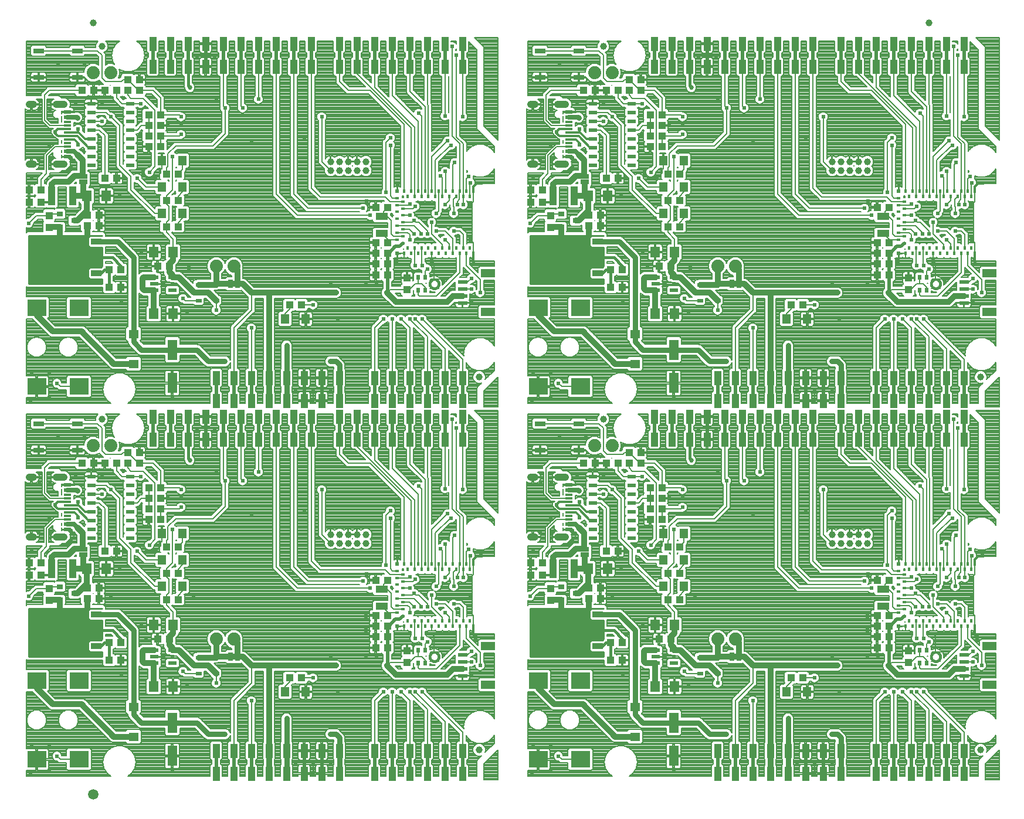
<source format=gtl>
G75*
%MOIN*%
%OFA0B0*%
%FSLAX25Y25*%
%IPPOS*%
%LPD*%
%AMOC8*
5,1,8,0,0,1.08239X$1,22.5*
%
%ADD10R,0.04331X0.03937*%
%ADD11R,0.05512X0.06299*%
%ADD12R,0.05512X0.11811*%
%ADD13R,0.03937X0.04331*%
%ADD14R,0.03543X0.03150*%
%ADD15R,0.06000X0.03300*%
%ADD16R,0.07000X0.12300*%
%ADD17C,0.03937*%
%ADD18R,0.03937X0.07874*%
%ADD19C,0.02000*%
%ADD20R,0.04724X0.05512*%
%ADD21R,0.05787X0.05000*%
%ADD22R,0.11024X0.09449*%
%ADD23R,0.04724X0.02165*%
%ADD24R,0.07874X0.04724*%
%ADD25R,0.05315X0.02362*%
%ADD26R,0.04000X0.01181*%
%ADD27R,0.04000X0.02362*%
%ADD28R,0.04000X0.02165*%
%ADD29C,0.03937*%
%ADD30R,0.04724X0.02362*%
%ADD31R,0.06000X0.03000*%
%ADD32R,0.05000X0.02500*%
%ADD33R,0.03937X0.11024*%
%ADD34R,0.03268X0.02480*%
%ADD35C,0.07400*%
%ADD36R,0.02500X0.05000*%
%ADD37R,0.01600X0.01000*%
%ADD38R,0.07087X0.03937*%
%ADD39R,0.02055X0.02854*%
%ADD40R,0.00787X0.01969*%
%ADD41R,0.01969X0.00787*%
%ADD42C,0.00039*%
%ADD43R,0.01575X0.02362*%
%ADD44R,0.02362X0.02362*%
%ADD45R,0.02362X0.01575*%
%ADD46C,0.05906*%
%ADD47C,0.00700*%
%ADD48C,0.02400*%
%ADD49C,0.00800*%
%ADD50C,0.01000*%
%ADD51C,0.01600*%
%ADD52C,0.03200*%
%ADD53C,0.03000*%
%ADD54C,0.01200*%
%ADD55C,0.02500*%
%ADD56C,0.01500*%
%ADD57C,0.02700*%
D10*
X0153087Y0176933D03*
X0159780Y0176933D03*
X0159780Y0186933D03*
X0153087Y0186933D03*
X0147280Y0211933D03*
X0147280Y0217933D03*
X0140587Y0217933D03*
X0140587Y0211933D03*
X0114280Y0225433D03*
X0107587Y0225433D03*
X0107587Y0232433D03*
X0114280Y0232433D03*
X0150587Y0238933D03*
X0157280Y0238933D03*
X0175587Y0256933D03*
X0175587Y0262933D03*
X0182280Y0262933D03*
X0182280Y0256933D03*
X0185587Y0241433D03*
X0192280Y0241433D03*
X0192280Y0226433D03*
X0185587Y0226433D03*
X0185587Y0211433D03*
X0192280Y0211433D03*
X0187280Y0188933D03*
X0180587Y0188933D03*
X0255587Y0166933D03*
X0262280Y0166933D03*
X0304587Y0183933D03*
X0311280Y0183933D03*
X0311280Y0190433D03*
X0311280Y0196433D03*
X0311280Y0202433D03*
X0304587Y0202433D03*
X0304587Y0196433D03*
X0304587Y0190433D03*
X0304587Y0222433D03*
X0311280Y0222433D03*
X0392587Y0225433D03*
X0399280Y0225433D03*
X0399280Y0232433D03*
X0392587Y0232433D03*
X0425587Y0217933D03*
X0425587Y0211933D03*
X0432280Y0211933D03*
X0432280Y0217933D03*
X0435587Y0238933D03*
X0442280Y0238933D03*
X0460587Y0256933D03*
X0460587Y0262933D03*
X0467280Y0262933D03*
X0467280Y0256933D03*
X0470587Y0241433D03*
X0477280Y0241433D03*
X0477280Y0226433D03*
X0470587Y0226433D03*
X0470587Y0211433D03*
X0477280Y0211433D03*
X0472280Y0188933D03*
X0465587Y0188933D03*
X0444780Y0186933D03*
X0438087Y0186933D03*
X0438087Y0176933D03*
X0444780Y0176933D03*
X0540587Y0166933D03*
X0547280Y0166933D03*
X0589587Y0183933D03*
X0596280Y0183933D03*
X0596280Y0190433D03*
X0596280Y0196433D03*
X0596280Y0202433D03*
X0589587Y0202433D03*
X0589587Y0196433D03*
X0589587Y0190433D03*
X0589587Y0222433D03*
X0596280Y0222433D03*
X0467280Y0268933D03*
X0467280Y0274933D03*
X0460587Y0274933D03*
X0460587Y0268933D03*
X0455280Y0288933D03*
X0455280Y0294933D03*
X0448587Y0294933D03*
X0448587Y0288933D03*
X0442280Y0288933D03*
X0435587Y0288933D03*
X0429280Y0288933D03*
X0422587Y0288933D03*
X0540587Y0378933D03*
X0547280Y0378933D03*
X0589587Y0395933D03*
X0589587Y0402433D03*
X0596280Y0402433D03*
X0596280Y0395933D03*
X0596280Y0408433D03*
X0596280Y0414433D03*
X0589587Y0414433D03*
X0589587Y0408433D03*
X0589587Y0434433D03*
X0596280Y0434433D03*
X0477280Y0438433D03*
X0470587Y0438433D03*
X0470587Y0423433D03*
X0477280Y0423433D03*
X0472280Y0400933D03*
X0465587Y0400933D03*
X0444780Y0398933D03*
X0438087Y0398933D03*
X0438087Y0388933D03*
X0444780Y0388933D03*
X0432280Y0423933D03*
X0432280Y0429933D03*
X0425587Y0429933D03*
X0425587Y0423933D03*
X0399280Y0437433D03*
X0392587Y0437433D03*
X0392587Y0444433D03*
X0399280Y0444433D03*
X0435587Y0450933D03*
X0442280Y0450933D03*
X0460587Y0468933D03*
X0460587Y0474933D03*
X0460587Y0480933D03*
X0467280Y0480933D03*
X0467280Y0474933D03*
X0467280Y0468933D03*
X0470587Y0453433D03*
X0477280Y0453433D03*
X0467280Y0486933D03*
X0460587Y0486933D03*
X0455280Y0500933D03*
X0455280Y0506933D03*
X0448587Y0506933D03*
X0448587Y0500933D03*
X0442280Y0500933D03*
X0435587Y0500933D03*
X0429280Y0500933D03*
X0422587Y0500933D03*
X0311280Y0434433D03*
X0304587Y0434433D03*
X0304587Y0414433D03*
X0304587Y0408433D03*
X0311280Y0408433D03*
X0311280Y0414433D03*
X0311280Y0402433D03*
X0311280Y0395933D03*
X0304587Y0395933D03*
X0304587Y0402433D03*
X0262280Y0378933D03*
X0255587Y0378933D03*
X0187280Y0400933D03*
X0180587Y0400933D03*
X0159780Y0398933D03*
X0153087Y0398933D03*
X0153087Y0388933D03*
X0159780Y0388933D03*
X0147280Y0423933D03*
X0147280Y0429933D03*
X0140587Y0429933D03*
X0140587Y0423933D03*
X0114280Y0437433D03*
X0107587Y0437433D03*
X0107587Y0444433D03*
X0114280Y0444433D03*
X0150587Y0450933D03*
X0157280Y0450933D03*
X0175587Y0468933D03*
X0175587Y0474933D03*
X0175587Y0480933D03*
X0182280Y0480933D03*
X0182280Y0474933D03*
X0182280Y0468933D03*
X0185587Y0453433D03*
X0192280Y0453433D03*
X0192280Y0438433D03*
X0185587Y0438433D03*
X0185587Y0423433D03*
X0192280Y0423433D03*
X0182280Y0486933D03*
X0175587Y0486933D03*
X0170280Y0500933D03*
X0170280Y0506933D03*
X0163587Y0506933D03*
X0163587Y0500933D03*
X0157280Y0500933D03*
X0150587Y0500933D03*
X0144280Y0500933D03*
X0137587Y0500933D03*
X0163587Y0294933D03*
X0163587Y0288933D03*
X0157280Y0288933D03*
X0150587Y0288933D03*
X0144280Y0288933D03*
X0137587Y0288933D03*
X0170280Y0288933D03*
X0170280Y0294933D03*
X0175587Y0274933D03*
X0175587Y0268933D03*
X0182280Y0268933D03*
X0182280Y0274933D03*
D11*
X0151445Y0228933D03*
X0140421Y0228933D03*
X0178421Y0196933D03*
X0189445Y0196933D03*
X0189445Y0161933D03*
X0178421Y0161933D03*
X0425421Y0228933D03*
X0436445Y0228933D03*
X0463421Y0196933D03*
X0474445Y0196933D03*
X0474445Y0161933D03*
X0463421Y0161933D03*
X0463421Y0373933D03*
X0474445Y0373933D03*
X0474445Y0408933D03*
X0463421Y0408933D03*
X0436445Y0440933D03*
X0425421Y0440933D03*
X0189445Y0408933D03*
X0178421Y0408933D03*
X0151445Y0440933D03*
X0140421Y0440933D03*
X0178421Y0373933D03*
X0189445Y0373933D03*
D12*
X0188933Y0353382D03*
X0188933Y0334484D03*
X0188933Y0141382D03*
X0188933Y0122484D03*
X0473933Y0122484D03*
X0473933Y0141382D03*
X0473933Y0334484D03*
X0473933Y0353382D03*
D13*
X0403933Y0423087D03*
X0403933Y0429780D03*
X0322433Y0394280D03*
X0322433Y0387587D03*
X0118933Y0423087D03*
X0118933Y0429780D03*
X0118933Y0217780D03*
X0118933Y0211087D03*
X0322433Y0182280D03*
X0322433Y0175587D03*
X0403933Y0211087D03*
X0403933Y0217780D03*
X0607433Y0182280D03*
X0607433Y0175587D03*
X0607433Y0387587D03*
X0607433Y0394280D03*
D14*
X0418264Y0426933D03*
X0409996Y0423193D03*
X0409996Y0430673D03*
X0133264Y0426933D03*
X0124996Y0423193D03*
X0124996Y0430673D03*
X0124996Y0218673D03*
X0133264Y0214933D03*
X0124996Y0211193D03*
X0409996Y0211193D03*
X0418264Y0214933D03*
X0409996Y0218673D03*
D15*
X0430823Y0202943D03*
X0430823Y0193933D03*
X0430823Y0184993D03*
X0430823Y0396993D03*
X0430823Y0405933D03*
X0430823Y0414943D03*
X0145823Y0414943D03*
X0145823Y0405933D03*
X0145823Y0396993D03*
X0145823Y0202943D03*
X0145823Y0193933D03*
X0145823Y0184993D03*
D16*
X0122433Y0193933D03*
X0407433Y0193933D03*
X0407433Y0405933D03*
X0122433Y0405933D03*
D17*
X0148933Y0313933D03*
X0278933Y0248433D03*
X0278933Y0243433D03*
X0283933Y0243433D03*
X0283933Y0248433D03*
X0288933Y0248433D03*
X0288933Y0243433D03*
X0293933Y0243433D03*
X0293933Y0248433D03*
X0298933Y0248433D03*
X0298933Y0243433D03*
X0363433Y0337933D03*
X0433933Y0313933D03*
X0563933Y0248433D03*
X0563933Y0243433D03*
X0568933Y0243433D03*
X0568933Y0248433D03*
X0573933Y0248433D03*
X0573933Y0243433D03*
X0578933Y0243433D03*
X0578933Y0248433D03*
X0583933Y0248433D03*
X0583933Y0243433D03*
X0648433Y0337933D03*
X0583933Y0455433D03*
X0578933Y0455433D03*
X0573933Y0455433D03*
X0568933Y0455433D03*
X0563933Y0455433D03*
X0563933Y0460433D03*
X0568933Y0460433D03*
X0573933Y0460433D03*
X0578933Y0460433D03*
X0583933Y0460433D03*
X0618933Y0539183D03*
X0433933Y0525933D03*
X0298933Y0460433D03*
X0298933Y0455433D03*
X0293933Y0455433D03*
X0288933Y0455433D03*
X0283933Y0455433D03*
X0278933Y0455433D03*
X0278933Y0460433D03*
X0283933Y0460433D03*
X0288933Y0460433D03*
X0293933Y0460433D03*
X0148933Y0525933D03*
X0143933Y0539183D03*
X0363433Y0125933D03*
X0648433Y0125933D03*
D18*
X0638933Y0125429D03*
X0628933Y0125429D03*
X0618933Y0125429D03*
X0608933Y0125429D03*
X0598933Y0125429D03*
X0588933Y0125429D03*
X0588933Y0112437D03*
X0598933Y0112437D03*
X0608933Y0112437D03*
X0618933Y0112437D03*
X0628933Y0112437D03*
X0638933Y0112437D03*
X0568933Y0112437D03*
X0558933Y0112437D03*
X0548933Y0112437D03*
X0538933Y0112437D03*
X0528933Y0112437D03*
X0518933Y0112437D03*
X0508933Y0112437D03*
X0498933Y0112437D03*
X0498933Y0125429D03*
X0508933Y0125429D03*
X0518933Y0125429D03*
X0528933Y0125429D03*
X0538933Y0125429D03*
X0548933Y0125429D03*
X0558933Y0125429D03*
X0568933Y0125429D03*
X0353933Y0125429D03*
X0343933Y0125429D03*
X0333933Y0125429D03*
X0323933Y0125429D03*
X0313933Y0125429D03*
X0303933Y0125429D03*
X0303933Y0112437D03*
X0313933Y0112437D03*
X0323933Y0112437D03*
X0333933Y0112437D03*
X0343933Y0112437D03*
X0353933Y0112437D03*
X0283933Y0112437D03*
X0273933Y0112437D03*
X0263933Y0112437D03*
X0253933Y0112437D03*
X0243933Y0112437D03*
X0233933Y0112437D03*
X0223933Y0112437D03*
X0213933Y0112437D03*
X0213933Y0125429D03*
X0223933Y0125429D03*
X0233933Y0125429D03*
X0243933Y0125429D03*
X0253933Y0125429D03*
X0263933Y0125429D03*
X0273933Y0125429D03*
X0283933Y0125429D03*
X0283933Y0302437D03*
X0293933Y0302437D03*
X0303933Y0302437D03*
X0313933Y0302437D03*
X0323933Y0302437D03*
X0333933Y0302437D03*
X0343933Y0302437D03*
X0353933Y0302437D03*
X0353933Y0315429D03*
X0353933Y0324437D03*
X0343933Y0324437D03*
X0343933Y0315429D03*
X0333933Y0315429D03*
X0333933Y0324437D03*
X0323933Y0324437D03*
X0323933Y0315429D03*
X0313933Y0315429D03*
X0313933Y0324437D03*
X0303933Y0324437D03*
X0303933Y0315429D03*
X0293933Y0315429D03*
X0283933Y0315429D03*
X0283933Y0324437D03*
X0273933Y0324437D03*
X0263933Y0324437D03*
X0267933Y0315429D03*
X0257933Y0315429D03*
X0253933Y0324437D03*
X0243933Y0324437D03*
X0247933Y0315429D03*
X0237933Y0315429D03*
X0233933Y0324437D03*
X0227933Y0315429D03*
X0223933Y0324437D03*
X0213933Y0324437D03*
X0217933Y0315429D03*
X0207933Y0315429D03*
X0197933Y0315429D03*
X0187933Y0315429D03*
X0177933Y0315429D03*
X0177933Y0302437D03*
X0187933Y0302437D03*
X0197933Y0302437D03*
X0207933Y0302437D03*
X0217933Y0302437D03*
X0227933Y0302437D03*
X0237933Y0302437D03*
X0247933Y0302437D03*
X0257933Y0302437D03*
X0267933Y0302437D03*
X0263933Y0337429D03*
X0273933Y0337429D03*
X0283933Y0337429D03*
X0303933Y0337429D03*
X0313933Y0337429D03*
X0323933Y0337429D03*
X0333933Y0337429D03*
X0343933Y0337429D03*
X0353933Y0337429D03*
X0253933Y0337429D03*
X0243933Y0337429D03*
X0233933Y0337429D03*
X0223933Y0337429D03*
X0213933Y0337429D03*
X0217933Y0514437D03*
X0227933Y0514437D03*
X0237933Y0514437D03*
X0247933Y0514437D03*
X0257933Y0514437D03*
X0267933Y0514437D03*
X0283933Y0514437D03*
X0293933Y0514437D03*
X0303933Y0514437D03*
X0313933Y0514437D03*
X0323933Y0514437D03*
X0333933Y0514437D03*
X0343933Y0514437D03*
X0353933Y0514437D03*
X0353933Y0527429D03*
X0343933Y0527429D03*
X0333933Y0527429D03*
X0323933Y0527429D03*
X0313933Y0527429D03*
X0303933Y0527429D03*
X0293933Y0527429D03*
X0283933Y0527429D03*
X0267933Y0527429D03*
X0257933Y0527429D03*
X0247933Y0527429D03*
X0237933Y0527429D03*
X0227933Y0527429D03*
X0217933Y0527429D03*
X0207933Y0527429D03*
X0197933Y0527429D03*
X0187933Y0527429D03*
X0177933Y0527429D03*
X0177933Y0514437D03*
X0187933Y0514437D03*
X0197933Y0514437D03*
X0207933Y0514437D03*
X0462933Y0514437D03*
X0472933Y0514437D03*
X0482933Y0514437D03*
X0492933Y0514437D03*
X0502933Y0514437D03*
X0512933Y0514437D03*
X0522933Y0514437D03*
X0532933Y0514437D03*
X0542933Y0514437D03*
X0552933Y0514437D03*
X0568933Y0514437D03*
X0578933Y0514437D03*
X0588933Y0514437D03*
X0598933Y0514437D03*
X0608933Y0514437D03*
X0618933Y0514437D03*
X0628933Y0514437D03*
X0638933Y0514437D03*
X0638933Y0527429D03*
X0628933Y0527429D03*
X0618933Y0527429D03*
X0608933Y0527429D03*
X0598933Y0527429D03*
X0588933Y0527429D03*
X0578933Y0527429D03*
X0568933Y0527429D03*
X0552933Y0527429D03*
X0542933Y0527429D03*
X0532933Y0527429D03*
X0522933Y0527429D03*
X0512933Y0527429D03*
X0502933Y0527429D03*
X0492933Y0527429D03*
X0482933Y0527429D03*
X0472933Y0527429D03*
X0462933Y0527429D03*
X0498933Y0337429D03*
X0508933Y0337429D03*
X0518933Y0337429D03*
X0528933Y0337429D03*
X0538933Y0337429D03*
X0548933Y0337429D03*
X0558933Y0337429D03*
X0568933Y0337429D03*
X0588933Y0337429D03*
X0598933Y0337429D03*
X0608933Y0337429D03*
X0618933Y0337429D03*
X0628933Y0337429D03*
X0638933Y0337429D03*
X0638933Y0324437D03*
X0638933Y0315429D03*
X0628933Y0315429D03*
X0628933Y0324437D03*
X0618933Y0324437D03*
X0618933Y0315429D03*
X0608933Y0315429D03*
X0608933Y0324437D03*
X0598933Y0324437D03*
X0598933Y0315429D03*
X0588933Y0315429D03*
X0588933Y0324437D03*
X0578933Y0315429D03*
X0568933Y0315429D03*
X0568933Y0324437D03*
X0558933Y0324437D03*
X0552933Y0315429D03*
X0548933Y0324437D03*
X0538933Y0324437D03*
X0542933Y0315429D03*
X0532933Y0315429D03*
X0528933Y0324437D03*
X0522933Y0315429D03*
X0518933Y0324437D03*
X0508933Y0324437D03*
X0512933Y0315429D03*
X0502933Y0315429D03*
X0498933Y0324437D03*
X0492933Y0315429D03*
X0482933Y0315429D03*
X0472933Y0315429D03*
X0462933Y0315429D03*
X0462933Y0302437D03*
X0472933Y0302437D03*
X0482933Y0302437D03*
X0492933Y0302437D03*
X0502933Y0302437D03*
X0512933Y0302437D03*
X0522933Y0302437D03*
X0532933Y0302437D03*
X0542933Y0302437D03*
X0552933Y0302437D03*
X0568933Y0302437D03*
X0578933Y0302437D03*
X0588933Y0302437D03*
X0598933Y0302437D03*
X0608933Y0302437D03*
X0618933Y0302437D03*
X0628933Y0302437D03*
X0638933Y0302437D03*
D19*
X0638933Y0315429D01*
X0638933Y0324437D02*
X0638933Y0337429D01*
X0628933Y0337429D02*
X0628933Y0324437D01*
X0628933Y0315429D02*
X0628933Y0302437D01*
X0618933Y0302437D02*
X0618933Y0315429D01*
X0618933Y0324437D02*
X0618933Y0337429D01*
X0608933Y0337429D02*
X0608933Y0324437D01*
X0608933Y0315429D02*
X0608933Y0302437D01*
X0598933Y0302437D02*
X0598933Y0315429D01*
X0598933Y0324437D02*
X0598933Y0337429D01*
X0588933Y0337429D02*
X0588933Y0324437D01*
X0588933Y0315429D02*
X0588933Y0302437D01*
X0578933Y0302437D02*
X0578933Y0315429D01*
X0568933Y0315429D02*
X0568933Y0302437D01*
X0552933Y0302437D02*
X0552933Y0315429D01*
X0548933Y0324437D02*
X0548933Y0337429D01*
X0538933Y0337429D02*
X0538933Y0324437D01*
X0542933Y0315429D02*
X0542933Y0302437D01*
X0532933Y0302437D02*
X0532933Y0315429D01*
X0528933Y0324437D02*
X0528933Y0337429D01*
X0518933Y0337429D02*
X0518933Y0324437D01*
X0522933Y0315429D02*
X0522933Y0302437D01*
X0512933Y0302437D02*
X0512933Y0315429D01*
X0508933Y0324437D02*
X0508933Y0337429D01*
X0498933Y0337429D02*
X0498933Y0324437D01*
X0502933Y0315429D02*
X0502933Y0302437D01*
X0492933Y0302437D02*
X0492933Y0315429D01*
X0482933Y0315429D02*
X0482933Y0302437D01*
X0472933Y0302437D02*
X0472933Y0315429D01*
X0462933Y0315429D02*
X0462933Y0302437D01*
X0415130Y0251236D02*
X0417933Y0248433D01*
X0416265Y0245364D02*
X0413933Y0243033D01*
X0353933Y0302437D02*
X0353933Y0315429D01*
X0353933Y0324437D02*
X0353933Y0337429D01*
X0343933Y0337429D02*
X0343933Y0324437D01*
X0343933Y0315429D02*
X0343933Y0302437D01*
X0333933Y0302437D02*
X0333933Y0315429D01*
X0333933Y0324437D02*
X0333933Y0337429D01*
X0323933Y0337429D02*
X0323933Y0324437D01*
X0323933Y0315429D02*
X0323933Y0302437D01*
X0313933Y0302437D02*
X0313933Y0315429D01*
X0313933Y0324437D02*
X0313933Y0337429D01*
X0303933Y0337429D02*
X0303933Y0324437D01*
X0303933Y0315429D02*
X0303933Y0302437D01*
X0293933Y0302437D02*
X0293933Y0315429D01*
X0283933Y0315429D02*
X0283933Y0302437D01*
X0267933Y0302437D02*
X0267933Y0315429D01*
X0263933Y0324437D02*
X0263933Y0337429D01*
X0273933Y0337429D02*
X0273933Y0324437D01*
X0283933Y0324437D02*
X0283933Y0337429D01*
X0253933Y0337429D02*
X0253933Y0324437D01*
X0257933Y0315429D02*
X0257933Y0302437D01*
X0247933Y0302437D02*
X0247933Y0315429D01*
X0243933Y0324437D02*
X0243933Y0337429D01*
X0233933Y0337429D02*
X0233933Y0324437D01*
X0237933Y0315429D02*
X0237933Y0302437D01*
X0227933Y0302437D02*
X0227933Y0315429D01*
X0223933Y0324437D02*
X0223933Y0337429D01*
X0213933Y0337429D02*
X0213933Y0324437D01*
X0217933Y0315429D02*
X0217933Y0302437D01*
X0207933Y0302437D02*
X0207933Y0315429D01*
X0197933Y0315429D02*
X0197933Y0302437D01*
X0187933Y0302437D02*
X0187933Y0315429D01*
X0177933Y0315429D02*
X0177933Y0302437D01*
X0130130Y0251236D02*
X0132933Y0248433D01*
X0131265Y0245364D02*
X0128933Y0243033D01*
X0188933Y0182792D02*
X0189052Y0182673D01*
X0178815Y0175193D02*
X0178421Y0174800D01*
X0213933Y0125429D02*
X0213933Y0112437D01*
X0223933Y0112437D02*
X0223933Y0125429D01*
X0233933Y0125429D02*
X0233933Y0112437D01*
X0243933Y0112437D02*
X0243933Y0125429D01*
X0253933Y0125429D02*
X0253933Y0112437D01*
X0263933Y0112437D02*
X0263933Y0125429D01*
X0273933Y0125429D02*
X0273933Y0112437D01*
X0283933Y0112437D02*
X0283933Y0125429D01*
X0303933Y0125429D02*
X0303933Y0112437D01*
X0313933Y0112437D02*
X0313933Y0125429D01*
X0323933Y0125429D02*
X0323933Y0112437D01*
X0333933Y0112437D02*
X0333933Y0125429D01*
X0343933Y0125429D02*
X0343933Y0112437D01*
X0353933Y0112437D02*
X0353933Y0125429D01*
X0310933Y0173933D02*
X0311280Y0174280D01*
X0311280Y0183933D01*
X0311280Y0190433D01*
X0311280Y0196433D01*
X0312110Y0196433D01*
X0315831Y0200154D01*
X0316843Y0200154D01*
X0318024Y0200154D01*
X0319992Y0202122D01*
X0311280Y0183933D02*
X0311280Y0182433D01*
X0463421Y0174800D02*
X0463815Y0175193D01*
X0473933Y0182792D02*
X0474052Y0182673D01*
X0498933Y0125429D02*
X0498933Y0112437D01*
X0508933Y0112437D02*
X0508933Y0125429D01*
X0518933Y0125429D02*
X0518933Y0112437D01*
X0528933Y0112437D02*
X0528933Y0125429D01*
X0538933Y0125429D02*
X0538933Y0112437D01*
X0548933Y0112437D02*
X0548933Y0125429D01*
X0558933Y0125429D02*
X0558933Y0112437D01*
X0568933Y0112437D02*
X0568933Y0125429D01*
X0588933Y0125429D02*
X0588933Y0112437D01*
X0598933Y0112437D02*
X0598933Y0125429D01*
X0608933Y0125429D02*
X0608933Y0112437D01*
X0618933Y0112437D02*
X0618933Y0125429D01*
X0628933Y0125429D02*
X0628933Y0112437D01*
X0638933Y0112437D02*
X0638933Y0125429D01*
X0595933Y0173933D02*
X0596280Y0174280D01*
X0596280Y0183933D01*
X0596280Y0190433D01*
X0596280Y0196433D01*
X0597110Y0196433D01*
X0600831Y0200154D01*
X0601843Y0200154D01*
X0603024Y0200154D01*
X0604992Y0202122D01*
X0596280Y0183933D02*
X0596280Y0182433D01*
X0568933Y0324437D02*
X0568933Y0337429D01*
X0558933Y0337429D02*
X0558933Y0324437D01*
X0595933Y0385933D02*
X0596280Y0386280D01*
X0596280Y0395933D01*
X0596280Y0402433D01*
X0596280Y0408433D01*
X0597110Y0408433D01*
X0600831Y0412154D01*
X0601843Y0412154D01*
X0603024Y0412154D01*
X0604992Y0414122D01*
X0596280Y0395933D02*
X0596280Y0394433D01*
X0474052Y0394673D02*
X0473933Y0394792D01*
X0463815Y0387193D02*
X0463421Y0386800D01*
X0413933Y0455033D02*
X0416265Y0457364D01*
X0417933Y0460433D02*
X0415130Y0463236D01*
X0462933Y0514437D02*
X0462933Y0527429D01*
X0472933Y0527429D02*
X0472933Y0514437D01*
X0482933Y0514437D02*
X0482933Y0527429D01*
X0492933Y0527429D02*
X0492933Y0514437D01*
X0502933Y0514437D02*
X0502933Y0527429D01*
X0512933Y0527429D02*
X0512933Y0514437D01*
X0522933Y0514437D02*
X0522933Y0527429D01*
X0532933Y0527429D02*
X0532933Y0514437D01*
X0542933Y0514437D02*
X0542933Y0527429D01*
X0552933Y0527429D02*
X0552933Y0514437D01*
X0568933Y0514437D02*
X0568933Y0527429D01*
X0578933Y0527429D02*
X0578933Y0514437D01*
X0588933Y0514437D02*
X0588933Y0527429D01*
X0598933Y0527429D02*
X0598933Y0514437D01*
X0608933Y0514437D02*
X0608933Y0527429D01*
X0618933Y0527429D02*
X0618933Y0514437D01*
X0628933Y0514437D02*
X0628933Y0527429D01*
X0638933Y0527429D02*
X0638933Y0514437D01*
X0353933Y0514437D02*
X0353933Y0527429D01*
X0343933Y0527429D02*
X0343933Y0514437D01*
X0333933Y0514437D02*
X0333933Y0527429D01*
X0323933Y0527429D02*
X0323933Y0514437D01*
X0313933Y0514437D02*
X0313933Y0527429D01*
X0303933Y0527429D02*
X0303933Y0514437D01*
X0293933Y0514437D02*
X0293933Y0527429D01*
X0283933Y0527429D02*
X0283933Y0514437D01*
X0267933Y0514437D02*
X0267933Y0527429D01*
X0257933Y0527429D02*
X0257933Y0514437D01*
X0247933Y0514437D02*
X0247933Y0527429D01*
X0237933Y0527429D02*
X0237933Y0514437D01*
X0227933Y0514437D02*
X0227933Y0527429D01*
X0217933Y0527429D02*
X0217933Y0514437D01*
X0207933Y0514437D02*
X0207933Y0527429D01*
X0197933Y0527429D02*
X0197933Y0514437D01*
X0187933Y0514437D02*
X0187933Y0527429D01*
X0177933Y0527429D02*
X0177933Y0514437D01*
X0130130Y0463236D02*
X0132933Y0460433D01*
X0131265Y0457364D02*
X0128933Y0455033D01*
X0188933Y0394792D02*
X0189052Y0394673D01*
X0178815Y0387193D02*
X0178421Y0386800D01*
X0310933Y0385933D02*
X0311280Y0386280D01*
X0311280Y0395933D01*
X0311280Y0402433D01*
X0311280Y0408433D01*
X0312110Y0408433D01*
X0315831Y0412154D01*
X0316843Y0412154D01*
X0318024Y0412154D01*
X0319992Y0414122D01*
X0311280Y0395933D02*
X0311280Y0394433D01*
D20*
X0264839Y0370933D03*
X0253028Y0370933D03*
X0194839Y0430933D03*
X0183028Y0430933D03*
X0183028Y0445933D03*
X0194839Y0445933D03*
X0194839Y0460933D03*
X0183028Y0460933D03*
X0468028Y0460933D03*
X0479839Y0460933D03*
X0479839Y0445933D03*
X0468028Y0445933D03*
X0468028Y0430933D03*
X0479839Y0430933D03*
X0538028Y0370933D03*
X0549839Y0370933D03*
X0479839Y0248933D03*
X0468028Y0248933D03*
X0468028Y0233933D03*
X0479839Y0233933D03*
X0479839Y0218933D03*
X0468028Y0218933D03*
X0538028Y0158933D03*
X0549839Y0158933D03*
X0264839Y0158933D03*
X0253028Y0158933D03*
X0194839Y0218933D03*
X0183028Y0218933D03*
X0183028Y0233933D03*
X0194839Y0233933D03*
X0194839Y0248933D03*
X0183028Y0248933D03*
D21*
X0166933Y0345469D03*
X0166933Y0362398D03*
X0451933Y0362398D03*
X0451933Y0345469D03*
X0451933Y0150398D03*
X0451933Y0133469D03*
X0166933Y0133469D03*
X0166933Y0150398D03*
D22*
X0135949Y0165374D03*
X0111933Y0165374D03*
X0111933Y0120492D03*
X0135949Y0120492D03*
X0396933Y0120492D03*
X0420949Y0120492D03*
X0420949Y0165374D03*
X0396933Y0165374D03*
X0396933Y0332492D03*
X0420949Y0332492D03*
X0420949Y0377374D03*
X0396933Y0377374D03*
X0135949Y0377374D03*
X0111933Y0377374D03*
X0111933Y0332492D03*
X0135949Y0332492D03*
D23*
X0178815Y0387193D03*
X0178815Y0390933D03*
X0178815Y0394673D03*
X0189052Y0394673D03*
X0189052Y0387193D03*
X0463815Y0387193D03*
X0463815Y0390933D03*
X0463815Y0394673D03*
X0474052Y0394673D03*
X0474052Y0387193D03*
X0474052Y0182673D03*
X0474052Y0175193D03*
X0463815Y0175193D03*
X0463815Y0178933D03*
X0463815Y0182673D03*
X0189052Y0182673D03*
X0189052Y0175193D03*
X0178815Y0175193D03*
X0178815Y0178933D03*
X0178815Y0182673D03*
D24*
X0368402Y0184957D03*
X0368402Y0162909D03*
X0653402Y0162909D03*
X0653402Y0184957D03*
X0653402Y0374909D03*
X0653402Y0396957D03*
X0368402Y0396957D03*
X0368402Y0374909D03*
D25*
X0353933Y0380028D03*
X0353933Y0383965D03*
X0353933Y0387902D03*
X0353933Y0391839D03*
X0638933Y0391839D03*
X0638933Y0387902D03*
X0638933Y0383965D03*
X0638933Y0380028D03*
X0638933Y0179839D03*
X0638933Y0175902D03*
X0638933Y0171965D03*
X0638933Y0168028D03*
X0353933Y0168028D03*
X0353933Y0171965D03*
X0353933Y0175902D03*
X0353933Y0179839D03*
D26*
X0414539Y0257043D03*
X0414539Y0259012D03*
X0414539Y0260980D03*
X0414539Y0262949D03*
X0414539Y0264917D03*
X0414539Y0266886D03*
X0414539Y0268854D03*
X0414539Y0270823D03*
X0414539Y0469043D03*
X0414539Y0471012D03*
X0414539Y0472980D03*
X0414539Y0474949D03*
X0414539Y0476917D03*
X0414539Y0478886D03*
X0414539Y0480854D03*
X0414539Y0482823D03*
X0129539Y0482823D03*
X0129539Y0480854D03*
X0129539Y0478886D03*
X0129539Y0476917D03*
X0129539Y0474949D03*
X0129539Y0472980D03*
X0129539Y0471012D03*
X0129539Y0469043D03*
X0129539Y0270823D03*
X0129539Y0268854D03*
X0129539Y0266886D03*
X0129539Y0264917D03*
X0129539Y0262949D03*
X0129539Y0260980D03*
X0129539Y0259012D03*
X0129539Y0257043D03*
D27*
X0129539Y0251236D03*
X0129539Y0276630D03*
X0129539Y0463236D03*
X0129539Y0488630D03*
X0414539Y0488630D03*
X0414539Y0463236D03*
X0414539Y0276630D03*
X0414539Y0251236D03*
D28*
X0414539Y0254287D03*
X0414539Y0273579D03*
X0414539Y0466287D03*
X0414539Y0485579D03*
X0129539Y0485579D03*
X0129539Y0466287D03*
X0129539Y0273579D03*
X0129539Y0254287D03*
D29*
X0127497Y0246925D02*
X0127497Y0246925D01*
X0123165Y0246925D01*
X0123165Y0246925D01*
X0127497Y0246925D01*
X0110055Y0246925D02*
X0110055Y0246925D01*
X0107693Y0246925D01*
X0107693Y0246925D01*
X0110055Y0246925D01*
X0110055Y0280941D02*
X0110055Y0280941D01*
X0107693Y0280941D01*
X0107693Y0280941D01*
X0110055Y0280941D01*
X0127497Y0280941D02*
X0127497Y0280941D01*
X0123165Y0280941D01*
X0123165Y0280941D01*
X0127497Y0280941D01*
X0127497Y0458925D02*
X0127497Y0458925D01*
X0123165Y0458925D01*
X0123165Y0458925D01*
X0127497Y0458925D01*
X0110055Y0458925D02*
X0110055Y0458925D01*
X0107693Y0458925D01*
X0107693Y0458925D01*
X0110055Y0458925D01*
X0110055Y0492941D02*
X0110055Y0492941D01*
X0107693Y0492941D01*
X0107693Y0492941D01*
X0110055Y0492941D01*
X0127497Y0492941D02*
X0127497Y0492941D01*
X0123165Y0492941D01*
X0123165Y0492941D01*
X0127497Y0492941D01*
X0395055Y0492941D02*
X0395055Y0492941D01*
X0392693Y0492941D01*
X0392693Y0492941D01*
X0395055Y0492941D01*
X0412497Y0492941D02*
X0412497Y0492941D01*
X0408165Y0492941D01*
X0408165Y0492941D01*
X0412497Y0492941D01*
X0412497Y0458925D02*
X0412497Y0458925D01*
X0408165Y0458925D01*
X0408165Y0458925D01*
X0412497Y0458925D01*
X0395055Y0458925D02*
X0395055Y0458925D01*
X0392693Y0458925D01*
X0392693Y0458925D01*
X0395055Y0458925D01*
X0395055Y0280941D02*
X0395055Y0280941D01*
X0392693Y0280941D01*
X0392693Y0280941D01*
X0395055Y0280941D01*
X0412497Y0280941D02*
X0412497Y0280941D01*
X0408165Y0280941D01*
X0408165Y0280941D01*
X0412497Y0280941D01*
X0412497Y0246925D02*
X0412497Y0246925D01*
X0408165Y0246925D01*
X0408165Y0246925D01*
X0412497Y0246925D01*
X0395055Y0246925D02*
X0395055Y0246925D01*
X0392693Y0246925D01*
X0392693Y0246925D01*
X0395055Y0246925D01*
D30*
X0427909Y0246433D03*
X0427909Y0251433D03*
X0427909Y0256433D03*
X0427909Y0261433D03*
X0427909Y0266433D03*
X0427909Y0271433D03*
X0427909Y0276433D03*
X0427909Y0281433D03*
X0449957Y0281433D03*
X0449957Y0276433D03*
X0449957Y0271433D03*
X0449957Y0266433D03*
X0449957Y0261433D03*
X0449957Y0256433D03*
X0449957Y0251433D03*
X0449957Y0246433D03*
X0449957Y0458433D03*
X0449957Y0463433D03*
X0449957Y0468433D03*
X0449957Y0473433D03*
X0449957Y0478433D03*
X0449957Y0483433D03*
X0449957Y0488433D03*
X0449957Y0493433D03*
X0427909Y0493433D03*
X0427909Y0488433D03*
X0427909Y0483433D03*
X0427909Y0478433D03*
X0427909Y0473433D03*
X0427909Y0468433D03*
X0427909Y0463433D03*
X0427909Y0458433D03*
X0164957Y0458433D03*
X0164957Y0463433D03*
X0164957Y0468433D03*
X0164957Y0473433D03*
X0164957Y0478433D03*
X0164957Y0483433D03*
X0164957Y0488433D03*
X0164957Y0493433D03*
X0142909Y0493433D03*
X0142909Y0488433D03*
X0142909Y0483433D03*
X0142909Y0478433D03*
X0142909Y0473433D03*
X0142909Y0468433D03*
X0142909Y0463433D03*
X0142909Y0458433D03*
X0142909Y0281433D03*
X0142909Y0276433D03*
X0142909Y0271433D03*
X0142909Y0266433D03*
X0142909Y0261433D03*
X0142909Y0256433D03*
X0142909Y0251433D03*
X0142909Y0246433D03*
X0164957Y0246433D03*
X0164957Y0251433D03*
X0164957Y0256433D03*
X0164957Y0261433D03*
X0164957Y0266433D03*
X0164957Y0271433D03*
X0164957Y0276433D03*
X0164957Y0281433D03*
D31*
X0134933Y0296433D03*
X0134933Y0311433D03*
X0112933Y0311433D03*
X0112933Y0296433D03*
X0397933Y0296433D03*
X0397933Y0311433D03*
X0419933Y0311433D03*
X0419933Y0296433D03*
X0419933Y0508433D03*
X0419933Y0523433D03*
X0397933Y0523433D03*
X0397933Y0508433D03*
X0134933Y0508433D03*
X0134933Y0523433D03*
X0112933Y0523433D03*
X0112933Y0508433D03*
D32*
X0138433Y0452033D03*
X0138433Y0448833D03*
X0423433Y0448833D03*
X0423433Y0452033D03*
X0423433Y0240033D03*
X0423433Y0236833D03*
X0138433Y0236833D03*
X0138433Y0240033D03*
D33*
X0132339Y0228933D03*
X0120528Y0228933D03*
X0405528Y0228933D03*
X0417339Y0228933D03*
X0417339Y0440933D03*
X0405528Y0440933D03*
X0132339Y0440933D03*
X0120528Y0440933D03*
D34*
X0203933Y0390461D03*
X0203933Y0381406D03*
X0213933Y0381406D03*
X0213933Y0390461D03*
X0488933Y0390461D03*
X0488933Y0381406D03*
X0498933Y0381406D03*
X0498933Y0390461D03*
X0498933Y0178461D03*
X0498933Y0169406D03*
X0488933Y0169406D03*
X0488933Y0178461D03*
X0213933Y0178461D03*
X0213933Y0169406D03*
X0203933Y0169406D03*
X0203933Y0178461D03*
D35*
X0213933Y0188933D03*
X0223933Y0188933D03*
X0153933Y0298933D03*
X0143933Y0298933D03*
X0213933Y0400933D03*
X0223933Y0400933D03*
X0153933Y0510933D03*
X0143933Y0510933D03*
X0428933Y0510933D03*
X0438933Y0510933D03*
X0498933Y0400933D03*
X0508933Y0400933D03*
X0438933Y0298933D03*
X0428933Y0298933D03*
X0498933Y0188933D03*
X0508933Y0188933D03*
D36*
X0506933Y0178933D03*
X0510933Y0178933D03*
X0225933Y0178933D03*
X0221933Y0178933D03*
X0221933Y0390933D03*
X0225933Y0390933D03*
X0506933Y0390933D03*
X0510933Y0390933D03*
D37*
X0508933Y0390933D03*
X0223933Y0390933D03*
X0223933Y0178933D03*
X0508933Y0178933D03*
D38*
X0592933Y0207512D03*
X0592933Y0217354D03*
X0592933Y0419512D03*
X0592933Y0429354D03*
X0307933Y0429354D03*
X0307933Y0419512D03*
X0307933Y0217354D03*
X0307933Y0207512D03*
D39*
X0328815Y0182476D03*
X0332752Y0182476D03*
X0332752Y0175390D03*
X0328815Y0175390D03*
X0613815Y0175390D03*
X0617752Y0175390D03*
X0617752Y0182476D03*
X0613815Y0182476D03*
X0613815Y0387390D03*
X0617752Y0387390D03*
X0617752Y0394476D03*
X0613815Y0394476D03*
X0332752Y0394476D03*
X0328815Y0394476D03*
X0328815Y0387390D03*
X0332752Y0387390D03*
D40*
X0335311Y0390933D03*
X0340429Y0390933D03*
X0620311Y0390933D03*
X0625429Y0390933D03*
X0625429Y0178933D03*
X0620311Y0178933D03*
X0340429Y0178933D03*
X0335311Y0178933D03*
D41*
X0337870Y0176374D03*
X0337870Y0181492D03*
X0337870Y0388374D03*
X0337870Y0393492D03*
X0622870Y0393492D03*
X0622870Y0388374D03*
X0622870Y0181492D03*
X0622870Y0176374D03*
D42*
X0622870Y0176362D02*
X0624740Y0176362D01*
X0624786Y0176400D02*
X0622870Y0176400D01*
X0620954Y0176400D01*
X0620908Y0176438D02*
X0622870Y0176438D01*
X0624832Y0176438D01*
X0624878Y0176476D02*
X0622870Y0176476D01*
X0620862Y0176476D01*
X0620816Y0176513D02*
X0622870Y0176513D01*
X0624924Y0176513D01*
X0624971Y0176551D02*
X0622870Y0176551D01*
X0620770Y0176551D01*
X0620723Y0176589D02*
X0622870Y0176589D01*
X0625017Y0176589D01*
X0625063Y0176627D02*
X0622870Y0176627D01*
X0620677Y0176627D01*
X0620631Y0176665D02*
X0622870Y0176665D01*
X0625109Y0176665D01*
X0625125Y0176678D02*
X0625522Y0177161D01*
X0625816Y0177713D01*
X0625998Y0178311D01*
X0626059Y0178933D01*
X0625998Y0179555D01*
X0625816Y0180153D01*
X0625522Y0180705D01*
X0625125Y0181188D01*
X0624642Y0181585D01*
X0624090Y0181879D01*
X0623492Y0182061D01*
X0622870Y0182122D01*
X0622248Y0182061D01*
X0621650Y0181879D01*
X0621098Y0181585D01*
X0620615Y0181188D01*
X0620219Y0180705D01*
X0619924Y0180153D01*
X0619742Y0179555D01*
X0619681Y0178933D01*
X0620862Y0178933D01*
X0620913Y0179380D01*
X0621061Y0179804D01*
X0621300Y0180185D01*
X0621618Y0180503D01*
X0621999Y0180742D01*
X0622423Y0180891D01*
X0622870Y0180941D01*
X0622870Y0182122D01*
X0622870Y0180941D01*
X0623317Y0180891D01*
X0623741Y0180742D01*
X0624122Y0180503D01*
X0624440Y0180185D01*
X0624679Y0179804D01*
X0624828Y0179380D01*
X0624878Y0178933D01*
X0626059Y0178933D01*
X0624878Y0178933D01*
X0624828Y0178486D01*
X0624679Y0178062D01*
X0624440Y0177681D01*
X0624122Y0177363D01*
X0623741Y0177124D01*
X0623317Y0176976D01*
X0622870Y0176925D01*
X0622870Y0175744D01*
X0623492Y0175805D01*
X0624090Y0175987D01*
X0624642Y0176282D01*
X0625125Y0176678D01*
X0625145Y0176703D02*
X0622870Y0176703D01*
X0620595Y0176703D01*
X0620615Y0176678D02*
X0621098Y0176282D01*
X0621650Y0175987D01*
X0622248Y0175805D01*
X0622870Y0175744D01*
X0622870Y0176925D01*
X0622423Y0176976D01*
X0621999Y0177124D01*
X0621618Y0177363D01*
X0621300Y0177681D01*
X0621061Y0178062D01*
X0620913Y0178486D01*
X0620862Y0178933D01*
X0619681Y0178933D01*
X0619742Y0178311D01*
X0619924Y0177713D01*
X0620219Y0177161D01*
X0620615Y0176678D01*
X0620564Y0176741D02*
X0622870Y0176741D01*
X0625176Y0176741D01*
X0625208Y0176779D02*
X0622870Y0176779D01*
X0620533Y0176779D01*
X0620502Y0176817D02*
X0622870Y0176817D01*
X0625239Y0176817D01*
X0625270Y0176854D02*
X0622870Y0176854D01*
X0620470Y0176854D01*
X0620439Y0176892D02*
X0622870Y0176892D01*
X0625301Y0176892D01*
X0625332Y0176930D02*
X0622914Y0176930D01*
X0622826Y0176930D02*
X0620408Y0176930D01*
X0620377Y0176968D02*
X0622490Y0176968D01*
X0622336Y0177006D02*
X0620346Y0177006D01*
X0620315Y0177044D02*
X0622228Y0177044D01*
X0622120Y0177082D02*
X0620284Y0177082D01*
X0620253Y0177120D02*
X0622012Y0177120D01*
X0621946Y0177157D02*
X0620222Y0177157D01*
X0620200Y0177195D02*
X0621885Y0177195D01*
X0621825Y0177233D02*
X0620180Y0177233D01*
X0620160Y0177271D02*
X0621765Y0177271D01*
X0621705Y0177309D02*
X0620140Y0177309D01*
X0620119Y0177347D02*
X0621644Y0177347D01*
X0621597Y0177385D02*
X0620099Y0177385D01*
X0620079Y0177423D02*
X0621559Y0177423D01*
X0621521Y0177461D02*
X0620059Y0177461D01*
X0620038Y0177498D02*
X0621483Y0177498D01*
X0621445Y0177536D02*
X0620018Y0177536D01*
X0619998Y0177574D02*
X0621407Y0177574D01*
X0621369Y0177612D02*
X0619978Y0177612D01*
X0619957Y0177650D02*
X0621332Y0177650D01*
X0621296Y0177688D02*
X0619937Y0177688D01*
X0619920Y0177726D02*
X0621272Y0177726D01*
X0621248Y0177764D02*
X0619908Y0177764D01*
X0619897Y0177801D02*
X0621225Y0177801D01*
X0621201Y0177839D02*
X0619885Y0177839D01*
X0619874Y0177877D02*
X0621177Y0177877D01*
X0621153Y0177915D02*
X0619862Y0177915D01*
X0619851Y0177953D02*
X0621129Y0177953D01*
X0621106Y0177991D02*
X0619839Y0177991D01*
X0619828Y0178029D02*
X0621082Y0178029D01*
X0621059Y0178067D02*
X0619816Y0178067D01*
X0619805Y0178105D02*
X0621046Y0178105D01*
X0621033Y0178142D02*
X0619793Y0178142D01*
X0619782Y0178180D02*
X0621020Y0178180D01*
X0621006Y0178218D02*
X0619771Y0178218D01*
X0619759Y0178256D02*
X0620993Y0178256D01*
X0620980Y0178294D02*
X0619748Y0178294D01*
X0619740Y0178332D02*
X0620967Y0178332D01*
X0620953Y0178370D02*
X0619737Y0178370D01*
X0619733Y0178408D02*
X0620940Y0178408D01*
X0620927Y0178445D02*
X0619729Y0178445D01*
X0619725Y0178483D02*
X0620914Y0178483D01*
X0620909Y0178521D02*
X0619722Y0178521D01*
X0619718Y0178559D02*
X0620904Y0178559D01*
X0620900Y0178597D02*
X0619714Y0178597D01*
X0619710Y0178635D02*
X0620896Y0178635D01*
X0620892Y0178673D02*
X0619707Y0178673D01*
X0619703Y0178711D02*
X0620887Y0178711D01*
X0620883Y0178748D02*
X0619699Y0178748D01*
X0619696Y0178786D02*
X0620879Y0178786D01*
X0620874Y0178824D02*
X0619692Y0178824D01*
X0619688Y0178862D02*
X0620870Y0178862D01*
X0620866Y0178900D02*
X0619684Y0178900D01*
X0619682Y0178938D02*
X0620863Y0178938D01*
X0620867Y0178976D02*
X0619685Y0178976D01*
X0619689Y0179014D02*
X0620871Y0179014D01*
X0620876Y0179052D02*
X0619693Y0179052D01*
X0619697Y0179089D02*
X0620880Y0179089D01*
X0620884Y0179127D02*
X0619700Y0179127D01*
X0619704Y0179165D02*
X0620888Y0179165D01*
X0620893Y0179203D02*
X0619708Y0179203D01*
X0619711Y0179241D02*
X0620897Y0179241D01*
X0620901Y0179279D02*
X0619715Y0179279D01*
X0619719Y0179317D02*
X0620905Y0179317D01*
X0620910Y0179355D02*
X0619723Y0179355D01*
X0619726Y0179392D02*
X0620917Y0179392D01*
X0620930Y0179430D02*
X0619730Y0179430D01*
X0619734Y0179468D02*
X0620943Y0179468D01*
X0620957Y0179506D02*
X0619738Y0179506D01*
X0619741Y0179544D02*
X0620970Y0179544D01*
X0620983Y0179582D02*
X0619750Y0179582D01*
X0619762Y0179620D02*
X0620996Y0179620D01*
X0621010Y0179658D02*
X0619773Y0179658D01*
X0619785Y0179696D02*
X0621023Y0179696D01*
X0621036Y0179733D02*
X0619796Y0179733D01*
X0619808Y0179771D02*
X0621050Y0179771D01*
X0621064Y0179809D02*
X0619819Y0179809D01*
X0619831Y0179847D02*
X0621088Y0179847D01*
X0621112Y0179885D02*
X0619842Y0179885D01*
X0619854Y0179923D02*
X0621136Y0179923D01*
X0621159Y0179961D02*
X0619865Y0179961D01*
X0619877Y0179999D02*
X0621183Y0179999D01*
X0621207Y0180036D02*
X0619888Y0180036D01*
X0619900Y0180074D02*
X0621231Y0180074D01*
X0621255Y0180112D02*
X0619911Y0180112D01*
X0619923Y0180150D02*
X0621278Y0180150D01*
X0621303Y0180188D02*
X0619942Y0180188D01*
X0619963Y0180226D02*
X0621341Y0180226D01*
X0621379Y0180264D02*
X0619983Y0180264D01*
X0620003Y0180302D02*
X0621417Y0180302D01*
X0621455Y0180340D02*
X0620023Y0180340D01*
X0620044Y0180377D02*
X0621493Y0180377D01*
X0621531Y0180415D02*
X0620064Y0180415D01*
X0620084Y0180453D02*
X0621568Y0180453D01*
X0621606Y0180491D02*
X0620104Y0180491D01*
X0620125Y0180529D02*
X0621660Y0180529D01*
X0621720Y0180567D02*
X0620145Y0180567D01*
X0620165Y0180605D02*
X0621780Y0180605D01*
X0621840Y0180643D02*
X0620185Y0180643D01*
X0620206Y0180680D02*
X0621901Y0180680D01*
X0621961Y0180718D02*
X0620230Y0180718D01*
X0620261Y0180756D02*
X0622039Y0180756D01*
X0622147Y0180794D02*
X0620292Y0180794D01*
X0620323Y0180832D02*
X0622256Y0180832D01*
X0622364Y0180870D02*
X0620354Y0180870D01*
X0620385Y0180908D02*
X0622575Y0180908D01*
X0622870Y0180946D02*
X0620416Y0180946D01*
X0620447Y0180983D02*
X0622870Y0180983D01*
X0625293Y0180983D01*
X0625324Y0180946D02*
X0622870Y0180946D01*
X0622870Y0181021D02*
X0620478Y0181021D01*
X0620509Y0181059D02*
X0622870Y0181059D01*
X0625231Y0181059D01*
X0625262Y0181021D02*
X0622870Y0181021D01*
X0622870Y0181097D02*
X0620541Y0181097D01*
X0620572Y0181135D02*
X0622870Y0181135D01*
X0625169Y0181135D01*
X0625200Y0181097D02*
X0622870Y0181097D01*
X0622870Y0181173D02*
X0620603Y0181173D01*
X0620643Y0181211D02*
X0622870Y0181211D01*
X0625097Y0181211D01*
X0625137Y0181173D02*
X0622870Y0181173D01*
X0622870Y0181249D02*
X0620689Y0181249D01*
X0620735Y0181287D02*
X0622870Y0181287D01*
X0625005Y0181287D01*
X0624959Y0181324D02*
X0622870Y0181324D01*
X0620781Y0181324D01*
X0620828Y0181362D02*
X0622870Y0181362D01*
X0624913Y0181362D01*
X0624867Y0181400D02*
X0622870Y0181400D01*
X0620874Y0181400D01*
X0620920Y0181438D02*
X0622870Y0181438D01*
X0624820Y0181438D01*
X0624774Y0181476D02*
X0622870Y0181476D01*
X0620966Y0181476D01*
X0621012Y0181514D02*
X0622870Y0181514D01*
X0624728Y0181514D01*
X0624682Y0181552D02*
X0622870Y0181552D01*
X0621058Y0181552D01*
X0621108Y0181590D02*
X0622870Y0181590D01*
X0624632Y0181590D01*
X0624562Y0181627D02*
X0622870Y0181627D01*
X0621179Y0181627D01*
X0621249Y0181665D02*
X0622870Y0181665D01*
X0624491Y0181665D01*
X0624420Y0181703D02*
X0622870Y0181703D01*
X0621320Y0181703D01*
X0621391Y0181741D02*
X0622870Y0181741D01*
X0624349Y0181741D01*
X0624278Y0181779D02*
X0622870Y0181779D01*
X0621462Y0181779D01*
X0621533Y0181817D02*
X0622870Y0181817D01*
X0624207Y0181817D01*
X0624136Y0181855D02*
X0622870Y0181855D01*
X0621604Y0181855D01*
X0621694Y0181893D02*
X0622870Y0181893D01*
X0624046Y0181893D01*
X0623922Y0181931D02*
X0622870Y0181931D01*
X0621819Y0181931D01*
X0621943Y0181968D02*
X0622870Y0181968D01*
X0623797Y0181968D01*
X0623672Y0182006D02*
X0622870Y0182006D01*
X0622068Y0182006D01*
X0622193Y0182044D02*
X0622870Y0182044D01*
X0623547Y0182044D01*
X0623276Y0182082D02*
X0622870Y0182082D01*
X0622464Y0182082D01*
X0622849Y0182120D02*
X0622870Y0182120D01*
X0622892Y0182120D01*
X0622870Y0181249D02*
X0625051Y0181249D01*
X0625355Y0180908D02*
X0623165Y0180908D01*
X0623376Y0180870D02*
X0625386Y0180870D01*
X0625417Y0180832D02*
X0623484Y0180832D01*
X0623593Y0180794D02*
X0625448Y0180794D01*
X0625479Y0180756D02*
X0623701Y0180756D01*
X0623779Y0180718D02*
X0625511Y0180718D01*
X0625535Y0180680D02*
X0623839Y0180680D01*
X0623900Y0180643D02*
X0625555Y0180643D01*
X0625575Y0180605D02*
X0623960Y0180605D01*
X0624020Y0180567D02*
X0625595Y0180567D01*
X0625616Y0180529D02*
X0624081Y0180529D01*
X0624134Y0180491D02*
X0625636Y0180491D01*
X0625656Y0180453D02*
X0624172Y0180453D01*
X0624210Y0180415D02*
X0625676Y0180415D01*
X0625697Y0180377D02*
X0624247Y0180377D01*
X0624285Y0180340D02*
X0625717Y0180340D01*
X0625737Y0180302D02*
X0624323Y0180302D01*
X0624361Y0180264D02*
X0625757Y0180264D01*
X0625778Y0180226D02*
X0624399Y0180226D01*
X0624437Y0180188D02*
X0625798Y0180188D01*
X0625817Y0180150D02*
X0624462Y0180150D01*
X0624486Y0180112D02*
X0625829Y0180112D01*
X0625840Y0180074D02*
X0624509Y0180074D01*
X0624533Y0180036D02*
X0625852Y0180036D01*
X0625863Y0179999D02*
X0624557Y0179999D01*
X0624581Y0179961D02*
X0625875Y0179961D01*
X0625886Y0179923D02*
X0624605Y0179923D01*
X0624628Y0179885D02*
X0625898Y0179885D01*
X0625909Y0179847D02*
X0624652Y0179847D01*
X0624676Y0179809D02*
X0625921Y0179809D01*
X0625932Y0179771D02*
X0624691Y0179771D01*
X0624704Y0179733D02*
X0625944Y0179733D01*
X0625955Y0179696D02*
X0624717Y0179696D01*
X0624730Y0179658D02*
X0625967Y0179658D01*
X0625978Y0179620D02*
X0624744Y0179620D01*
X0624757Y0179582D02*
X0625990Y0179582D01*
X0625999Y0179544D02*
X0624770Y0179544D01*
X0624783Y0179506D02*
X0626003Y0179506D01*
X0626006Y0179468D02*
X0624797Y0179468D01*
X0624810Y0179430D02*
X0626010Y0179430D01*
X0626014Y0179392D02*
X0624823Y0179392D01*
X0624830Y0179355D02*
X0626018Y0179355D01*
X0626021Y0179317D02*
X0624835Y0179317D01*
X0624839Y0179279D02*
X0626025Y0179279D01*
X0626029Y0179241D02*
X0624843Y0179241D01*
X0624848Y0179203D02*
X0626032Y0179203D01*
X0626036Y0179165D02*
X0624852Y0179165D01*
X0624856Y0179127D02*
X0626040Y0179127D01*
X0626044Y0179089D02*
X0624860Y0179089D01*
X0624865Y0179052D02*
X0626047Y0179052D01*
X0626051Y0179014D02*
X0624869Y0179014D01*
X0624873Y0178976D02*
X0626055Y0178976D01*
X0626059Y0178938D02*
X0624877Y0178938D01*
X0624874Y0178900D02*
X0626056Y0178900D01*
X0626052Y0178862D02*
X0624870Y0178862D01*
X0624866Y0178824D02*
X0626048Y0178824D01*
X0626045Y0178786D02*
X0624861Y0178786D01*
X0624857Y0178748D02*
X0626041Y0178748D01*
X0626037Y0178711D02*
X0624853Y0178711D01*
X0624849Y0178673D02*
X0626033Y0178673D01*
X0626030Y0178635D02*
X0624844Y0178635D01*
X0624840Y0178597D02*
X0626026Y0178597D01*
X0626022Y0178559D02*
X0624836Y0178559D01*
X0624832Y0178521D02*
X0626018Y0178521D01*
X0626015Y0178483D02*
X0624827Y0178483D01*
X0624813Y0178445D02*
X0626011Y0178445D01*
X0626007Y0178408D02*
X0624800Y0178408D01*
X0624787Y0178370D02*
X0626004Y0178370D01*
X0626000Y0178332D02*
X0624774Y0178332D01*
X0624760Y0178294D02*
X0625993Y0178294D01*
X0625981Y0178256D02*
X0624747Y0178256D01*
X0624734Y0178218D02*
X0625970Y0178218D01*
X0625958Y0178180D02*
X0624721Y0178180D01*
X0624707Y0178142D02*
X0625947Y0178142D01*
X0625935Y0178105D02*
X0624694Y0178105D01*
X0624681Y0178067D02*
X0625924Y0178067D01*
X0625912Y0178029D02*
X0624658Y0178029D01*
X0624634Y0177991D02*
X0625901Y0177991D01*
X0625889Y0177953D02*
X0624611Y0177953D01*
X0624587Y0177915D02*
X0625878Y0177915D01*
X0625866Y0177877D02*
X0624563Y0177877D01*
X0624539Y0177839D02*
X0625855Y0177839D01*
X0625843Y0177801D02*
X0624515Y0177801D01*
X0624492Y0177764D02*
X0625832Y0177764D01*
X0625820Y0177726D02*
X0624468Y0177726D01*
X0624444Y0177688D02*
X0625803Y0177688D01*
X0625783Y0177650D02*
X0624409Y0177650D01*
X0624371Y0177612D02*
X0625763Y0177612D01*
X0625742Y0177574D02*
X0624333Y0177574D01*
X0624295Y0177536D02*
X0625722Y0177536D01*
X0625702Y0177498D02*
X0624257Y0177498D01*
X0624219Y0177461D02*
X0625682Y0177461D01*
X0625661Y0177423D02*
X0624181Y0177423D01*
X0624143Y0177385D02*
X0625641Y0177385D01*
X0625621Y0177347D02*
X0624096Y0177347D01*
X0624036Y0177309D02*
X0625601Y0177309D01*
X0625580Y0177271D02*
X0623975Y0177271D01*
X0623915Y0177233D02*
X0625560Y0177233D01*
X0625540Y0177195D02*
X0623855Y0177195D01*
X0623794Y0177157D02*
X0625518Y0177157D01*
X0625487Y0177120D02*
X0623729Y0177120D01*
X0623620Y0177082D02*
X0625456Y0177082D01*
X0625425Y0177044D02*
X0623512Y0177044D01*
X0623404Y0177006D02*
X0625394Y0177006D01*
X0625363Y0176968D02*
X0623250Y0176968D01*
X0622870Y0176362D02*
X0621000Y0176362D01*
X0621047Y0176324D02*
X0622870Y0176324D01*
X0624694Y0176324D01*
X0624647Y0176286D02*
X0622870Y0176286D01*
X0621093Y0176286D01*
X0621161Y0176248D02*
X0622870Y0176248D01*
X0624580Y0176248D01*
X0624509Y0176210D02*
X0622870Y0176210D01*
X0621231Y0176210D01*
X0621302Y0176173D02*
X0622870Y0176173D01*
X0624438Y0176173D01*
X0624367Y0176135D02*
X0622870Y0176135D01*
X0621373Y0176135D01*
X0621444Y0176097D02*
X0622870Y0176097D01*
X0624296Y0176097D01*
X0624225Y0176059D02*
X0622870Y0176059D01*
X0621515Y0176059D01*
X0621586Y0176021D02*
X0622870Y0176021D01*
X0624154Y0176021D01*
X0624078Y0175983D02*
X0622870Y0175983D01*
X0621662Y0175983D01*
X0621787Y0175945D02*
X0622870Y0175945D01*
X0623953Y0175945D01*
X0623829Y0175907D02*
X0622870Y0175907D01*
X0621912Y0175907D01*
X0622037Y0175870D02*
X0622870Y0175870D01*
X0623704Y0175870D01*
X0623579Y0175832D02*
X0622870Y0175832D01*
X0622161Y0175832D01*
X0622366Y0175794D02*
X0622870Y0175794D01*
X0623374Y0175794D01*
X0622990Y0175756D02*
X0622870Y0175756D01*
X0622751Y0175756D01*
X0341059Y0178933D02*
X0340998Y0179555D01*
X0340816Y0180153D01*
X0340522Y0180705D01*
X0340125Y0181188D01*
X0339642Y0181585D01*
X0339090Y0181879D01*
X0338492Y0182061D01*
X0337870Y0182122D01*
X0337248Y0182061D01*
X0336650Y0181879D01*
X0336098Y0181585D01*
X0335615Y0181188D01*
X0335219Y0180705D01*
X0334924Y0180153D01*
X0334742Y0179555D01*
X0334681Y0178933D01*
X0335862Y0178933D01*
X0335913Y0179380D01*
X0336061Y0179804D01*
X0336300Y0180185D01*
X0336618Y0180503D01*
X0336999Y0180742D01*
X0337423Y0180891D01*
X0337870Y0180941D01*
X0337870Y0182122D01*
X0337870Y0180941D01*
X0338317Y0180891D01*
X0338741Y0180742D01*
X0339122Y0180503D01*
X0339440Y0180185D01*
X0339679Y0179804D01*
X0339828Y0179380D01*
X0339878Y0178933D01*
X0341059Y0178933D01*
X0339878Y0178933D01*
X0339828Y0178486D01*
X0339679Y0178062D01*
X0339440Y0177681D01*
X0339122Y0177363D01*
X0338741Y0177124D01*
X0338317Y0176976D01*
X0337870Y0176925D01*
X0337870Y0175744D01*
X0338492Y0175805D01*
X0339090Y0175987D01*
X0339642Y0176282D01*
X0340125Y0176678D01*
X0340522Y0177161D01*
X0340816Y0177713D01*
X0340998Y0178311D01*
X0341059Y0178933D01*
X0341059Y0178938D02*
X0339877Y0178938D01*
X0339873Y0178976D02*
X0341055Y0178976D01*
X0341051Y0179014D02*
X0339869Y0179014D01*
X0339865Y0179052D02*
X0341047Y0179052D01*
X0341044Y0179089D02*
X0339860Y0179089D01*
X0339856Y0179127D02*
X0341040Y0179127D01*
X0341036Y0179165D02*
X0339852Y0179165D01*
X0339848Y0179203D02*
X0341032Y0179203D01*
X0341029Y0179241D02*
X0339843Y0179241D01*
X0339839Y0179279D02*
X0341025Y0179279D01*
X0341021Y0179317D02*
X0339835Y0179317D01*
X0339830Y0179355D02*
X0341018Y0179355D01*
X0341014Y0179392D02*
X0339823Y0179392D01*
X0339810Y0179430D02*
X0341010Y0179430D01*
X0341006Y0179468D02*
X0339797Y0179468D01*
X0339783Y0179506D02*
X0341003Y0179506D01*
X0340999Y0179544D02*
X0339770Y0179544D01*
X0339757Y0179582D02*
X0340990Y0179582D01*
X0340978Y0179620D02*
X0339744Y0179620D01*
X0339730Y0179658D02*
X0340967Y0179658D01*
X0340955Y0179696D02*
X0339717Y0179696D01*
X0339704Y0179733D02*
X0340944Y0179733D01*
X0340932Y0179771D02*
X0339691Y0179771D01*
X0339676Y0179809D02*
X0340921Y0179809D01*
X0340909Y0179847D02*
X0339652Y0179847D01*
X0339628Y0179885D02*
X0340898Y0179885D01*
X0340886Y0179923D02*
X0339605Y0179923D01*
X0339581Y0179961D02*
X0340875Y0179961D01*
X0340863Y0179999D02*
X0339557Y0179999D01*
X0339533Y0180036D02*
X0340852Y0180036D01*
X0340840Y0180074D02*
X0339509Y0180074D01*
X0339486Y0180112D02*
X0340829Y0180112D01*
X0340817Y0180150D02*
X0339462Y0180150D01*
X0339437Y0180188D02*
X0340798Y0180188D01*
X0340778Y0180226D02*
X0339399Y0180226D01*
X0339361Y0180264D02*
X0340757Y0180264D01*
X0340737Y0180302D02*
X0339323Y0180302D01*
X0339285Y0180340D02*
X0340717Y0180340D01*
X0340697Y0180377D02*
X0339247Y0180377D01*
X0339210Y0180415D02*
X0340676Y0180415D01*
X0340656Y0180453D02*
X0339172Y0180453D01*
X0339134Y0180491D02*
X0340636Y0180491D01*
X0340616Y0180529D02*
X0339081Y0180529D01*
X0339020Y0180567D02*
X0340595Y0180567D01*
X0340575Y0180605D02*
X0338960Y0180605D01*
X0338900Y0180643D02*
X0340555Y0180643D01*
X0340535Y0180680D02*
X0338839Y0180680D01*
X0338779Y0180718D02*
X0340511Y0180718D01*
X0340479Y0180756D02*
X0338701Y0180756D01*
X0338593Y0180794D02*
X0340448Y0180794D01*
X0340417Y0180832D02*
X0338484Y0180832D01*
X0338376Y0180870D02*
X0340386Y0180870D01*
X0340355Y0180908D02*
X0338165Y0180908D01*
X0337870Y0180946D02*
X0335416Y0180946D01*
X0335447Y0180983D02*
X0337870Y0180983D01*
X0340293Y0180983D01*
X0340324Y0180946D02*
X0337870Y0180946D01*
X0337870Y0181021D02*
X0335478Y0181021D01*
X0335509Y0181059D02*
X0337870Y0181059D01*
X0340231Y0181059D01*
X0340262Y0181021D02*
X0337870Y0181021D01*
X0337870Y0181097D02*
X0335541Y0181097D01*
X0335572Y0181135D02*
X0337870Y0181135D01*
X0340169Y0181135D01*
X0340200Y0181097D02*
X0337870Y0181097D01*
X0337870Y0181173D02*
X0335603Y0181173D01*
X0335643Y0181211D02*
X0337870Y0181211D01*
X0340097Y0181211D01*
X0340137Y0181173D02*
X0337870Y0181173D01*
X0337870Y0181249D02*
X0335689Y0181249D01*
X0335735Y0181287D02*
X0337870Y0181287D01*
X0340005Y0181287D01*
X0339959Y0181324D02*
X0337870Y0181324D01*
X0335781Y0181324D01*
X0335828Y0181362D02*
X0337870Y0181362D01*
X0339913Y0181362D01*
X0339867Y0181400D02*
X0337870Y0181400D01*
X0335874Y0181400D01*
X0335920Y0181438D02*
X0337870Y0181438D01*
X0339820Y0181438D01*
X0339774Y0181476D02*
X0337870Y0181476D01*
X0335966Y0181476D01*
X0336012Y0181514D02*
X0337870Y0181514D01*
X0339728Y0181514D01*
X0339682Y0181552D02*
X0337870Y0181552D01*
X0336058Y0181552D01*
X0336108Y0181590D02*
X0337870Y0181590D01*
X0339632Y0181590D01*
X0339562Y0181627D02*
X0337870Y0181627D01*
X0336179Y0181627D01*
X0336249Y0181665D02*
X0337870Y0181665D01*
X0339491Y0181665D01*
X0339420Y0181703D02*
X0337870Y0181703D01*
X0336320Y0181703D01*
X0336391Y0181741D02*
X0337870Y0181741D01*
X0339349Y0181741D01*
X0339278Y0181779D02*
X0337870Y0181779D01*
X0336462Y0181779D01*
X0336533Y0181817D02*
X0337870Y0181817D01*
X0339207Y0181817D01*
X0339136Y0181855D02*
X0337870Y0181855D01*
X0336604Y0181855D01*
X0336694Y0181893D02*
X0337870Y0181893D01*
X0339046Y0181893D01*
X0338922Y0181931D02*
X0337870Y0181931D01*
X0336819Y0181931D01*
X0336943Y0181968D02*
X0337870Y0181968D01*
X0338797Y0181968D01*
X0338672Y0182006D02*
X0337870Y0182006D01*
X0337068Y0182006D01*
X0337193Y0182044D02*
X0337870Y0182044D01*
X0338547Y0182044D01*
X0338276Y0182082D02*
X0337870Y0182082D01*
X0337464Y0182082D01*
X0337849Y0182120D02*
X0337870Y0182120D01*
X0337892Y0182120D01*
X0337870Y0181249D02*
X0340051Y0181249D01*
X0339874Y0178900D02*
X0341056Y0178900D01*
X0341052Y0178862D02*
X0339870Y0178862D01*
X0339866Y0178824D02*
X0341048Y0178824D01*
X0341045Y0178786D02*
X0339861Y0178786D01*
X0339857Y0178748D02*
X0341041Y0178748D01*
X0341037Y0178711D02*
X0339853Y0178711D01*
X0339849Y0178673D02*
X0341033Y0178673D01*
X0341030Y0178635D02*
X0339844Y0178635D01*
X0339840Y0178597D02*
X0341026Y0178597D01*
X0341022Y0178559D02*
X0339836Y0178559D01*
X0339832Y0178521D02*
X0341018Y0178521D01*
X0341015Y0178483D02*
X0339827Y0178483D01*
X0339813Y0178445D02*
X0341011Y0178445D01*
X0341007Y0178408D02*
X0339800Y0178408D01*
X0339787Y0178370D02*
X0341004Y0178370D01*
X0341000Y0178332D02*
X0339774Y0178332D01*
X0339760Y0178294D02*
X0340993Y0178294D01*
X0340981Y0178256D02*
X0339747Y0178256D01*
X0339734Y0178218D02*
X0340970Y0178218D01*
X0340958Y0178180D02*
X0339721Y0178180D01*
X0339707Y0178142D02*
X0340947Y0178142D01*
X0340935Y0178105D02*
X0339694Y0178105D01*
X0339681Y0178067D02*
X0340924Y0178067D01*
X0340912Y0178029D02*
X0339658Y0178029D01*
X0339634Y0177991D02*
X0340901Y0177991D01*
X0340889Y0177953D02*
X0339611Y0177953D01*
X0339587Y0177915D02*
X0340878Y0177915D01*
X0340866Y0177877D02*
X0339563Y0177877D01*
X0339539Y0177839D02*
X0340855Y0177839D01*
X0340843Y0177801D02*
X0339515Y0177801D01*
X0339492Y0177764D02*
X0340832Y0177764D01*
X0340820Y0177726D02*
X0339468Y0177726D01*
X0339444Y0177688D02*
X0340803Y0177688D01*
X0340783Y0177650D02*
X0339409Y0177650D01*
X0339371Y0177612D02*
X0340763Y0177612D01*
X0340742Y0177574D02*
X0339333Y0177574D01*
X0339295Y0177536D02*
X0340722Y0177536D01*
X0340702Y0177498D02*
X0339257Y0177498D01*
X0339219Y0177461D02*
X0340682Y0177461D01*
X0340661Y0177423D02*
X0339181Y0177423D01*
X0339143Y0177385D02*
X0340641Y0177385D01*
X0340621Y0177347D02*
X0339096Y0177347D01*
X0339036Y0177309D02*
X0340601Y0177309D01*
X0340580Y0177271D02*
X0338975Y0177271D01*
X0338915Y0177233D02*
X0340560Y0177233D01*
X0340540Y0177195D02*
X0338855Y0177195D01*
X0338794Y0177157D02*
X0340518Y0177157D01*
X0340487Y0177120D02*
X0338729Y0177120D01*
X0338620Y0177082D02*
X0340456Y0177082D01*
X0340425Y0177044D02*
X0338512Y0177044D01*
X0338404Y0177006D02*
X0340394Y0177006D01*
X0340363Y0176968D02*
X0338250Y0176968D01*
X0337914Y0176930D02*
X0340332Y0176930D01*
X0340301Y0176892D02*
X0337870Y0176892D01*
X0335439Y0176892D01*
X0335408Y0176930D02*
X0337826Y0176930D01*
X0337870Y0176925D02*
X0337870Y0175744D01*
X0337248Y0175805D01*
X0336650Y0175987D01*
X0336098Y0176282D01*
X0335615Y0176678D01*
X0335219Y0177161D01*
X0334924Y0177713D01*
X0334742Y0178311D01*
X0334681Y0178933D01*
X0335862Y0178933D01*
X0335913Y0178486D01*
X0336061Y0178062D01*
X0336300Y0177681D01*
X0336618Y0177363D01*
X0336999Y0177124D01*
X0337423Y0176976D01*
X0337870Y0176925D01*
X0337870Y0176854D02*
X0340270Y0176854D01*
X0340239Y0176817D02*
X0337870Y0176817D01*
X0335502Y0176817D01*
X0335470Y0176854D02*
X0337870Y0176854D01*
X0337870Y0176779D02*
X0340208Y0176779D01*
X0340176Y0176741D02*
X0337870Y0176741D01*
X0335564Y0176741D01*
X0335595Y0176703D02*
X0337870Y0176703D01*
X0340145Y0176703D01*
X0340109Y0176665D02*
X0337870Y0176665D01*
X0335631Y0176665D01*
X0335677Y0176627D02*
X0337870Y0176627D01*
X0340063Y0176627D01*
X0340017Y0176589D02*
X0337870Y0176589D01*
X0335723Y0176589D01*
X0335770Y0176551D02*
X0337870Y0176551D01*
X0339971Y0176551D01*
X0339924Y0176513D02*
X0337870Y0176513D01*
X0335816Y0176513D01*
X0335862Y0176476D02*
X0337870Y0176476D01*
X0339878Y0176476D01*
X0339832Y0176438D02*
X0337870Y0176438D01*
X0335908Y0176438D01*
X0335954Y0176400D02*
X0337870Y0176400D01*
X0339786Y0176400D01*
X0339740Y0176362D02*
X0337870Y0176362D01*
X0336000Y0176362D01*
X0336047Y0176324D02*
X0337870Y0176324D01*
X0339694Y0176324D01*
X0339647Y0176286D02*
X0337870Y0176286D01*
X0336093Y0176286D01*
X0336161Y0176248D02*
X0337870Y0176248D01*
X0339580Y0176248D01*
X0339509Y0176210D02*
X0337870Y0176210D01*
X0336231Y0176210D01*
X0336302Y0176173D02*
X0337870Y0176173D01*
X0339438Y0176173D01*
X0339367Y0176135D02*
X0337870Y0176135D01*
X0336373Y0176135D01*
X0336444Y0176097D02*
X0337870Y0176097D01*
X0339296Y0176097D01*
X0339225Y0176059D02*
X0337870Y0176059D01*
X0336515Y0176059D01*
X0336586Y0176021D02*
X0337870Y0176021D01*
X0339154Y0176021D01*
X0339078Y0175983D02*
X0337870Y0175983D01*
X0336662Y0175983D01*
X0336787Y0175945D02*
X0337870Y0175945D01*
X0338953Y0175945D01*
X0338829Y0175907D02*
X0337870Y0175907D01*
X0336912Y0175907D01*
X0337037Y0175870D02*
X0337870Y0175870D01*
X0338704Y0175870D01*
X0338579Y0175832D02*
X0337870Y0175832D01*
X0337161Y0175832D01*
X0337366Y0175794D02*
X0337870Y0175794D01*
X0338374Y0175794D01*
X0337990Y0175756D02*
X0337870Y0175756D01*
X0337751Y0175756D01*
X0337870Y0176779D02*
X0335533Y0176779D01*
X0335377Y0176968D02*
X0337490Y0176968D01*
X0337336Y0177006D02*
X0335346Y0177006D01*
X0335315Y0177044D02*
X0337228Y0177044D01*
X0337120Y0177082D02*
X0335284Y0177082D01*
X0335253Y0177120D02*
X0337012Y0177120D01*
X0336946Y0177157D02*
X0335222Y0177157D01*
X0335200Y0177195D02*
X0336885Y0177195D01*
X0336825Y0177233D02*
X0335180Y0177233D01*
X0335160Y0177271D02*
X0336765Y0177271D01*
X0336705Y0177309D02*
X0335140Y0177309D01*
X0335119Y0177347D02*
X0336644Y0177347D01*
X0336597Y0177385D02*
X0335099Y0177385D01*
X0335079Y0177423D02*
X0336559Y0177423D01*
X0336521Y0177461D02*
X0335059Y0177461D01*
X0335038Y0177498D02*
X0336483Y0177498D01*
X0336445Y0177536D02*
X0335018Y0177536D01*
X0334998Y0177574D02*
X0336407Y0177574D01*
X0336369Y0177612D02*
X0334978Y0177612D01*
X0334957Y0177650D02*
X0336332Y0177650D01*
X0336296Y0177688D02*
X0334937Y0177688D01*
X0334920Y0177726D02*
X0336272Y0177726D01*
X0336248Y0177764D02*
X0334908Y0177764D01*
X0334897Y0177801D02*
X0336225Y0177801D01*
X0336201Y0177839D02*
X0334885Y0177839D01*
X0334874Y0177877D02*
X0336177Y0177877D01*
X0336153Y0177915D02*
X0334862Y0177915D01*
X0334851Y0177953D02*
X0336129Y0177953D01*
X0336106Y0177991D02*
X0334839Y0177991D01*
X0334828Y0178029D02*
X0336082Y0178029D01*
X0336059Y0178067D02*
X0334816Y0178067D01*
X0334805Y0178105D02*
X0336046Y0178105D01*
X0336033Y0178142D02*
X0334793Y0178142D01*
X0334782Y0178180D02*
X0336020Y0178180D01*
X0336006Y0178218D02*
X0334771Y0178218D01*
X0334759Y0178256D02*
X0335993Y0178256D01*
X0335980Y0178294D02*
X0334748Y0178294D01*
X0334740Y0178332D02*
X0335967Y0178332D01*
X0335953Y0178370D02*
X0334737Y0178370D01*
X0334733Y0178408D02*
X0335940Y0178408D01*
X0335927Y0178445D02*
X0334729Y0178445D01*
X0334725Y0178483D02*
X0335914Y0178483D01*
X0335909Y0178521D02*
X0334722Y0178521D01*
X0334718Y0178559D02*
X0335904Y0178559D01*
X0335900Y0178597D02*
X0334714Y0178597D01*
X0334710Y0178635D02*
X0335896Y0178635D01*
X0335892Y0178673D02*
X0334707Y0178673D01*
X0334703Y0178711D02*
X0335887Y0178711D01*
X0335883Y0178748D02*
X0334699Y0178748D01*
X0334696Y0178786D02*
X0335879Y0178786D01*
X0335874Y0178824D02*
X0334692Y0178824D01*
X0334688Y0178862D02*
X0335870Y0178862D01*
X0335866Y0178900D02*
X0334684Y0178900D01*
X0334682Y0178938D02*
X0335863Y0178938D01*
X0335867Y0178976D02*
X0334685Y0178976D01*
X0334689Y0179014D02*
X0335871Y0179014D01*
X0335876Y0179052D02*
X0334693Y0179052D01*
X0334697Y0179089D02*
X0335880Y0179089D01*
X0335884Y0179127D02*
X0334700Y0179127D01*
X0334704Y0179165D02*
X0335888Y0179165D01*
X0335893Y0179203D02*
X0334708Y0179203D01*
X0334711Y0179241D02*
X0335897Y0179241D01*
X0335901Y0179279D02*
X0334715Y0179279D01*
X0334719Y0179317D02*
X0335905Y0179317D01*
X0335910Y0179355D02*
X0334723Y0179355D01*
X0334726Y0179392D02*
X0335917Y0179392D01*
X0335930Y0179430D02*
X0334730Y0179430D01*
X0334734Y0179468D02*
X0335943Y0179468D01*
X0335957Y0179506D02*
X0334738Y0179506D01*
X0334741Y0179544D02*
X0335970Y0179544D01*
X0335983Y0179582D02*
X0334750Y0179582D01*
X0334762Y0179620D02*
X0335996Y0179620D01*
X0336010Y0179658D02*
X0334773Y0179658D01*
X0334785Y0179696D02*
X0336023Y0179696D01*
X0336036Y0179733D02*
X0334796Y0179733D01*
X0334808Y0179771D02*
X0336050Y0179771D01*
X0336064Y0179809D02*
X0334819Y0179809D01*
X0334831Y0179847D02*
X0336088Y0179847D01*
X0336112Y0179885D02*
X0334842Y0179885D01*
X0334854Y0179923D02*
X0336136Y0179923D01*
X0336159Y0179961D02*
X0334865Y0179961D01*
X0334877Y0179999D02*
X0336183Y0179999D01*
X0336207Y0180036D02*
X0334888Y0180036D01*
X0334900Y0180074D02*
X0336231Y0180074D01*
X0336255Y0180112D02*
X0334911Y0180112D01*
X0334923Y0180150D02*
X0336278Y0180150D01*
X0336303Y0180188D02*
X0334942Y0180188D01*
X0334963Y0180226D02*
X0336341Y0180226D01*
X0336379Y0180264D02*
X0334983Y0180264D01*
X0335003Y0180302D02*
X0336417Y0180302D01*
X0336455Y0180340D02*
X0335023Y0180340D01*
X0335044Y0180377D02*
X0336493Y0180377D01*
X0336531Y0180415D02*
X0335064Y0180415D01*
X0335084Y0180453D02*
X0336568Y0180453D01*
X0336606Y0180491D02*
X0335104Y0180491D01*
X0335125Y0180529D02*
X0336660Y0180529D01*
X0336720Y0180567D02*
X0335145Y0180567D01*
X0335165Y0180605D02*
X0336780Y0180605D01*
X0336840Y0180643D02*
X0335185Y0180643D01*
X0335206Y0180680D02*
X0336901Y0180680D01*
X0336961Y0180718D02*
X0335230Y0180718D01*
X0335261Y0180756D02*
X0337039Y0180756D01*
X0337147Y0180794D02*
X0335292Y0180794D01*
X0335323Y0180832D02*
X0337256Y0180832D01*
X0337364Y0180870D02*
X0335354Y0180870D01*
X0335385Y0180908D02*
X0337575Y0180908D01*
X0337870Y0387744D02*
X0338492Y0387805D01*
X0339090Y0387987D01*
X0339642Y0388282D01*
X0340125Y0388678D01*
X0340522Y0389161D01*
X0340816Y0389713D01*
X0340998Y0390311D01*
X0341059Y0390933D01*
X0340998Y0391555D01*
X0340816Y0392153D01*
X0340522Y0392705D01*
X0340125Y0393188D01*
X0339642Y0393585D01*
X0339090Y0393879D01*
X0338492Y0394061D01*
X0337870Y0394122D01*
X0337248Y0394061D01*
X0336650Y0393879D01*
X0336098Y0393585D01*
X0335615Y0393188D01*
X0335219Y0392705D01*
X0334924Y0392153D01*
X0334742Y0391555D01*
X0334681Y0390933D01*
X0335862Y0390933D01*
X0335913Y0391380D01*
X0336061Y0391804D01*
X0336300Y0392185D01*
X0336618Y0392503D01*
X0336999Y0392742D01*
X0337423Y0392891D01*
X0337870Y0392941D01*
X0337870Y0394122D01*
X0337870Y0392941D01*
X0338317Y0392891D01*
X0338741Y0392742D01*
X0339122Y0392503D01*
X0339440Y0392185D01*
X0339679Y0391804D01*
X0339828Y0391380D01*
X0339878Y0390933D01*
X0341059Y0390933D01*
X0339878Y0390933D01*
X0339828Y0390486D01*
X0339679Y0390062D01*
X0339440Y0389681D01*
X0339122Y0389363D01*
X0338741Y0389124D01*
X0338317Y0388976D01*
X0337870Y0388925D01*
X0337870Y0387744D01*
X0337870Y0388925D01*
X0337423Y0388976D01*
X0336999Y0389124D01*
X0336618Y0389363D01*
X0336300Y0389681D01*
X0336061Y0390062D01*
X0335913Y0390486D01*
X0335862Y0390933D01*
X0334681Y0390933D01*
X0334742Y0390311D01*
X0334924Y0389713D01*
X0335219Y0389161D01*
X0335615Y0388678D01*
X0336098Y0388282D01*
X0336650Y0387987D01*
X0337248Y0387805D01*
X0337870Y0387744D01*
X0337870Y0387778D02*
X0338215Y0387778D01*
X0338527Y0387816D02*
X0337870Y0387816D01*
X0337213Y0387816D01*
X0337088Y0387854D02*
X0337870Y0387854D01*
X0338652Y0387854D01*
X0338777Y0387892D02*
X0337870Y0387892D01*
X0336963Y0387892D01*
X0336838Y0387930D02*
X0337870Y0387930D01*
X0338902Y0387930D01*
X0339027Y0387967D02*
X0337870Y0387967D01*
X0336714Y0387967D01*
X0336615Y0388005D02*
X0337870Y0388005D01*
X0339125Y0388005D01*
X0339196Y0388043D02*
X0337870Y0388043D01*
X0336544Y0388043D01*
X0336473Y0388081D02*
X0337870Y0388081D01*
X0339267Y0388081D01*
X0339338Y0388119D02*
X0337870Y0388119D01*
X0336402Y0388119D01*
X0336332Y0388157D02*
X0337870Y0388157D01*
X0339409Y0388157D01*
X0339479Y0388195D02*
X0337870Y0388195D01*
X0336261Y0388195D01*
X0336190Y0388233D02*
X0337870Y0388233D01*
X0339550Y0388233D01*
X0339621Y0388270D02*
X0337870Y0388270D01*
X0336119Y0388270D01*
X0336066Y0388308D02*
X0337870Y0388308D01*
X0339674Y0388308D01*
X0339721Y0388346D02*
X0337870Y0388346D01*
X0336020Y0388346D01*
X0335973Y0388384D02*
X0337870Y0388384D01*
X0339767Y0388384D01*
X0339813Y0388422D02*
X0337870Y0388422D01*
X0335927Y0388422D01*
X0335881Y0388460D02*
X0337870Y0388460D01*
X0339859Y0388460D01*
X0339905Y0388498D02*
X0337870Y0388498D01*
X0335835Y0388498D01*
X0335789Y0388536D02*
X0337870Y0388536D01*
X0339951Y0388536D01*
X0339998Y0388574D02*
X0337870Y0388574D01*
X0335743Y0388574D01*
X0335696Y0388611D02*
X0337870Y0388611D01*
X0340044Y0388611D01*
X0340090Y0388649D02*
X0337870Y0388649D01*
X0335650Y0388649D01*
X0335608Y0388687D02*
X0337870Y0388687D01*
X0340132Y0388687D01*
X0340164Y0388725D02*
X0337870Y0388725D01*
X0335577Y0388725D01*
X0335546Y0388763D02*
X0337870Y0388763D01*
X0340195Y0388763D01*
X0340226Y0388801D02*
X0337870Y0388801D01*
X0335514Y0388801D01*
X0335483Y0388839D02*
X0337870Y0388839D01*
X0340257Y0388839D01*
X0340288Y0388877D02*
X0337870Y0388877D01*
X0335452Y0388877D01*
X0335421Y0388914D02*
X0337870Y0388914D01*
X0340319Y0388914D01*
X0340350Y0388952D02*
X0338111Y0388952D01*
X0338359Y0388990D02*
X0340381Y0388990D01*
X0340412Y0389028D02*
X0338467Y0389028D01*
X0338575Y0389066D02*
X0340443Y0389066D01*
X0340474Y0389104D02*
X0338684Y0389104D01*
X0338769Y0389142D02*
X0340506Y0389142D01*
X0340531Y0389180D02*
X0338830Y0389180D01*
X0338890Y0389218D02*
X0340552Y0389218D01*
X0340572Y0389255D02*
X0338950Y0389255D01*
X0339011Y0389293D02*
X0340592Y0389293D01*
X0340612Y0389331D02*
X0339071Y0389331D01*
X0339128Y0389369D02*
X0340633Y0389369D01*
X0340653Y0389407D02*
X0339166Y0389407D01*
X0339204Y0389445D02*
X0340673Y0389445D01*
X0340693Y0389483D02*
X0339241Y0389483D01*
X0339279Y0389521D02*
X0340714Y0389521D01*
X0340734Y0389558D02*
X0339317Y0389558D01*
X0339355Y0389596D02*
X0340754Y0389596D01*
X0340774Y0389634D02*
X0339393Y0389634D01*
X0339431Y0389672D02*
X0340795Y0389672D01*
X0340815Y0389710D02*
X0339458Y0389710D01*
X0339482Y0389748D02*
X0340827Y0389748D01*
X0340838Y0389786D02*
X0339506Y0389786D01*
X0339529Y0389824D02*
X0340850Y0389824D01*
X0340861Y0389862D02*
X0339553Y0389862D01*
X0339577Y0389899D02*
X0340873Y0389899D01*
X0340884Y0389937D02*
X0339601Y0389937D01*
X0339625Y0389975D02*
X0340896Y0389975D01*
X0340907Y0390013D02*
X0339648Y0390013D01*
X0339672Y0390051D02*
X0340919Y0390051D01*
X0340930Y0390089D02*
X0339689Y0390089D01*
X0339702Y0390127D02*
X0340942Y0390127D01*
X0340953Y0390165D02*
X0339715Y0390165D01*
X0339728Y0390202D02*
X0340965Y0390202D01*
X0340976Y0390240D02*
X0339742Y0390240D01*
X0339755Y0390278D02*
X0340988Y0390278D01*
X0340998Y0390316D02*
X0339768Y0390316D01*
X0339781Y0390354D02*
X0341002Y0390354D01*
X0341006Y0390392D02*
X0339795Y0390392D01*
X0339808Y0390430D02*
X0341009Y0390430D01*
X0341013Y0390468D02*
X0339821Y0390468D01*
X0339830Y0390505D02*
X0341017Y0390505D01*
X0341021Y0390543D02*
X0339834Y0390543D01*
X0339838Y0390581D02*
X0341024Y0390581D01*
X0341028Y0390619D02*
X0339843Y0390619D01*
X0339847Y0390657D02*
X0341032Y0390657D01*
X0341036Y0390695D02*
X0339851Y0390695D01*
X0339855Y0390733D02*
X0341039Y0390733D01*
X0341043Y0390771D02*
X0339860Y0390771D01*
X0339864Y0390809D02*
X0341047Y0390809D01*
X0341051Y0390846D02*
X0339868Y0390846D01*
X0339872Y0390884D02*
X0341054Y0390884D01*
X0341058Y0390922D02*
X0339877Y0390922D01*
X0339875Y0390960D02*
X0341056Y0390960D01*
X0341053Y0390998D02*
X0339871Y0390998D01*
X0339866Y0391036D02*
X0341049Y0391036D01*
X0341045Y0391074D02*
X0339862Y0391074D01*
X0339858Y0391112D02*
X0341041Y0391112D01*
X0341038Y0391149D02*
X0339854Y0391149D01*
X0339849Y0391187D02*
X0341034Y0391187D01*
X0341030Y0391225D02*
X0339845Y0391225D01*
X0339841Y0391263D02*
X0341027Y0391263D01*
X0341023Y0391301D02*
X0339836Y0391301D01*
X0339832Y0391339D02*
X0341019Y0391339D01*
X0341015Y0391377D02*
X0339828Y0391377D01*
X0339815Y0391415D02*
X0341012Y0391415D01*
X0341008Y0391453D02*
X0339802Y0391453D01*
X0339789Y0391490D02*
X0341004Y0391490D01*
X0341000Y0391528D02*
X0339776Y0391528D01*
X0339762Y0391566D02*
X0340994Y0391566D01*
X0340983Y0391604D02*
X0339749Y0391604D01*
X0339736Y0391642D02*
X0340971Y0391642D01*
X0340960Y0391680D02*
X0339723Y0391680D01*
X0339709Y0391718D02*
X0340948Y0391718D01*
X0340937Y0391756D02*
X0339696Y0391756D01*
X0339683Y0391793D02*
X0340926Y0391793D01*
X0340914Y0391831D02*
X0339662Y0391831D01*
X0339638Y0391869D02*
X0340903Y0391869D01*
X0340891Y0391907D02*
X0339614Y0391907D01*
X0339591Y0391945D02*
X0340880Y0391945D01*
X0340868Y0391983D02*
X0339567Y0391983D01*
X0339543Y0392021D02*
X0340857Y0392021D01*
X0340845Y0392059D02*
X0339519Y0392059D01*
X0339495Y0392097D02*
X0340834Y0392097D01*
X0340822Y0392134D02*
X0339472Y0392134D01*
X0339448Y0392172D02*
X0340806Y0392172D01*
X0340786Y0392210D02*
X0339415Y0392210D01*
X0339377Y0392248D02*
X0340766Y0392248D01*
X0340746Y0392286D02*
X0339339Y0392286D01*
X0339301Y0392324D02*
X0340725Y0392324D01*
X0340705Y0392362D02*
X0339263Y0392362D01*
X0339225Y0392400D02*
X0340685Y0392400D01*
X0340665Y0392437D02*
X0339187Y0392437D01*
X0339150Y0392475D02*
X0340644Y0392475D01*
X0340624Y0392513D02*
X0339106Y0392513D01*
X0339045Y0392551D02*
X0340604Y0392551D01*
X0340584Y0392589D02*
X0338985Y0392589D01*
X0338925Y0392627D02*
X0340563Y0392627D01*
X0340543Y0392665D02*
X0338864Y0392665D01*
X0338804Y0392703D02*
X0340523Y0392703D01*
X0340492Y0392741D02*
X0338744Y0392741D01*
X0338638Y0392778D02*
X0340461Y0392778D01*
X0340430Y0392816D02*
X0338529Y0392816D01*
X0338421Y0392854D02*
X0340399Y0392854D01*
X0340368Y0392892D02*
X0338304Y0392892D01*
X0337968Y0392930D02*
X0340337Y0392930D01*
X0340306Y0392968D02*
X0337870Y0392968D01*
X0335434Y0392968D01*
X0335403Y0392930D02*
X0337772Y0392930D01*
X0337870Y0393006D02*
X0335465Y0393006D01*
X0335497Y0393044D02*
X0337870Y0393044D01*
X0340244Y0393044D01*
X0340213Y0393081D02*
X0337870Y0393081D01*
X0335528Y0393081D01*
X0335559Y0393119D02*
X0337870Y0393119D01*
X0340181Y0393119D01*
X0340150Y0393157D02*
X0337870Y0393157D01*
X0335590Y0393157D01*
X0335624Y0393195D02*
X0337870Y0393195D01*
X0340116Y0393195D01*
X0340070Y0393233D02*
X0337870Y0393233D01*
X0335670Y0393233D01*
X0335716Y0393271D02*
X0337870Y0393271D01*
X0340024Y0393271D01*
X0339978Y0393309D02*
X0337870Y0393309D01*
X0335762Y0393309D01*
X0335808Y0393347D02*
X0337870Y0393347D01*
X0339932Y0393347D01*
X0339886Y0393384D02*
X0337870Y0393384D01*
X0335855Y0393384D01*
X0335901Y0393422D02*
X0337870Y0393422D01*
X0339839Y0393422D01*
X0339793Y0393460D02*
X0337870Y0393460D01*
X0335947Y0393460D01*
X0335993Y0393498D02*
X0337870Y0393498D01*
X0339747Y0393498D01*
X0339701Y0393536D02*
X0337870Y0393536D01*
X0336039Y0393536D01*
X0336085Y0393574D02*
X0337870Y0393574D01*
X0339655Y0393574D01*
X0339591Y0393612D02*
X0337870Y0393612D01*
X0336149Y0393612D01*
X0336220Y0393650D02*
X0337870Y0393650D01*
X0339520Y0393650D01*
X0339449Y0393688D02*
X0337870Y0393688D01*
X0336291Y0393688D01*
X0336362Y0393725D02*
X0337870Y0393725D01*
X0339378Y0393725D01*
X0339307Y0393763D02*
X0337870Y0393763D01*
X0336433Y0393763D01*
X0336504Y0393801D02*
X0337870Y0393801D01*
X0339237Y0393801D01*
X0339166Y0393839D02*
X0337870Y0393839D01*
X0336574Y0393839D01*
X0336645Y0393877D02*
X0337870Y0393877D01*
X0339095Y0393877D01*
X0338973Y0393915D02*
X0337870Y0393915D01*
X0336767Y0393915D01*
X0336892Y0393953D02*
X0337870Y0393953D01*
X0338848Y0393953D01*
X0338724Y0393991D02*
X0337870Y0393991D01*
X0337017Y0393991D01*
X0337141Y0394028D02*
X0337870Y0394028D01*
X0338599Y0394028D01*
X0338436Y0394066D02*
X0337870Y0394066D01*
X0337305Y0394066D01*
X0337689Y0394104D02*
X0337870Y0394104D01*
X0338051Y0394104D01*
X0337870Y0393006D02*
X0340275Y0393006D01*
X0337436Y0392892D02*
X0335372Y0392892D01*
X0335341Y0392854D02*
X0337319Y0392854D01*
X0337211Y0392816D02*
X0335310Y0392816D01*
X0335279Y0392778D02*
X0337103Y0392778D01*
X0336996Y0392741D02*
X0335248Y0392741D01*
X0335217Y0392703D02*
X0336936Y0392703D01*
X0336876Y0392665D02*
X0335197Y0392665D01*
X0335177Y0392627D02*
X0336815Y0392627D01*
X0336755Y0392589D02*
X0335157Y0392589D01*
X0335136Y0392551D02*
X0336695Y0392551D01*
X0336635Y0392513D02*
X0335116Y0392513D01*
X0335096Y0392475D02*
X0336591Y0392475D01*
X0336553Y0392437D02*
X0335076Y0392437D01*
X0335055Y0392400D02*
X0336515Y0392400D01*
X0336477Y0392362D02*
X0335035Y0392362D01*
X0335015Y0392324D02*
X0336439Y0392324D01*
X0336401Y0392286D02*
X0334995Y0392286D01*
X0334974Y0392248D02*
X0336363Y0392248D01*
X0336325Y0392210D02*
X0334954Y0392210D01*
X0334934Y0392172D02*
X0336292Y0392172D01*
X0336268Y0392134D02*
X0334918Y0392134D01*
X0334907Y0392097D02*
X0336245Y0392097D01*
X0336221Y0392059D02*
X0334895Y0392059D01*
X0334884Y0392021D02*
X0336197Y0392021D01*
X0336173Y0391983D02*
X0334872Y0391983D01*
X0334861Y0391945D02*
X0336149Y0391945D01*
X0336126Y0391907D02*
X0334849Y0391907D01*
X0334838Y0391869D02*
X0336102Y0391869D01*
X0336078Y0391831D02*
X0334826Y0391831D01*
X0334815Y0391793D02*
X0336057Y0391793D01*
X0336044Y0391756D02*
X0334803Y0391756D01*
X0334792Y0391718D02*
X0336031Y0391718D01*
X0336018Y0391680D02*
X0334780Y0391680D01*
X0334769Y0391642D02*
X0336004Y0391642D01*
X0335991Y0391604D02*
X0334757Y0391604D01*
X0334746Y0391566D02*
X0335978Y0391566D01*
X0335964Y0391528D02*
X0334740Y0391528D01*
X0334736Y0391490D02*
X0335951Y0391490D01*
X0335938Y0391453D02*
X0334732Y0391453D01*
X0334729Y0391415D02*
X0335925Y0391415D01*
X0335912Y0391377D02*
X0334725Y0391377D01*
X0334721Y0391339D02*
X0335908Y0391339D01*
X0335904Y0391301D02*
X0334717Y0391301D01*
X0334714Y0391263D02*
X0335899Y0391263D01*
X0335895Y0391225D02*
X0334710Y0391225D01*
X0334706Y0391187D02*
X0335891Y0391187D01*
X0335887Y0391149D02*
X0334702Y0391149D01*
X0334699Y0391112D02*
X0335882Y0391112D01*
X0335878Y0391074D02*
X0334695Y0391074D01*
X0334691Y0391036D02*
X0335874Y0391036D01*
X0335870Y0390998D02*
X0334688Y0390998D01*
X0334684Y0390960D02*
X0335865Y0390960D01*
X0335863Y0390922D02*
X0334682Y0390922D01*
X0334686Y0390884D02*
X0335868Y0390884D01*
X0335872Y0390846D02*
X0334690Y0390846D01*
X0334693Y0390809D02*
X0335876Y0390809D01*
X0335881Y0390771D02*
X0334697Y0390771D01*
X0334701Y0390733D02*
X0335885Y0390733D01*
X0335889Y0390695D02*
X0334705Y0390695D01*
X0334708Y0390657D02*
X0335893Y0390657D01*
X0335898Y0390619D02*
X0334712Y0390619D01*
X0334716Y0390581D02*
X0335902Y0390581D01*
X0335906Y0390543D02*
X0334719Y0390543D01*
X0334723Y0390505D02*
X0335910Y0390505D01*
X0335919Y0390468D02*
X0334727Y0390468D01*
X0334731Y0390430D02*
X0335932Y0390430D01*
X0335946Y0390392D02*
X0334734Y0390392D01*
X0334738Y0390354D02*
X0335959Y0390354D01*
X0335972Y0390316D02*
X0334742Y0390316D01*
X0334752Y0390278D02*
X0335985Y0390278D01*
X0335999Y0390240D02*
X0334764Y0390240D01*
X0334775Y0390202D02*
X0336012Y0390202D01*
X0336025Y0390165D02*
X0334787Y0390165D01*
X0334798Y0390127D02*
X0336038Y0390127D01*
X0336052Y0390089D02*
X0334810Y0390089D01*
X0334821Y0390051D02*
X0336068Y0390051D01*
X0336092Y0390013D02*
X0334833Y0390013D01*
X0334844Y0389975D02*
X0336116Y0389975D01*
X0336139Y0389937D02*
X0334856Y0389937D01*
X0334867Y0389899D02*
X0336163Y0389899D01*
X0336187Y0389862D02*
X0334879Y0389862D01*
X0334890Y0389824D02*
X0336211Y0389824D01*
X0336235Y0389786D02*
X0334902Y0389786D01*
X0334913Y0389748D02*
X0336258Y0389748D01*
X0336282Y0389710D02*
X0334925Y0389710D01*
X0334946Y0389672D02*
X0336309Y0389672D01*
X0336347Y0389634D02*
X0334966Y0389634D01*
X0334986Y0389596D02*
X0336385Y0389596D01*
X0336423Y0389558D02*
X0335006Y0389558D01*
X0335027Y0389521D02*
X0336461Y0389521D01*
X0336499Y0389483D02*
X0335047Y0389483D01*
X0335067Y0389445D02*
X0336537Y0389445D01*
X0336574Y0389407D02*
X0335087Y0389407D01*
X0335108Y0389369D02*
X0336612Y0389369D01*
X0336669Y0389331D02*
X0335128Y0389331D01*
X0335148Y0389293D02*
X0336730Y0389293D01*
X0336790Y0389255D02*
X0335168Y0389255D01*
X0335189Y0389218D02*
X0336850Y0389218D01*
X0336910Y0389180D02*
X0335209Y0389180D01*
X0335235Y0389142D02*
X0336971Y0389142D01*
X0337056Y0389104D02*
X0335266Y0389104D01*
X0335297Y0389066D02*
X0337165Y0389066D01*
X0337273Y0389028D02*
X0335328Y0389028D01*
X0335359Y0388990D02*
X0337381Y0388990D01*
X0337629Y0388952D02*
X0335390Y0388952D01*
X0337525Y0387778D02*
X0337870Y0387778D01*
X0619681Y0390933D02*
X0620862Y0390933D01*
X0620913Y0391380D01*
X0621061Y0391804D01*
X0621300Y0392185D01*
X0621618Y0392503D01*
X0621999Y0392742D01*
X0622423Y0392891D01*
X0622870Y0392941D01*
X0622870Y0394122D01*
X0622248Y0394061D01*
X0621650Y0393879D01*
X0621098Y0393585D01*
X0620615Y0393188D01*
X0620219Y0392705D01*
X0619924Y0392153D01*
X0619742Y0391555D01*
X0619681Y0390933D01*
X0619742Y0390311D01*
X0619924Y0389713D01*
X0620219Y0389161D01*
X0620615Y0388678D01*
X0621098Y0388282D01*
X0621650Y0387987D01*
X0622248Y0387805D01*
X0622870Y0387744D01*
X0623492Y0387805D01*
X0624090Y0387987D01*
X0624642Y0388282D01*
X0625125Y0388678D01*
X0625522Y0389161D01*
X0625816Y0389713D01*
X0625998Y0390311D01*
X0626059Y0390933D01*
X0625998Y0391555D01*
X0625816Y0392153D01*
X0625522Y0392705D01*
X0625125Y0393188D01*
X0624642Y0393585D01*
X0624090Y0393879D01*
X0623492Y0394061D01*
X0622870Y0394122D01*
X0622870Y0392941D01*
X0623317Y0392891D01*
X0623741Y0392742D01*
X0624122Y0392503D01*
X0624440Y0392185D01*
X0624679Y0391804D01*
X0624828Y0391380D01*
X0624878Y0390933D01*
X0626059Y0390933D01*
X0624878Y0390933D01*
X0624828Y0390486D01*
X0624679Y0390062D01*
X0624440Y0389681D01*
X0624122Y0389363D01*
X0623741Y0389124D01*
X0623317Y0388976D01*
X0622870Y0388925D01*
X0622870Y0387744D01*
X0622870Y0388925D01*
X0622423Y0388976D01*
X0621999Y0389124D01*
X0621618Y0389363D01*
X0621300Y0389681D01*
X0621061Y0390062D01*
X0620913Y0390486D01*
X0620862Y0390933D01*
X0619681Y0390933D01*
X0619682Y0390922D02*
X0620863Y0390922D01*
X0620868Y0390884D02*
X0619686Y0390884D01*
X0619690Y0390846D02*
X0620872Y0390846D01*
X0620876Y0390809D02*
X0619693Y0390809D01*
X0619697Y0390771D02*
X0620881Y0390771D01*
X0620885Y0390733D02*
X0619701Y0390733D01*
X0619705Y0390695D02*
X0620889Y0390695D01*
X0620893Y0390657D02*
X0619708Y0390657D01*
X0619712Y0390619D02*
X0620898Y0390619D01*
X0620902Y0390581D02*
X0619716Y0390581D01*
X0619719Y0390543D02*
X0620906Y0390543D01*
X0620910Y0390505D02*
X0619723Y0390505D01*
X0619727Y0390468D02*
X0620919Y0390468D01*
X0620932Y0390430D02*
X0619731Y0390430D01*
X0619734Y0390392D02*
X0620946Y0390392D01*
X0620959Y0390354D02*
X0619738Y0390354D01*
X0619742Y0390316D02*
X0620972Y0390316D01*
X0620985Y0390278D02*
X0619752Y0390278D01*
X0619764Y0390240D02*
X0620999Y0390240D01*
X0621012Y0390202D02*
X0619775Y0390202D01*
X0619787Y0390165D02*
X0621025Y0390165D01*
X0621038Y0390127D02*
X0619798Y0390127D01*
X0619810Y0390089D02*
X0621052Y0390089D01*
X0621068Y0390051D02*
X0619821Y0390051D01*
X0619833Y0390013D02*
X0621092Y0390013D01*
X0621116Y0389975D02*
X0619844Y0389975D01*
X0619856Y0389937D02*
X0621139Y0389937D01*
X0621163Y0389899D02*
X0619867Y0389899D01*
X0619879Y0389862D02*
X0621187Y0389862D01*
X0621211Y0389824D02*
X0619890Y0389824D01*
X0619902Y0389786D02*
X0621235Y0389786D01*
X0621258Y0389748D02*
X0619913Y0389748D01*
X0619925Y0389710D02*
X0621282Y0389710D01*
X0621309Y0389672D02*
X0619946Y0389672D01*
X0619966Y0389634D02*
X0621347Y0389634D01*
X0621385Y0389596D02*
X0619986Y0389596D01*
X0620006Y0389558D02*
X0621423Y0389558D01*
X0621461Y0389521D02*
X0620027Y0389521D01*
X0620047Y0389483D02*
X0621499Y0389483D01*
X0621537Y0389445D02*
X0620067Y0389445D01*
X0620087Y0389407D02*
X0621574Y0389407D01*
X0621612Y0389369D02*
X0620108Y0389369D01*
X0620128Y0389331D02*
X0621669Y0389331D01*
X0621730Y0389293D02*
X0620148Y0389293D01*
X0620168Y0389255D02*
X0621790Y0389255D01*
X0621850Y0389218D02*
X0620189Y0389218D01*
X0620209Y0389180D02*
X0621910Y0389180D01*
X0621971Y0389142D02*
X0620235Y0389142D01*
X0620266Y0389104D02*
X0622056Y0389104D01*
X0622165Y0389066D02*
X0620297Y0389066D01*
X0620328Y0389028D02*
X0622273Y0389028D01*
X0622381Y0388990D02*
X0620359Y0388990D01*
X0620390Y0388952D02*
X0622629Y0388952D01*
X0622870Y0388914D02*
X0625319Y0388914D01*
X0625288Y0388877D02*
X0622870Y0388877D01*
X0620452Y0388877D01*
X0620421Y0388914D02*
X0622870Y0388914D01*
X0622870Y0388839D02*
X0625257Y0388839D01*
X0625226Y0388801D02*
X0622870Y0388801D01*
X0620514Y0388801D01*
X0620483Y0388839D02*
X0622870Y0388839D01*
X0622870Y0388763D02*
X0625195Y0388763D01*
X0625164Y0388725D02*
X0622870Y0388725D01*
X0620577Y0388725D01*
X0620608Y0388687D02*
X0622870Y0388687D01*
X0625132Y0388687D01*
X0625090Y0388649D02*
X0622870Y0388649D01*
X0620650Y0388649D01*
X0620696Y0388611D02*
X0622870Y0388611D01*
X0625044Y0388611D01*
X0624998Y0388574D02*
X0622870Y0388574D01*
X0620743Y0388574D01*
X0620789Y0388536D02*
X0622870Y0388536D01*
X0624951Y0388536D01*
X0624905Y0388498D02*
X0622870Y0388498D01*
X0620835Y0388498D01*
X0620881Y0388460D02*
X0622870Y0388460D01*
X0624859Y0388460D01*
X0624813Y0388422D02*
X0622870Y0388422D01*
X0620927Y0388422D01*
X0620973Y0388384D02*
X0622870Y0388384D01*
X0624767Y0388384D01*
X0624721Y0388346D02*
X0622870Y0388346D01*
X0621020Y0388346D01*
X0621066Y0388308D02*
X0622870Y0388308D01*
X0624674Y0388308D01*
X0624621Y0388270D02*
X0622870Y0388270D01*
X0621119Y0388270D01*
X0621190Y0388233D02*
X0622870Y0388233D01*
X0624550Y0388233D01*
X0624479Y0388195D02*
X0622870Y0388195D01*
X0621261Y0388195D01*
X0621332Y0388157D02*
X0622870Y0388157D01*
X0624409Y0388157D01*
X0624338Y0388119D02*
X0622870Y0388119D01*
X0621402Y0388119D01*
X0621473Y0388081D02*
X0622870Y0388081D01*
X0624267Y0388081D01*
X0624196Y0388043D02*
X0622870Y0388043D01*
X0621544Y0388043D01*
X0621615Y0388005D02*
X0622870Y0388005D01*
X0624125Y0388005D01*
X0624027Y0387967D02*
X0622870Y0387967D01*
X0621714Y0387967D01*
X0621838Y0387930D02*
X0622870Y0387930D01*
X0623902Y0387930D01*
X0623777Y0387892D02*
X0622870Y0387892D01*
X0621963Y0387892D01*
X0622088Y0387854D02*
X0622870Y0387854D01*
X0623652Y0387854D01*
X0623527Y0387816D02*
X0622870Y0387816D01*
X0622213Y0387816D01*
X0622525Y0387778D02*
X0622870Y0387778D01*
X0623215Y0387778D01*
X0622870Y0388763D02*
X0620546Y0388763D01*
X0620865Y0390960D02*
X0619684Y0390960D01*
X0619688Y0390998D02*
X0620870Y0390998D01*
X0620874Y0391036D02*
X0619691Y0391036D01*
X0619695Y0391074D02*
X0620878Y0391074D01*
X0620882Y0391112D02*
X0619699Y0391112D01*
X0619702Y0391149D02*
X0620887Y0391149D01*
X0620891Y0391187D02*
X0619706Y0391187D01*
X0619710Y0391225D02*
X0620895Y0391225D01*
X0620899Y0391263D02*
X0619714Y0391263D01*
X0619717Y0391301D02*
X0620904Y0391301D01*
X0620908Y0391339D02*
X0619721Y0391339D01*
X0619725Y0391377D02*
X0620912Y0391377D01*
X0620925Y0391415D02*
X0619729Y0391415D01*
X0619732Y0391453D02*
X0620938Y0391453D01*
X0620951Y0391490D02*
X0619736Y0391490D01*
X0619740Y0391528D02*
X0620964Y0391528D01*
X0620978Y0391566D02*
X0619746Y0391566D01*
X0619757Y0391604D02*
X0620991Y0391604D01*
X0621004Y0391642D02*
X0619769Y0391642D01*
X0619780Y0391680D02*
X0621018Y0391680D01*
X0621031Y0391718D02*
X0619792Y0391718D01*
X0619803Y0391756D02*
X0621044Y0391756D01*
X0621057Y0391793D02*
X0619815Y0391793D01*
X0619826Y0391831D02*
X0621078Y0391831D01*
X0621102Y0391869D02*
X0619838Y0391869D01*
X0619849Y0391907D02*
X0621126Y0391907D01*
X0621149Y0391945D02*
X0619861Y0391945D01*
X0619872Y0391983D02*
X0621173Y0391983D01*
X0621197Y0392021D02*
X0619884Y0392021D01*
X0619895Y0392059D02*
X0621221Y0392059D01*
X0621245Y0392097D02*
X0619907Y0392097D01*
X0619918Y0392134D02*
X0621268Y0392134D01*
X0621292Y0392172D02*
X0619934Y0392172D01*
X0619954Y0392210D02*
X0621325Y0392210D01*
X0621363Y0392248D02*
X0619974Y0392248D01*
X0619995Y0392286D02*
X0621401Y0392286D01*
X0621439Y0392324D02*
X0620015Y0392324D01*
X0620035Y0392362D02*
X0621477Y0392362D01*
X0621515Y0392400D02*
X0620055Y0392400D01*
X0620076Y0392437D02*
X0621553Y0392437D01*
X0621591Y0392475D02*
X0620096Y0392475D01*
X0620116Y0392513D02*
X0621635Y0392513D01*
X0621695Y0392551D02*
X0620136Y0392551D01*
X0620157Y0392589D02*
X0621755Y0392589D01*
X0621815Y0392627D02*
X0620177Y0392627D01*
X0620197Y0392665D02*
X0621876Y0392665D01*
X0621936Y0392703D02*
X0620217Y0392703D01*
X0620248Y0392741D02*
X0621996Y0392741D01*
X0622103Y0392778D02*
X0620279Y0392778D01*
X0620310Y0392816D02*
X0622211Y0392816D01*
X0622319Y0392854D02*
X0620341Y0392854D01*
X0620372Y0392892D02*
X0622436Y0392892D01*
X0622772Y0392930D02*
X0620403Y0392930D01*
X0620434Y0392968D02*
X0622870Y0392968D01*
X0625306Y0392968D01*
X0625275Y0393006D02*
X0622870Y0393006D01*
X0620465Y0393006D01*
X0620497Y0393044D02*
X0622870Y0393044D01*
X0625244Y0393044D01*
X0625213Y0393081D02*
X0622870Y0393081D01*
X0620528Y0393081D01*
X0620559Y0393119D02*
X0622870Y0393119D01*
X0625181Y0393119D01*
X0625150Y0393157D02*
X0622870Y0393157D01*
X0620590Y0393157D01*
X0620624Y0393195D02*
X0622870Y0393195D01*
X0625116Y0393195D01*
X0625070Y0393233D02*
X0622870Y0393233D01*
X0620670Y0393233D01*
X0620716Y0393271D02*
X0622870Y0393271D01*
X0625024Y0393271D01*
X0624978Y0393309D02*
X0622870Y0393309D01*
X0620762Y0393309D01*
X0620808Y0393347D02*
X0622870Y0393347D01*
X0624932Y0393347D01*
X0624886Y0393384D02*
X0622870Y0393384D01*
X0620855Y0393384D01*
X0620901Y0393422D02*
X0622870Y0393422D01*
X0624839Y0393422D01*
X0624793Y0393460D02*
X0622870Y0393460D01*
X0620947Y0393460D01*
X0620993Y0393498D02*
X0622870Y0393498D01*
X0624747Y0393498D01*
X0624701Y0393536D02*
X0622870Y0393536D01*
X0621039Y0393536D01*
X0621085Y0393574D02*
X0622870Y0393574D01*
X0624655Y0393574D01*
X0624591Y0393612D02*
X0622870Y0393612D01*
X0621149Y0393612D01*
X0621220Y0393650D02*
X0622870Y0393650D01*
X0624520Y0393650D01*
X0624449Y0393688D02*
X0622870Y0393688D01*
X0621291Y0393688D01*
X0621362Y0393725D02*
X0622870Y0393725D01*
X0624378Y0393725D01*
X0624307Y0393763D02*
X0622870Y0393763D01*
X0621433Y0393763D01*
X0621504Y0393801D02*
X0622870Y0393801D01*
X0624237Y0393801D01*
X0624166Y0393839D02*
X0622870Y0393839D01*
X0621574Y0393839D01*
X0621645Y0393877D02*
X0622870Y0393877D01*
X0624095Y0393877D01*
X0623973Y0393915D02*
X0622870Y0393915D01*
X0621767Y0393915D01*
X0621892Y0393953D02*
X0622870Y0393953D01*
X0623848Y0393953D01*
X0623724Y0393991D02*
X0622870Y0393991D01*
X0622017Y0393991D01*
X0622141Y0394028D02*
X0622870Y0394028D01*
X0623599Y0394028D01*
X0623436Y0394066D02*
X0622870Y0394066D01*
X0622305Y0394066D01*
X0622689Y0394104D02*
X0622870Y0394104D01*
X0623051Y0394104D01*
X0622968Y0392930D02*
X0625337Y0392930D01*
X0625368Y0392892D02*
X0623304Y0392892D01*
X0623421Y0392854D02*
X0625399Y0392854D01*
X0625430Y0392816D02*
X0623529Y0392816D01*
X0623638Y0392778D02*
X0625461Y0392778D01*
X0625492Y0392741D02*
X0623744Y0392741D01*
X0623804Y0392703D02*
X0625523Y0392703D01*
X0625543Y0392665D02*
X0623864Y0392665D01*
X0623925Y0392627D02*
X0625563Y0392627D01*
X0625584Y0392589D02*
X0623985Y0392589D01*
X0624045Y0392551D02*
X0625604Y0392551D01*
X0625624Y0392513D02*
X0624106Y0392513D01*
X0624150Y0392475D02*
X0625644Y0392475D01*
X0625665Y0392437D02*
X0624187Y0392437D01*
X0624225Y0392400D02*
X0625685Y0392400D01*
X0625705Y0392362D02*
X0624263Y0392362D01*
X0624301Y0392324D02*
X0625725Y0392324D01*
X0625746Y0392286D02*
X0624339Y0392286D01*
X0624377Y0392248D02*
X0625766Y0392248D01*
X0625786Y0392210D02*
X0624415Y0392210D01*
X0624448Y0392172D02*
X0625806Y0392172D01*
X0625822Y0392134D02*
X0624472Y0392134D01*
X0624495Y0392097D02*
X0625834Y0392097D01*
X0625845Y0392059D02*
X0624519Y0392059D01*
X0624543Y0392021D02*
X0625857Y0392021D01*
X0625868Y0391983D02*
X0624567Y0391983D01*
X0624591Y0391945D02*
X0625880Y0391945D01*
X0625891Y0391907D02*
X0624614Y0391907D01*
X0624638Y0391869D02*
X0625903Y0391869D01*
X0625914Y0391831D02*
X0624662Y0391831D01*
X0624683Y0391793D02*
X0625926Y0391793D01*
X0625937Y0391756D02*
X0624696Y0391756D01*
X0624709Y0391718D02*
X0625948Y0391718D01*
X0625960Y0391680D02*
X0624723Y0391680D01*
X0624736Y0391642D02*
X0625971Y0391642D01*
X0625983Y0391604D02*
X0624749Y0391604D01*
X0624762Y0391566D02*
X0625994Y0391566D01*
X0626000Y0391528D02*
X0624776Y0391528D01*
X0624789Y0391490D02*
X0626004Y0391490D01*
X0626008Y0391453D02*
X0624802Y0391453D01*
X0624815Y0391415D02*
X0626012Y0391415D01*
X0626015Y0391377D02*
X0624828Y0391377D01*
X0624832Y0391339D02*
X0626019Y0391339D01*
X0626023Y0391301D02*
X0624836Y0391301D01*
X0624841Y0391263D02*
X0626027Y0391263D01*
X0626030Y0391225D02*
X0624845Y0391225D01*
X0624849Y0391187D02*
X0626034Y0391187D01*
X0626038Y0391149D02*
X0624854Y0391149D01*
X0624858Y0391112D02*
X0626041Y0391112D01*
X0626045Y0391074D02*
X0624862Y0391074D01*
X0624866Y0391036D02*
X0626049Y0391036D01*
X0626053Y0390998D02*
X0624871Y0390998D01*
X0624875Y0390960D02*
X0626056Y0390960D01*
X0626058Y0390922D02*
X0624877Y0390922D01*
X0624872Y0390884D02*
X0626054Y0390884D01*
X0626051Y0390846D02*
X0624868Y0390846D01*
X0624864Y0390809D02*
X0626047Y0390809D01*
X0626043Y0390771D02*
X0624860Y0390771D01*
X0624855Y0390733D02*
X0626039Y0390733D01*
X0626036Y0390695D02*
X0624851Y0390695D01*
X0624847Y0390657D02*
X0626032Y0390657D01*
X0626028Y0390619D02*
X0624843Y0390619D01*
X0624838Y0390581D02*
X0626024Y0390581D01*
X0626021Y0390543D02*
X0624834Y0390543D01*
X0624830Y0390505D02*
X0626017Y0390505D01*
X0626013Y0390468D02*
X0624821Y0390468D01*
X0624808Y0390430D02*
X0626009Y0390430D01*
X0626006Y0390392D02*
X0624795Y0390392D01*
X0624781Y0390354D02*
X0626002Y0390354D01*
X0625998Y0390316D02*
X0624768Y0390316D01*
X0624755Y0390278D02*
X0625988Y0390278D01*
X0625976Y0390240D02*
X0624742Y0390240D01*
X0624728Y0390202D02*
X0625965Y0390202D01*
X0625953Y0390165D02*
X0624715Y0390165D01*
X0624702Y0390127D02*
X0625942Y0390127D01*
X0625930Y0390089D02*
X0624689Y0390089D01*
X0624672Y0390051D02*
X0625919Y0390051D01*
X0625907Y0390013D02*
X0624648Y0390013D01*
X0624625Y0389975D02*
X0625896Y0389975D01*
X0625884Y0389937D02*
X0624601Y0389937D01*
X0624577Y0389899D02*
X0625873Y0389899D01*
X0625861Y0389862D02*
X0624553Y0389862D01*
X0624529Y0389824D02*
X0625850Y0389824D01*
X0625838Y0389786D02*
X0624506Y0389786D01*
X0624482Y0389748D02*
X0625827Y0389748D01*
X0625815Y0389710D02*
X0624458Y0389710D01*
X0624431Y0389672D02*
X0625795Y0389672D01*
X0625774Y0389634D02*
X0624393Y0389634D01*
X0624355Y0389596D02*
X0625754Y0389596D01*
X0625734Y0389558D02*
X0624317Y0389558D01*
X0624279Y0389521D02*
X0625714Y0389521D01*
X0625693Y0389483D02*
X0624241Y0389483D01*
X0624204Y0389445D02*
X0625673Y0389445D01*
X0625653Y0389407D02*
X0624166Y0389407D01*
X0624128Y0389369D02*
X0625633Y0389369D01*
X0625612Y0389331D02*
X0624071Y0389331D01*
X0624011Y0389293D02*
X0625592Y0389293D01*
X0625572Y0389255D02*
X0623950Y0389255D01*
X0623890Y0389218D02*
X0625552Y0389218D01*
X0625531Y0389180D02*
X0623830Y0389180D01*
X0623769Y0389142D02*
X0625506Y0389142D01*
X0625474Y0389104D02*
X0623684Y0389104D01*
X0623575Y0389066D02*
X0625443Y0389066D01*
X0625412Y0389028D02*
X0623467Y0389028D01*
X0623359Y0388990D02*
X0625381Y0388990D01*
X0625350Y0388952D02*
X0623111Y0388952D01*
D43*
X0621528Y0408217D03*
X0623496Y0411366D03*
X0625465Y0408217D03*
X0627433Y0411366D03*
X0629402Y0408217D03*
X0631370Y0411366D03*
X0633339Y0408217D03*
X0635307Y0411366D03*
X0637276Y0408217D03*
X0639244Y0411366D03*
X0641213Y0408217D03*
X0643181Y0411366D03*
X0645150Y0408217D03*
X0619559Y0411366D03*
X0617591Y0408217D03*
X0615622Y0411366D03*
X0613654Y0408217D03*
X0611685Y0411366D03*
X0609717Y0408217D03*
X0607748Y0411366D03*
X0605780Y0408217D03*
X0607748Y0440500D03*
X0605780Y0443650D03*
X0609717Y0443650D03*
X0611685Y0440500D03*
X0613654Y0443650D03*
X0615622Y0440500D03*
X0617591Y0443650D03*
X0619559Y0440500D03*
X0621528Y0443650D03*
X0623496Y0440500D03*
X0625465Y0443650D03*
X0627433Y0440500D03*
X0629402Y0443650D03*
X0631370Y0440500D03*
X0633339Y0443650D03*
X0635307Y0440500D03*
X0637276Y0443650D03*
X0639244Y0440500D03*
X0641213Y0443650D03*
X0643181Y0440500D03*
X0645150Y0443650D03*
X0360150Y0443650D03*
X0358181Y0440500D03*
X0356213Y0443650D03*
X0354244Y0440500D03*
X0352276Y0443650D03*
X0350307Y0440500D03*
X0348339Y0443650D03*
X0346370Y0440500D03*
X0344402Y0443650D03*
X0342433Y0440500D03*
X0340465Y0443650D03*
X0338496Y0440500D03*
X0336528Y0443650D03*
X0334559Y0440500D03*
X0332591Y0443650D03*
X0330622Y0440500D03*
X0328654Y0443650D03*
X0326685Y0440500D03*
X0324717Y0443650D03*
X0322748Y0440500D03*
X0320780Y0443650D03*
X0322748Y0411366D03*
X0320780Y0408217D03*
X0324717Y0408217D03*
X0326685Y0411366D03*
X0328654Y0408217D03*
X0330622Y0411366D03*
X0332591Y0408217D03*
X0334559Y0411366D03*
X0336528Y0408217D03*
X0338496Y0411366D03*
X0340465Y0408217D03*
X0342433Y0411366D03*
X0344402Y0408217D03*
X0346370Y0411366D03*
X0348339Y0408217D03*
X0350307Y0411366D03*
X0352276Y0408217D03*
X0354244Y0411366D03*
X0356213Y0408217D03*
X0358181Y0411366D03*
X0360150Y0408217D03*
X0360150Y0231650D03*
X0358181Y0228500D03*
X0356213Y0231650D03*
X0354244Y0228500D03*
X0352276Y0231650D03*
X0350307Y0228500D03*
X0348339Y0231650D03*
X0346370Y0228500D03*
X0344402Y0231650D03*
X0342433Y0228500D03*
X0340465Y0231650D03*
X0338496Y0228500D03*
X0336528Y0231650D03*
X0334559Y0228500D03*
X0332591Y0231650D03*
X0330622Y0228500D03*
X0328654Y0231650D03*
X0326685Y0228500D03*
X0324717Y0231650D03*
X0322748Y0228500D03*
X0320780Y0231650D03*
X0322748Y0199366D03*
X0320780Y0196217D03*
X0324717Y0196217D03*
X0326685Y0199366D03*
X0328654Y0196217D03*
X0330622Y0199366D03*
X0332591Y0196217D03*
X0334559Y0199366D03*
X0336528Y0196217D03*
X0338496Y0199366D03*
X0340465Y0196217D03*
X0342433Y0199366D03*
X0344402Y0196217D03*
X0346370Y0199366D03*
X0348339Y0196217D03*
X0350307Y0199366D03*
X0352276Y0196217D03*
X0354244Y0199366D03*
X0356213Y0196217D03*
X0358181Y0199366D03*
X0360150Y0196217D03*
X0605780Y0196217D03*
X0607748Y0199366D03*
X0609717Y0196217D03*
X0611685Y0199366D03*
X0613654Y0196217D03*
X0615622Y0199366D03*
X0617591Y0196217D03*
X0619559Y0199366D03*
X0621528Y0196217D03*
X0623496Y0199366D03*
X0625465Y0196217D03*
X0627433Y0199366D03*
X0629402Y0196217D03*
X0631370Y0199366D03*
X0633339Y0196217D03*
X0635307Y0199366D03*
X0637276Y0196217D03*
X0639244Y0199366D03*
X0641213Y0196217D03*
X0643181Y0199366D03*
X0645150Y0196217D03*
X0643181Y0228500D03*
X0641213Y0231650D03*
X0639244Y0228500D03*
X0637276Y0231650D03*
X0635307Y0228500D03*
X0633339Y0231650D03*
X0631370Y0228500D03*
X0629402Y0231650D03*
X0627433Y0228500D03*
X0625465Y0231650D03*
X0623496Y0228500D03*
X0621528Y0231650D03*
X0619559Y0228500D03*
X0617591Y0231650D03*
X0615622Y0228500D03*
X0613654Y0231650D03*
X0611685Y0228500D03*
X0609717Y0231650D03*
X0607748Y0228500D03*
X0605780Y0231650D03*
X0645150Y0231650D03*
D44*
X0601843Y0231650D03*
X0601843Y0196217D03*
X0601843Y0408217D03*
X0601843Y0443650D03*
X0316843Y0443650D03*
X0316843Y0408217D03*
X0316843Y0231650D03*
X0316843Y0196217D03*
D45*
X0316843Y0200154D03*
X0319992Y0202122D03*
X0316843Y0204091D03*
X0319992Y0206059D03*
X0316843Y0208028D03*
X0319992Y0209996D03*
X0316843Y0211965D03*
X0319992Y0213933D03*
X0316843Y0215902D03*
X0319992Y0217870D03*
X0316843Y0219839D03*
X0319992Y0221807D03*
X0316843Y0223776D03*
X0319992Y0225744D03*
X0316843Y0227713D03*
X0316843Y0412154D03*
X0319992Y0414122D03*
X0316843Y0416091D03*
X0319992Y0418059D03*
X0316843Y0420028D03*
X0319992Y0421996D03*
X0316843Y0423965D03*
X0319992Y0425933D03*
X0316843Y0427902D03*
X0319992Y0429870D03*
X0316843Y0431839D03*
X0319992Y0433807D03*
X0316843Y0435776D03*
X0319992Y0437744D03*
X0316843Y0439713D03*
X0601843Y0439713D03*
X0604992Y0437744D03*
X0601843Y0435776D03*
X0604992Y0433807D03*
X0601843Y0431839D03*
X0604992Y0429870D03*
X0601843Y0427902D03*
X0604992Y0425933D03*
X0601843Y0423965D03*
X0604992Y0421996D03*
X0601843Y0420028D03*
X0604992Y0418059D03*
X0601843Y0416091D03*
X0604992Y0414122D03*
X0601843Y0412154D03*
X0601843Y0227713D03*
X0604992Y0225744D03*
X0601843Y0223776D03*
X0604992Y0221807D03*
X0601843Y0219839D03*
X0604992Y0217870D03*
X0601843Y0215902D03*
X0604992Y0213933D03*
X0601843Y0211965D03*
X0604992Y0209996D03*
X0601843Y0208028D03*
X0604992Y0206059D03*
X0601843Y0204091D03*
X0604992Y0202122D03*
X0601843Y0200154D03*
D46*
X0143933Y0100683D03*
D47*
X0142909Y0271433D02*
X0148933Y0271433D01*
X0151433Y0276433D02*
X0153933Y0273933D01*
X0151433Y0276433D02*
X0142909Y0276433D01*
X0142909Y0483433D02*
X0148933Y0483433D01*
X0151433Y0488433D02*
X0153933Y0485933D01*
X0151433Y0488433D02*
X0142909Y0488433D01*
X0427909Y0488433D02*
X0436433Y0488433D01*
X0438933Y0485933D01*
X0433933Y0483433D02*
X0427909Y0483433D01*
X0427909Y0276433D02*
X0436433Y0276433D01*
X0438933Y0273933D01*
X0433933Y0271433D02*
X0427909Y0271433D01*
D48*
X0433933Y0271433D03*
X0438933Y0273933D03*
X0433933Y0280933D03*
X0418933Y0281433D03*
X0419933Y0273433D03*
X0420433Y0266933D03*
X0420433Y0257933D03*
X0420183Y0252183D03*
X0415433Y0243433D03*
X0404933Y0250433D03*
X0403933Y0256933D03*
X0397933Y0249433D03*
X0393933Y0238933D03*
X0364433Y0236433D03*
X0358433Y0236433D03*
X0357433Y0239933D03*
X0349489Y0247933D03*
X0344083Y0242933D03*
X0341433Y0240433D03*
X0343933Y0223933D03*
X0350933Y0223933D03*
X0354433Y0223933D03*
X0358433Y0223933D03*
X0348933Y0218933D03*
X0358433Y0213933D03*
X0348933Y0208933D03*
X0343933Y0203933D03*
X0338933Y0208933D03*
X0333933Y0207433D03*
X0330433Y0207433D03*
X0326433Y0207433D03*
X0323933Y0203933D03*
X0326433Y0214933D03*
X0323933Y0217933D03*
X0326933Y0222933D03*
X0323933Y0224433D03*
X0310433Y0230933D03*
X0316933Y0235433D03*
X0299433Y0225933D03*
X0297433Y0221933D03*
X0301433Y0217933D03*
X0298933Y0201933D03*
X0298933Y0193933D03*
X0316433Y0191933D03*
X0326933Y0189433D03*
X0330933Y0189433D03*
X0333933Y0187433D03*
X0336433Y0191933D03*
X0342933Y0179933D03*
X0358933Y0181933D03*
X0358933Y0175933D03*
X0363933Y0173933D03*
X0358933Y0167933D03*
X0361433Y0189933D03*
X0358433Y0203933D03*
X0336433Y0213933D03*
X0338933Y0218933D03*
X0316433Y0252933D03*
X0313095Y0257771D03*
X0312933Y0261933D03*
X0328933Y0275933D03*
X0343933Y0274433D03*
X0353933Y0273933D03*
X0345283Y0260160D03*
X0347489Y0257698D03*
X0398433Y0278433D03*
X0404433Y0278433D03*
X0407433Y0265433D03*
X0446933Y0238933D03*
X0453933Y0238933D03*
X0457433Y0242433D03*
X0460933Y0242433D03*
X0473933Y0251433D03*
X0478933Y0263933D03*
X0478933Y0268933D03*
X0478933Y0273933D03*
X0471433Y0268933D03*
X0455433Y0263433D03*
X0455933Y0281433D03*
X0423933Y0303933D03*
X0408933Y0303933D03*
X0403933Y0325933D03*
X0408433Y0334433D03*
X0403933Y0340933D03*
X0393933Y0340933D03*
X0393433Y0324933D03*
X0350433Y0308933D03*
X0347933Y0313933D03*
X0278933Y0330933D03*
X0268933Y0330933D03*
X0258933Y0330933D03*
X0278882Y0346882D03*
X0253933Y0355933D03*
X0233933Y0365933D03*
X0213933Y0375933D03*
X0197433Y0373933D03*
X0195035Y0382626D03*
X0188933Y0390933D03*
X0183933Y0390933D03*
X0171933Y0391933D03*
X0173933Y0400933D03*
X0171433Y0408933D03*
X0153933Y0425933D03*
X0158933Y0440933D03*
X0161933Y0450933D03*
X0168933Y0450933D03*
X0172433Y0454433D03*
X0175933Y0454433D03*
X0188933Y0463433D03*
X0193933Y0475933D03*
X0193933Y0480933D03*
X0193933Y0485933D03*
X0186433Y0480933D03*
X0170433Y0475433D03*
X0153933Y0485933D03*
X0148933Y0483433D03*
X0148933Y0492933D03*
X0133933Y0493433D03*
X0134933Y0485433D03*
X0135433Y0478933D03*
X0135433Y0469933D03*
X0135183Y0464183D03*
X0130433Y0455433D03*
X0119933Y0462433D03*
X0118933Y0468933D03*
X0112933Y0461433D03*
X0108933Y0450933D03*
X0107433Y0425433D03*
X0113933Y0413980D03*
X0113933Y0406480D03*
X0113933Y0398980D03*
X0123933Y0396480D03*
X0123933Y0416480D03*
X0159933Y0380933D03*
X0198433Y0399933D03*
X0200933Y0425933D03*
X0233933Y0470933D03*
X0228933Y0490933D03*
X0218933Y0490933D03*
X0213933Y0495933D03*
X0237933Y0495933D03*
X0263933Y0472933D03*
X0273933Y0485933D03*
X0312933Y0473933D03*
X0313095Y0469771D03*
X0316433Y0464933D03*
X0316933Y0447433D03*
X0310433Y0442933D03*
X0323933Y0436433D03*
X0326933Y0434933D03*
X0323933Y0429933D03*
X0326433Y0426933D03*
X0336433Y0425933D03*
X0338933Y0420933D03*
X0333933Y0419433D03*
X0330433Y0419433D03*
X0326433Y0419433D03*
X0323933Y0415933D03*
X0316433Y0403933D03*
X0326933Y0401433D03*
X0330933Y0401433D03*
X0333933Y0399433D03*
X0336433Y0403933D03*
X0342933Y0391933D03*
X0358933Y0393933D03*
X0358933Y0387933D03*
X0363933Y0385933D03*
X0358933Y0379933D03*
X0361433Y0401933D03*
X0358433Y0415933D03*
X0348933Y0420933D03*
X0343933Y0415933D03*
X0358433Y0425933D03*
X0358433Y0435933D03*
X0354433Y0435933D03*
X0350933Y0435933D03*
X0348933Y0430933D03*
X0343933Y0435933D03*
X0338933Y0430933D03*
X0341433Y0452433D03*
X0344083Y0454933D03*
X0349489Y0459933D03*
X0347489Y0469698D03*
X0345283Y0472160D03*
X0343933Y0486433D03*
X0353933Y0485933D03*
X0328933Y0487933D03*
X0350433Y0520933D03*
X0347933Y0525933D03*
X0398433Y0490433D03*
X0404433Y0490433D03*
X0407433Y0477433D03*
X0403933Y0468933D03*
X0404933Y0462433D03*
X0397933Y0461433D03*
X0393933Y0450933D03*
X0415433Y0455433D03*
X0420183Y0464183D03*
X0420433Y0469933D03*
X0420433Y0478933D03*
X0419933Y0485433D03*
X0433933Y0483433D03*
X0438933Y0485933D03*
X0433933Y0492933D03*
X0418933Y0493433D03*
X0423933Y0515933D03*
X0408933Y0515933D03*
X0455933Y0493433D03*
X0471433Y0480933D03*
X0478933Y0480933D03*
X0478933Y0475933D03*
X0478933Y0485933D03*
X0498933Y0495933D03*
X0503933Y0490933D03*
X0513933Y0490933D03*
X0522933Y0495933D03*
X0518933Y0470933D03*
X0548933Y0472933D03*
X0558933Y0485933D03*
X0597933Y0473933D03*
X0598095Y0469771D03*
X0601433Y0464933D03*
X0626433Y0452433D03*
X0629083Y0454933D03*
X0634489Y0459933D03*
X0632489Y0469698D03*
X0630283Y0472160D03*
X0628933Y0486433D03*
X0638933Y0485933D03*
X0613933Y0487933D03*
X0635433Y0520933D03*
X0632933Y0525933D03*
X0642433Y0451933D03*
X0643433Y0448433D03*
X0649433Y0448433D03*
X0643433Y0435933D03*
X0639433Y0435933D03*
X0635933Y0435933D03*
X0633933Y0430933D03*
X0628933Y0435933D03*
X0623933Y0430933D03*
X0621433Y0425933D03*
X0623933Y0420933D03*
X0618933Y0419433D03*
X0615433Y0419433D03*
X0611433Y0419433D03*
X0608933Y0415933D03*
X0611433Y0426933D03*
X0608933Y0429933D03*
X0611933Y0434933D03*
X0608933Y0436433D03*
X0601933Y0447433D03*
X0595433Y0442933D03*
X0584433Y0437933D03*
X0582433Y0433933D03*
X0586433Y0429933D03*
X0583933Y0413933D03*
X0583933Y0405933D03*
X0601433Y0403933D03*
X0611933Y0401433D03*
X0615933Y0401433D03*
X0618933Y0399433D03*
X0621433Y0403933D03*
X0627933Y0391933D03*
X0643933Y0393933D03*
X0643933Y0387933D03*
X0648933Y0385933D03*
X0643933Y0379933D03*
X0646433Y0401933D03*
X0643433Y0415933D03*
X0643433Y0425933D03*
X0633933Y0420933D03*
X0628933Y0415933D03*
X0589933Y0390933D03*
X0583933Y0390933D03*
X0595933Y0385933D03*
X0593933Y0370933D03*
X0598933Y0370933D03*
X0603933Y0370933D03*
X0608933Y0370933D03*
X0611933Y0370933D03*
X0615933Y0370933D03*
X0567933Y0370433D03*
X0566933Y0385933D03*
X0563933Y0390933D03*
X0553933Y0378933D03*
X0538933Y0355933D03*
X0518933Y0365933D03*
X0498933Y0375933D03*
X0482433Y0373933D03*
X0480035Y0382626D03*
X0473933Y0390933D03*
X0468933Y0390933D03*
X0456933Y0391933D03*
X0458933Y0400933D03*
X0456433Y0408933D03*
X0438933Y0425933D03*
X0443933Y0440933D03*
X0446933Y0450933D03*
X0453933Y0450933D03*
X0457433Y0454433D03*
X0460933Y0454433D03*
X0473933Y0463433D03*
X0455433Y0475433D03*
X0485933Y0425933D03*
X0483433Y0399933D03*
X0444933Y0380933D03*
X0408933Y0396480D03*
X0398933Y0398980D03*
X0398933Y0406480D03*
X0398933Y0413980D03*
X0408933Y0416480D03*
X0392433Y0425433D03*
X0364433Y0448433D03*
X0358433Y0448433D03*
X0357433Y0451933D03*
X0299433Y0437933D03*
X0297433Y0433933D03*
X0301433Y0429933D03*
X0298933Y0413933D03*
X0298933Y0405933D03*
X0298933Y0390933D03*
X0304933Y0390933D03*
X0310933Y0385933D03*
X0308933Y0370933D03*
X0313933Y0370933D03*
X0318933Y0370933D03*
X0323933Y0370933D03*
X0326933Y0370933D03*
X0330933Y0370933D03*
X0282933Y0370433D03*
X0281933Y0385933D03*
X0278933Y0390933D03*
X0268933Y0378933D03*
X0218882Y0346882D03*
X0188933Y0325933D03*
X0187933Y0313933D03*
X0177933Y0313933D03*
X0202933Y0308433D03*
X0212933Y0308433D03*
X0213933Y0283933D03*
X0218933Y0278933D03*
X0228933Y0278933D03*
X0237933Y0283933D03*
X0233933Y0258933D03*
X0263933Y0260933D03*
X0273933Y0273933D03*
X0193933Y0273933D03*
X0193933Y0268933D03*
X0193933Y0263933D03*
X0186433Y0268933D03*
X0170933Y0281433D03*
X0170433Y0263433D03*
X0153933Y0273933D03*
X0148933Y0271433D03*
X0148933Y0280933D03*
X0133933Y0281433D03*
X0134933Y0273433D03*
X0135433Y0266933D03*
X0135433Y0257933D03*
X0135183Y0252183D03*
X0130433Y0243433D03*
X0119933Y0250433D03*
X0118933Y0256933D03*
X0112933Y0249433D03*
X0108933Y0238933D03*
X0107433Y0213433D03*
X0113933Y0201980D03*
X0123933Y0204480D03*
X0113933Y0194480D03*
X0113933Y0186980D03*
X0123933Y0184480D03*
X0159933Y0168933D03*
X0171933Y0179933D03*
X0173933Y0188933D03*
X0171433Y0196933D03*
X0153933Y0213933D03*
X0158933Y0228933D03*
X0161933Y0238933D03*
X0168933Y0238933D03*
X0172433Y0242433D03*
X0175933Y0242433D03*
X0188933Y0251433D03*
X0200933Y0213933D03*
X0198433Y0187933D03*
X0188933Y0178933D03*
X0183933Y0178933D03*
X0195035Y0170626D03*
X0197433Y0161933D03*
X0213933Y0163933D03*
X0233933Y0153933D03*
X0253933Y0143933D03*
X0278882Y0134882D03*
X0278933Y0118933D03*
X0268933Y0118933D03*
X0258933Y0118933D03*
X0218882Y0134882D03*
X0188933Y0113933D03*
X0123433Y0122433D03*
X0118933Y0113933D03*
X0108433Y0112933D03*
X0108933Y0128933D03*
X0118933Y0128933D03*
X0268933Y0166933D03*
X0281933Y0173933D03*
X0278933Y0178933D03*
X0298933Y0178933D03*
X0304933Y0178933D03*
X0310933Y0173933D03*
X0308933Y0158933D03*
X0313933Y0158933D03*
X0318933Y0158933D03*
X0323933Y0158933D03*
X0326933Y0158933D03*
X0330933Y0158933D03*
X0282933Y0158433D03*
X0393933Y0128933D03*
X0403933Y0128933D03*
X0408433Y0122433D03*
X0403933Y0113933D03*
X0393433Y0112933D03*
X0444933Y0168933D03*
X0456933Y0179933D03*
X0458933Y0188933D03*
X0456433Y0196933D03*
X0438933Y0213933D03*
X0443933Y0228933D03*
X0408933Y0204480D03*
X0398933Y0201980D03*
X0398933Y0194480D03*
X0398933Y0186980D03*
X0408933Y0184480D03*
X0392433Y0213433D03*
X0468933Y0178933D03*
X0473933Y0178933D03*
X0480035Y0170626D03*
X0482433Y0161933D03*
X0498933Y0163933D03*
X0518933Y0153933D03*
X0538933Y0143933D03*
X0563882Y0134882D03*
X0563933Y0118933D03*
X0553933Y0118933D03*
X0543933Y0118933D03*
X0503882Y0134882D03*
X0473933Y0113933D03*
X0553933Y0166933D03*
X0566933Y0173933D03*
X0563933Y0178933D03*
X0583933Y0178933D03*
X0589933Y0178933D03*
X0595933Y0173933D03*
X0611933Y0189433D03*
X0615933Y0189433D03*
X0618933Y0187433D03*
X0621433Y0191933D03*
X0627933Y0179933D03*
X0643933Y0181933D03*
X0643933Y0175933D03*
X0648933Y0173933D03*
X0643933Y0167933D03*
X0646433Y0189933D03*
X0643433Y0203933D03*
X0643433Y0213933D03*
X0643433Y0223933D03*
X0639433Y0223933D03*
X0635933Y0223933D03*
X0633933Y0218933D03*
X0628933Y0223933D03*
X0623933Y0218933D03*
X0621433Y0213933D03*
X0623933Y0208933D03*
X0618933Y0207433D03*
X0615433Y0207433D03*
X0611433Y0207433D03*
X0608933Y0203933D03*
X0611433Y0214933D03*
X0608933Y0217933D03*
X0611933Y0222933D03*
X0608933Y0224433D03*
X0601933Y0235433D03*
X0595433Y0230933D03*
X0584433Y0225933D03*
X0582433Y0221933D03*
X0586433Y0217933D03*
X0583933Y0201933D03*
X0583933Y0193933D03*
X0601433Y0191933D03*
X0628933Y0203933D03*
X0633933Y0208933D03*
X0643433Y0236433D03*
X0642433Y0239933D03*
X0649433Y0236433D03*
X0634489Y0247933D03*
X0629083Y0242933D03*
X0626433Y0240433D03*
X0601433Y0252933D03*
X0598095Y0257771D03*
X0597933Y0261933D03*
X0613933Y0275933D03*
X0628933Y0274433D03*
X0638933Y0273933D03*
X0630283Y0260160D03*
X0632489Y0257698D03*
X0635433Y0308933D03*
X0632933Y0313933D03*
X0563933Y0330933D03*
X0553933Y0330933D03*
X0543933Y0330933D03*
X0563882Y0346882D03*
X0503882Y0346882D03*
X0473933Y0325933D03*
X0472933Y0313933D03*
X0487933Y0308433D03*
X0497933Y0308433D03*
X0498933Y0283933D03*
X0503933Y0278933D03*
X0513933Y0278933D03*
X0522933Y0283933D03*
X0518933Y0258933D03*
X0548933Y0260933D03*
X0558933Y0273933D03*
X0485933Y0213933D03*
X0483433Y0187933D03*
X0567933Y0158433D03*
X0593933Y0158933D03*
X0598933Y0158933D03*
X0603933Y0158933D03*
X0608933Y0158933D03*
X0611933Y0158933D03*
X0615933Y0158933D03*
X0462933Y0313933D03*
X0487933Y0520433D03*
X0472933Y0525933D03*
X0462933Y0525933D03*
X0497933Y0520433D03*
X0212933Y0520433D03*
X0202933Y0520433D03*
X0187933Y0525933D03*
X0177933Y0525933D03*
X0138933Y0515933D03*
X0123933Y0515933D03*
X0119433Y0490433D03*
X0113433Y0490433D03*
X0122433Y0477433D03*
X0170933Y0493433D03*
X0118933Y0340933D03*
X0123433Y0334433D03*
X0118933Y0325933D03*
X0108433Y0324933D03*
X0108933Y0340933D03*
X0123933Y0303933D03*
X0138933Y0303933D03*
X0119433Y0278433D03*
X0113433Y0278433D03*
X0122433Y0265433D03*
D49*
X0120233Y0265441D02*
X0105333Y0265441D01*
X0105333Y0264643D02*
X0120233Y0264643D01*
X0120233Y0264522D02*
X0120865Y0263890D01*
X0120865Y0263770D01*
X0121802Y0262833D01*
X0123286Y0261349D01*
X0123933Y0261349D01*
X0123933Y0258443D01*
X0121963Y0258443D01*
X0116853Y0253333D01*
X0116033Y0252513D01*
X0116033Y0243933D01*
X0111634Y0243933D01*
X0111651Y0243940D01*
X0112202Y0244309D01*
X0112672Y0244778D01*
X0113040Y0245330D01*
X0113294Y0245943D01*
X0113410Y0246525D01*
X0109274Y0246525D01*
X0109274Y0247325D01*
X0113410Y0247325D01*
X0113294Y0247908D01*
X0113040Y0248521D01*
X0112672Y0249072D01*
X0112202Y0249542D01*
X0111651Y0249910D01*
X0111038Y0250164D01*
X0110387Y0250294D01*
X0109274Y0250294D01*
X0109274Y0247325D01*
X0108474Y0247325D01*
X0108474Y0250294D01*
X0107361Y0250294D01*
X0106710Y0250164D01*
X0106097Y0249910D01*
X0105546Y0249542D01*
X0105333Y0249329D01*
X0105333Y0278537D01*
X0105546Y0278324D01*
X0106097Y0277956D01*
X0106710Y0277702D01*
X0107361Y0277572D01*
X0108474Y0277572D01*
X0108474Y0280541D01*
X0109274Y0280541D01*
X0109274Y0281341D01*
X0113410Y0281341D01*
X0113294Y0281923D01*
X0113040Y0282537D01*
X0112672Y0283088D01*
X0112202Y0283557D01*
X0111651Y0283926D01*
X0111634Y0283933D01*
X0115033Y0283933D01*
X0115033Y0271353D01*
X0115853Y0270533D01*
X0115853Y0270533D01*
X0118932Y0267454D01*
X0121343Y0267454D01*
X0120233Y0266344D01*
X0120233Y0264522D01*
X0120865Y0263844D02*
X0105333Y0263844D01*
X0105333Y0263046D02*
X0121589Y0263046D01*
X0122388Y0262247D02*
X0105333Y0262247D01*
X0105333Y0261449D02*
X0123186Y0261449D01*
X0123933Y0260650D02*
X0105333Y0260650D01*
X0105333Y0259852D02*
X0123933Y0259852D01*
X0123933Y0259053D02*
X0105333Y0259053D01*
X0105333Y0258255D02*
X0121775Y0258255D01*
X0120976Y0257456D02*
X0105333Y0257456D01*
X0105333Y0256658D02*
X0120178Y0256658D01*
X0119379Y0255859D02*
X0105333Y0255859D01*
X0105333Y0255061D02*
X0118581Y0255061D01*
X0117782Y0254262D02*
X0105333Y0254262D01*
X0105333Y0253464D02*
X0116984Y0253464D01*
X0116185Y0252665D02*
X0105333Y0252665D01*
X0105333Y0251867D02*
X0116033Y0251867D01*
X0116033Y0251068D02*
X0105333Y0251068D01*
X0105333Y0250270D02*
X0107240Y0250270D01*
X0108474Y0250270D02*
X0109274Y0250270D01*
X0109274Y0249471D02*
X0108474Y0249471D01*
X0108474Y0248673D02*
X0109274Y0248673D01*
X0109274Y0247874D02*
X0108474Y0247874D01*
X0109274Y0247076D02*
X0116033Y0247076D01*
X0116033Y0247874D02*
X0113301Y0247874D01*
X0112939Y0248673D02*
X0116033Y0248673D01*
X0116033Y0249471D02*
X0112273Y0249471D01*
X0110508Y0250270D02*
X0116033Y0250270D01*
X0117433Y0251933D02*
X0117433Y0241587D01*
X0114280Y0238433D01*
X0114280Y0232433D01*
X0116280Y0236002D02*
X0116280Y0237605D01*
X0119433Y0240758D01*
X0119433Y0241933D01*
X0124761Y0241933D01*
X0125933Y0243105D01*
X0125933Y0243357D01*
X0128206Y0243357D01*
X0129517Y0243900D01*
X0130521Y0244904D01*
X0131065Y0246215D01*
X0131065Y0247635D01*
X0130642Y0248655D01*
X0131724Y0248655D01*
X0132080Y0248751D01*
X0132399Y0248935D01*
X0132660Y0249195D01*
X0132844Y0249515D01*
X0132939Y0249871D01*
X0132939Y0249901D01*
X0134733Y0248108D01*
X0134733Y0243633D01*
X0132666Y0243633D01*
X0131489Y0243146D01*
X0130589Y0242246D01*
X0128608Y0240265D01*
X0121428Y0240265D01*
X0120252Y0239777D01*
X0119352Y0238877D01*
X0117815Y0237340D01*
X0117328Y0236164D01*
X0117328Y0235782D01*
X0117108Y0236002D01*
X0116280Y0236002D01*
X0116280Y0236695D02*
X0117547Y0236695D01*
X0117328Y0235896D02*
X0117213Y0235896D01*
X0117968Y0237493D02*
X0116280Y0237493D01*
X0116967Y0238292D02*
X0118766Y0238292D01*
X0119565Y0239090D02*
X0117765Y0239090D01*
X0118564Y0239889D02*
X0120521Y0239889D01*
X0119362Y0240687D02*
X0129031Y0240687D01*
X0129829Y0241486D02*
X0119433Y0241486D01*
X0118833Y0243933D02*
X0118833Y0251353D01*
X0120965Y0253485D01*
X0120965Y0251611D01*
X0122300Y0250276D01*
X0122743Y0250276D01*
X0122183Y0250164D01*
X0121570Y0249910D01*
X0121018Y0249542D01*
X0120549Y0249072D01*
X0120180Y0248521D01*
X0119926Y0247908D01*
X0119810Y0247325D01*
X0123933Y0247325D01*
X0123933Y0246525D01*
X0119810Y0246525D01*
X0119926Y0245943D01*
X0120180Y0245330D01*
X0120549Y0244778D01*
X0121018Y0244309D01*
X0121570Y0243940D01*
X0121587Y0243933D01*
X0118833Y0243933D01*
X0118833Y0244680D02*
X0120647Y0244680D01*
X0120119Y0245479D02*
X0118833Y0245479D01*
X0118833Y0246277D02*
X0119860Y0246277D01*
X0118833Y0247076D02*
X0123933Y0247076D01*
X0122712Y0250270D02*
X0118833Y0250270D01*
X0118833Y0251068D02*
X0121507Y0251068D01*
X0120965Y0251867D02*
X0119346Y0251867D01*
X0120145Y0252665D02*
X0120965Y0252665D01*
X0120944Y0253464D02*
X0120965Y0253464D01*
X0117433Y0251933D02*
X0122543Y0257043D01*
X0129539Y0257043D01*
X0125939Y0255043D02*
X0125939Y0253573D01*
X0125933Y0253588D01*
X0125933Y0255043D01*
X0125939Y0255043D01*
X0125933Y0254262D02*
X0125939Y0254262D01*
X0126124Y0252358D02*
X0126139Y0252342D01*
X0126139Y0251427D01*
X0129349Y0251427D01*
X0129349Y0251046D01*
X0126139Y0251046D01*
X0126139Y0250494D01*
X0125933Y0250494D01*
X0125933Y0251522D01*
X0126124Y0251982D01*
X0126124Y0252358D01*
X0126139Y0251867D02*
X0126076Y0251867D01*
X0125933Y0251068D02*
X0129349Y0251068D01*
X0129730Y0251068D02*
X0132181Y0251068D01*
X0132191Y0251046D02*
X0129730Y0251046D01*
X0129730Y0251427D01*
X0131909Y0251427D01*
X0132120Y0251215D01*
X0132191Y0251046D01*
X0132819Y0249471D02*
X0133370Y0249471D01*
X0134168Y0248673D02*
X0131789Y0248673D01*
X0130966Y0247874D02*
X0134733Y0247874D01*
X0134733Y0247076D02*
X0131065Y0247076D01*
X0131065Y0246277D02*
X0134733Y0246277D01*
X0134733Y0245479D02*
X0130759Y0245479D01*
X0130297Y0244680D02*
X0134733Y0244680D01*
X0134733Y0243881D02*
X0129473Y0243881D01*
X0130628Y0242284D02*
X0125113Y0242284D01*
X0125911Y0243083D02*
X0131426Y0243083D01*
X0134333Y0236939D02*
X0134333Y0236045D01*
X0133439Y0236045D01*
X0134333Y0236939D01*
X0134333Y0236695D02*
X0134089Y0236695D01*
X0128770Y0233865D02*
X0128770Y0222759D01*
X0129707Y0221821D01*
X0134970Y0221821D01*
X0135907Y0222759D01*
X0135907Y0225733D01*
X0136065Y0225733D01*
X0136065Y0225121D01*
X0137003Y0224183D01*
X0137221Y0224183D01*
X0137221Y0221747D01*
X0135220Y0219746D01*
X0133608Y0218133D01*
X0132627Y0218133D01*
X0132566Y0218108D01*
X0130829Y0218108D01*
X0129892Y0217171D01*
X0129892Y0212696D01*
X0130829Y0211758D01*
X0132566Y0211758D01*
X0132627Y0211733D01*
X0135570Y0211733D01*
X0135630Y0211758D01*
X0135698Y0211758D01*
X0135746Y0211806D01*
X0136746Y0212220D01*
X0136821Y0212296D01*
X0136821Y0209302D01*
X0137387Y0208736D01*
X0137387Y0208533D01*
X0128196Y0208533D01*
X0128196Y0208784D01*
X0128368Y0208955D01*
X0128368Y0213430D01*
X0127430Y0214368D01*
X0125693Y0214368D01*
X0125633Y0214393D01*
X0122023Y0214393D01*
X0121983Y0214433D01*
X0122502Y0214951D01*
X0122502Y0215559D01*
X0122562Y0215498D01*
X0127430Y0215498D01*
X0128368Y0216436D01*
X0128368Y0220911D01*
X0127430Y0221848D01*
X0123186Y0221848D01*
X0124096Y0222759D01*
X0124096Y0233865D01*
X0128770Y0233865D01*
X0128770Y0233501D02*
X0124096Y0233501D01*
X0124096Y0232702D02*
X0128770Y0232702D01*
X0128770Y0231904D02*
X0124096Y0231904D01*
X0124096Y0231105D02*
X0128770Y0231105D01*
X0128770Y0230307D02*
X0124096Y0230307D01*
X0124096Y0229508D02*
X0128770Y0229508D01*
X0128770Y0228710D02*
X0124096Y0228710D01*
X0124096Y0227911D02*
X0128770Y0227911D01*
X0128770Y0227113D02*
X0124096Y0227113D01*
X0124096Y0226314D02*
X0128770Y0226314D01*
X0128770Y0225516D02*
X0124096Y0225516D01*
X0124096Y0224717D02*
X0128770Y0224717D01*
X0128770Y0223919D02*
X0124096Y0223919D01*
X0124096Y0223120D02*
X0128770Y0223120D01*
X0129207Y0222322D02*
X0123659Y0222322D01*
X0122535Y0221821D02*
X0121911Y0221198D01*
X0121564Y0221545D01*
X0116302Y0221545D01*
X0115365Y0220608D01*
X0115365Y0219780D01*
X0110951Y0219780D01*
X0107405Y0216233D01*
X0106876Y0216233D01*
X0105933Y0215842D01*
X0105933Y0222065D01*
X0107187Y0222065D01*
X0107187Y0225033D01*
X0107987Y0225033D01*
X0107987Y0222065D01*
X0109936Y0222065D01*
X0110292Y0222160D01*
X0110612Y0222344D01*
X0110792Y0222524D01*
X0111451Y0221865D01*
X0117108Y0221865D01*
X0117480Y0222237D01*
X0117896Y0221821D01*
X0122535Y0221821D01*
X0122237Y0221523D02*
X0121586Y0221523D01*
X0119827Y0218673D02*
X0124996Y0218673D01*
X0128368Y0218329D02*
X0133804Y0218329D01*
X0134602Y0219128D02*
X0128368Y0219128D01*
X0128368Y0219926D02*
X0135401Y0219926D01*
X0136199Y0220725D02*
X0128368Y0220725D01*
X0127755Y0221523D02*
X0136998Y0221523D01*
X0137221Y0222322D02*
X0135470Y0222322D01*
X0135907Y0223120D02*
X0137221Y0223120D01*
X0137221Y0223919D02*
X0135907Y0223919D01*
X0135907Y0224717D02*
X0136469Y0224717D01*
X0136065Y0225516D02*
X0135907Y0225516D01*
X0143621Y0224183D02*
X0143621Y0221295D01*
X0144074Y0220842D01*
X0144255Y0221022D01*
X0144574Y0221206D01*
X0144930Y0221302D01*
X0146880Y0221302D01*
X0146880Y0218333D01*
X0147679Y0218333D01*
X0147679Y0221302D01*
X0149629Y0221302D01*
X0149985Y0221206D01*
X0150304Y0221022D01*
X0150565Y0220761D01*
X0150749Y0220442D01*
X0150845Y0220086D01*
X0150845Y0218333D01*
X0147680Y0218333D01*
X0147680Y0217533D01*
X0150845Y0217533D01*
X0150845Y0215780D01*
X0150749Y0215424D01*
X0150565Y0215105D01*
X0150393Y0214933D01*
X0150565Y0214761D01*
X0150749Y0214442D01*
X0150845Y0214086D01*
X0150845Y0212333D01*
X0147680Y0212333D01*
X0147680Y0211533D01*
X0150845Y0211533D01*
X0150845Y0209780D01*
X0150749Y0209424D01*
X0150565Y0209105D01*
X0150304Y0208844D01*
X0149985Y0208660D01*
X0149629Y0208565D01*
X0147679Y0208565D01*
X0147679Y0211533D01*
X0146880Y0211533D01*
X0146880Y0208565D01*
X0144930Y0208565D01*
X0144574Y0208660D01*
X0144255Y0208844D01*
X0144074Y0209024D01*
X0143787Y0208736D01*
X0143787Y0208533D01*
X0149803Y0208533D01*
X0151033Y0207303D01*
X0151033Y0206043D01*
X0158560Y0206043D01*
X0159699Y0205571D01*
X0160571Y0204699D01*
X0168689Y0196581D01*
X0168689Y0196581D01*
X0169561Y0195709D01*
X0170033Y0194569D01*
X0170033Y0184559D01*
X0170120Y0184646D01*
X0170861Y0185386D01*
X0172037Y0185873D01*
X0177533Y0185873D01*
X0177301Y0186105D01*
X0177117Y0186424D01*
X0177021Y0186780D01*
X0177021Y0188533D01*
X0180187Y0188533D01*
X0180987Y0188533D01*
X0180987Y0185565D01*
X0182936Y0185565D01*
X0183292Y0185660D01*
X0183612Y0185844D01*
X0183792Y0186024D01*
X0184080Y0185736D01*
X0184080Y0184950D01*
X0184567Y0183774D01*
X0185089Y0183251D01*
X0185089Y0180928D01*
X0186027Y0179991D01*
X0187209Y0179991D01*
X0187239Y0179960D01*
X0188415Y0179473D01*
X0191367Y0179473D01*
X0198720Y0172120D01*
X0199435Y0171405D01*
X0197743Y0171405D01*
X0197409Y0172212D01*
X0196621Y0173000D01*
X0195592Y0173426D01*
X0194478Y0173426D01*
X0193449Y0173000D01*
X0192662Y0172212D01*
X0192235Y0171183D01*
X0192235Y0170069D01*
X0192662Y0169040D01*
X0193449Y0168252D01*
X0194478Y0167826D01*
X0195007Y0167826D01*
X0195427Y0167406D01*
X0200796Y0167406D01*
X0201636Y0166565D01*
X0206230Y0166565D01*
X0207167Y0167503D01*
X0207167Y0170733D01*
X0208080Y0170733D01*
X0210699Y0168114D01*
X0210699Y0167503D01*
X0211636Y0166565D01*
X0211933Y0166565D01*
X0211933Y0165893D01*
X0211559Y0165519D01*
X0211133Y0164490D01*
X0211133Y0163376D01*
X0211559Y0162347D01*
X0212347Y0161559D01*
X0213376Y0161133D01*
X0214490Y0161133D01*
X0215519Y0161559D01*
X0216307Y0162347D01*
X0216733Y0163376D01*
X0216733Y0164490D01*
X0216307Y0165519D01*
X0215933Y0165893D01*
X0215933Y0166565D01*
X0216230Y0166565D01*
X0217167Y0167503D01*
X0217167Y0171308D01*
X0216230Y0172246D01*
X0215618Y0172246D01*
X0212603Y0175261D01*
X0214570Y0175261D01*
X0215438Y0175620D01*
X0216230Y0175620D01*
X0216342Y0175733D01*
X0219120Y0175733D01*
X0220020Y0174833D01*
X0223846Y0174833D01*
X0223933Y0174920D01*
X0224020Y0174833D01*
X0227846Y0174833D01*
X0228177Y0175164D01*
X0231933Y0171408D01*
X0231933Y0164761D01*
X0223105Y0155933D01*
X0221933Y0154761D01*
X0221933Y0135616D01*
X0221510Y0136638D01*
X0220638Y0137510D01*
X0219499Y0137982D01*
X0210697Y0137982D01*
X0204669Y0144010D01*
X0203530Y0144482D01*
X0193289Y0144482D01*
X0193289Y0147950D01*
X0192352Y0148887D01*
X0185514Y0148887D01*
X0184577Y0147950D01*
X0184577Y0144482D01*
X0172768Y0144482D01*
X0170721Y0146529D01*
X0171427Y0147235D01*
X0171427Y0153560D01*
X0170490Y0154498D01*
X0170033Y0154498D01*
X0170033Y0173808D01*
X0170120Y0173720D01*
X0171361Y0172480D01*
X0172537Y0171993D01*
X0175221Y0171993D01*
X0175221Y0166683D01*
X0175003Y0166683D01*
X0174065Y0165745D01*
X0174065Y0158121D01*
X0175003Y0157183D01*
X0181840Y0157183D01*
X0182777Y0158121D01*
X0182777Y0165745D01*
X0181840Y0166683D01*
X0181621Y0166683D01*
X0181621Y0172510D01*
X0181840Y0172510D01*
X0182777Y0173447D01*
X0182777Y0176938D01*
X0182453Y0177262D01*
X0182481Y0177310D01*
X0182577Y0177666D01*
X0182577Y0178792D01*
X0178956Y0178792D01*
X0178956Y0179074D01*
X0182577Y0179074D01*
X0182577Y0180200D01*
X0182481Y0180556D01*
X0182453Y0180604D01*
X0182777Y0180928D01*
X0182777Y0184419D01*
X0181840Y0185356D01*
X0180657Y0185356D01*
X0180627Y0185386D01*
X0180187Y0185569D01*
X0180187Y0188533D01*
X0180187Y0189333D01*
X0180187Y0192302D01*
X0178237Y0192302D01*
X0177881Y0192206D01*
X0177562Y0192022D01*
X0177301Y0191761D01*
X0177117Y0191442D01*
X0177021Y0191086D01*
X0177021Y0189333D01*
X0180187Y0189333D01*
X0180987Y0189333D01*
X0180987Y0192302D01*
X0182936Y0192302D01*
X0183292Y0192206D01*
X0183612Y0192022D01*
X0183792Y0191842D01*
X0184451Y0192502D01*
X0184976Y0192502D01*
X0185342Y0192868D01*
X0185089Y0193121D01*
X0185089Y0200745D01*
X0186026Y0201683D01*
X0187445Y0201683D01*
X0187445Y0203593D01*
X0183587Y0207451D01*
X0183587Y0207865D01*
X0182759Y0207865D01*
X0181821Y0208802D01*
X0181821Y0214064D01*
X0182334Y0214577D01*
X0180003Y0214577D01*
X0179065Y0215514D01*
X0179065Y0216933D01*
X0178105Y0216933D01*
X0176933Y0218105D01*
X0176933Y0218105D01*
X0163445Y0231593D01*
X0163445Y0238987D01*
X0158105Y0244328D01*
X0156933Y0245499D01*
X0156933Y0268105D01*
X0153905Y0271133D01*
X0153376Y0271133D01*
X0152347Y0271559D01*
X0151603Y0272303D01*
X0151733Y0271990D01*
X0151733Y0270876D01*
X0151307Y0269847D01*
X0150519Y0269059D01*
X0149490Y0268633D01*
X0148376Y0268633D01*
X0147347Y0269059D01*
X0146923Y0269483D01*
X0146765Y0269483D01*
X0146215Y0268933D01*
X0146715Y0268433D01*
X0148261Y0268433D01*
X0149433Y0267261D01*
X0149433Y0267261D01*
X0152587Y0264108D01*
X0152587Y0242502D01*
X0153415Y0242502D01*
X0154074Y0241842D01*
X0154255Y0242022D01*
X0154574Y0242206D01*
X0154930Y0242302D01*
X0156880Y0242302D01*
X0156880Y0239333D01*
X0157679Y0239333D01*
X0157679Y0242302D01*
X0159629Y0242302D01*
X0159985Y0242206D01*
X0160304Y0242022D01*
X0160565Y0241761D01*
X0160749Y0241442D01*
X0160845Y0241086D01*
X0160845Y0239333D01*
X0157680Y0239333D01*
X0157680Y0238533D01*
X0160845Y0238533D01*
X0160845Y0236780D01*
X0160749Y0236424D01*
X0160565Y0236105D01*
X0160304Y0235844D01*
X0159985Y0235660D01*
X0159629Y0235565D01*
X0157679Y0235565D01*
X0157679Y0238533D01*
X0156880Y0238533D01*
X0156880Y0235565D01*
X0154930Y0235565D01*
X0154574Y0235660D01*
X0154255Y0235844D01*
X0154074Y0236024D01*
X0153415Y0235365D01*
X0147759Y0235365D01*
X0146821Y0236302D01*
X0146821Y0241564D01*
X0147759Y0242502D01*
X0148587Y0242502D01*
X0148587Y0262451D01*
X0146660Y0264378D01*
X0146215Y0263933D01*
X0146872Y0263277D01*
X0146872Y0259589D01*
X0146215Y0258933D01*
X0146872Y0258277D01*
X0146872Y0254589D01*
X0146215Y0253933D01*
X0146872Y0253277D01*
X0146872Y0249589D01*
X0146215Y0248933D01*
X0146872Y0248277D01*
X0146872Y0244589D01*
X0145934Y0243652D01*
X0141133Y0243652D01*
X0141133Y0242883D01*
X0141596Y0242883D01*
X0142533Y0241946D01*
X0142533Y0234920D01*
X0141633Y0234020D01*
X0141633Y0233683D01*
X0143840Y0233683D01*
X0144777Y0232745D01*
X0144777Y0225121D01*
X0143840Y0224183D01*
X0143621Y0224183D01*
X0143621Y0223919D02*
X0171119Y0223919D01*
X0170320Y0224717D02*
X0155114Y0224717D01*
X0155060Y0224663D02*
X0155321Y0224924D01*
X0155505Y0225243D01*
X0155601Y0225599D01*
X0155601Y0228533D01*
X0151845Y0228533D01*
X0151845Y0229333D01*
X0155601Y0229333D01*
X0155601Y0232267D01*
X0155505Y0232623D01*
X0155321Y0232942D01*
X0155060Y0233203D01*
X0154741Y0233387D01*
X0154385Y0233483D01*
X0151845Y0233483D01*
X0151845Y0229333D01*
X0151045Y0229333D01*
X0151045Y0233483D01*
X0148505Y0233483D01*
X0148149Y0233387D01*
X0147829Y0233203D01*
X0147569Y0232942D01*
X0147384Y0232623D01*
X0147289Y0232267D01*
X0147289Y0229333D01*
X0151045Y0229333D01*
X0151045Y0228533D01*
X0151845Y0228533D01*
X0151845Y0224383D01*
X0154385Y0224383D01*
X0154741Y0224479D01*
X0155060Y0224663D01*
X0155578Y0225516D02*
X0169522Y0225516D01*
X0168723Y0226314D02*
X0155601Y0226314D01*
X0155601Y0227113D02*
X0167925Y0227113D01*
X0167126Y0227911D02*
X0155601Y0227911D01*
X0155601Y0229508D02*
X0165529Y0229508D01*
X0164731Y0230307D02*
X0155601Y0230307D01*
X0155601Y0231105D02*
X0163932Y0231105D01*
X0163445Y0231904D02*
X0155601Y0231904D01*
X0155460Y0232702D02*
X0163445Y0232702D01*
X0163445Y0233501D02*
X0144022Y0233501D01*
X0144777Y0232702D02*
X0147430Y0232702D01*
X0147289Y0231904D02*
X0144777Y0231904D01*
X0144777Y0231105D02*
X0147289Y0231105D01*
X0147289Y0230307D02*
X0144777Y0230307D01*
X0144777Y0229508D02*
X0147289Y0229508D01*
X0147289Y0228533D02*
X0147289Y0225599D01*
X0147384Y0225243D01*
X0147569Y0224924D01*
X0147829Y0224663D01*
X0148149Y0224479D01*
X0148505Y0224383D01*
X0151045Y0224383D01*
X0151045Y0228533D01*
X0147289Y0228533D01*
X0147289Y0227911D02*
X0144777Y0227911D01*
X0144777Y0227113D02*
X0147289Y0227113D01*
X0147289Y0226314D02*
X0144777Y0226314D01*
X0144777Y0225516D02*
X0147311Y0225516D01*
X0147775Y0224717D02*
X0144374Y0224717D01*
X0143621Y0223120D02*
X0171918Y0223120D01*
X0172716Y0222322D02*
X0143621Y0222322D01*
X0143621Y0221523D02*
X0173515Y0221523D01*
X0174313Y0220725D02*
X0150586Y0220725D01*
X0150845Y0219926D02*
X0175112Y0219926D01*
X0175910Y0219128D02*
X0150845Y0219128D01*
X0150845Y0217531D02*
X0177507Y0217531D01*
X0176709Y0218329D02*
X0147680Y0218329D01*
X0147679Y0217533D02*
X0146880Y0217533D01*
X0146880Y0212333D01*
X0147679Y0212333D01*
X0147679Y0215302D01*
X0147679Y0217533D01*
X0147679Y0217531D02*
X0146880Y0217531D01*
X0146880Y0216732D02*
X0147679Y0216732D01*
X0147679Y0215934D02*
X0146880Y0215934D01*
X0146880Y0215135D02*
X0147679Y0215135D01*
X0147679Y0214337D02*
X0146880Y0214337D01*
X0146880Y0213538D02*
X0147679Y0213538D01*
X0147679Y0212740D02*
X0146880Y0212740D01*
X0147680Y0211941D02*
X0181821Y0211941D01*
X0181821Y0211143D02*
X0150845Y0211143D01*
X0150845Y0210344D02*
X0181821Y0210344D01*
X0181821Y0209545D02*
X0150782Y0209545D01*
X0150136Y0208747D02*
X0181876Y0208747D01*
X0182675Y0207948D02*
X0150388Y0207948D01*
X0151033Y0207150D02*
X0183888Y0207150D01*
X0184686Y0206351D02*
X0151033Y0206351D01*
X0147679Y0208747D02*
X0146880Y0208747D01*
X0146880Y0209545D02*
X0147679Y0209545D01*
X0147679Y0210344D02*
X0146880Y0210344D01*
X0146880Y0211143D02*
X0147679Y0211143D01*
X0150845Y0212740D02*
X0181821Y0212740D01*
X0181821Y0213538D02*
X0150845Y0213538D01*
X0150778Y0214337D02*
X0182094Y0214337D01*
X0179445Y0215135D02*
X0150583Y0215135D01*
X0150845Y0215934D02*
X0179065Y0215934D01*
X0179065Y0216732D02*
X0150845Y0216732D01*
X0147679Y0219128D02*
X0146880Y0219128D01*
X0146880Y0219926D02*
X0147679Y0219926D01*
X0147679Y0220725D02*
X0146880Y0220725D01*
X0151045Y0224717D02*
X0151845Y0224717D01*
X0151845Y0225516D02*
X0151045Y0225516D01*
X0151045Y0226314D02*
X0151845Y0226314D01*
X0151845Y0227113D02*
X0151045Y0227113D01*
X0151045Y0227911D02*
X0151845Y0227911D01*
X0151845Y0228710D02*
X0166328Y0228710D01*
X0165445Y0232421D02*
X0178933Y0218933D01*
X0183028Y0218933D01*
X0182334Y0223289D02*
X0180003Y0223289D01*
X0179065Y0222352D01*
X0179065Y0221629D01*
X0167445Y0233250D01*
X0167445Y0236519D01*
X0168376Y0236133D01*
X0168905Y0236133D01*
X0173105Y0231933D01*
X0174761Y0231933D01*
X0179065Y0231933D01*
X0179065Y0230514D01*
X0180003Y0229577D01*
X0182334Y0229577D01*
X0181821Y0229064D01*
X0181821Y0223802D01*
X0182334Y0223289D01*
X0181821Y0223919D02*
X0176776Y0223919D01*
X0175977Y0224717D02*
X0181821Y0224717D01*
X0181821Y0225516D02*
X0175179Y0225516D01*
X0174380Y0226314D02*
X0181821Y0226314D01*
X0181821Y0227113D02*
X0173582Y0227113D01*
X0172783Y0227911D02*
X0181821Y0227911D01*
X0181821Y0228710D02*
X0171985Y0228710D01*
X0171186Y0229508D02*
X0182265Y0229508D01*
X0179273Y0230307D02*
X0170388Y0230307D01*
X0169589Y0231105D02*
X0179065Y0231105D01*
X0179065Y0231904D02*
X0168791Y0231904D01*
X0167992Y0232702D02*
X0172335Y0232702D01*
X0171537Y0233501D02*
X0167445Y0233501D01*
X0167445Y0234299D02*
X0170738Y0234299D01*
X0169940Y0235098D02*
X0167445Y0235098D01*
X0167445Y0235896D02*
X0169141Y0235896D01*
X0168933Y0238933D02*
X0173933Y0233933D01*
X0183028Y0233933D01*
X0182334Y0238289D02*
X0180003Y0238289D01*
X0179065Y0237352D01*
X0179065Y0235933D01*
X0174761Y0235933D01*
X0171733Y0238961D01*
X0171733Y0239490D01*
X0171307Y0240519D01*
X0170519Y0241307D01*
X0169490Y0241733D01*
X0168376Y0241733D01*
X0167347Y0241307D01*
X0167065Y0241024D01*
X0164437Y0243652D01*
X0167982Y0243652D01*
X0168919Y0244589D01*
X0168919Y0248277D01*
X0168263Y0248933D01*
X0168919Y0249589D01*
X0168919Y0253277D01*
X0168263Y0253933D01*
X0168919Y0254589D01*
X0168919Y0258277D01*
X0168263Y0258933D01*
X0168919Y0259589D01*
X0168919Y0263277D01*
X0168263Y0263933D01*
X0168763Y0264433D01*
X0169761Y0264433D01*
X0171821Y0266493D01*
X0171821Y0266302D01*
X0172190Y0265933D01*
X0171821Y0265564D01*
X0171821Y0260302D01*
X0172331Y0259792D01*
X0172301Y0259761D01*
X0172117Y0259442D01*
X0172021Y0259086D01*
X0172021Y0257333D01*
X0175187Y0257333D01*
X0175187Y0256533D01*
X0175987Y0256533D01*
X0175987Y0253565D01*
X0177114Y0253565D01*
X0177114Y0246443D01*
X0175905Y0245233D01*
X0175376Y0245233D01*
X0174347Y0244807D01*
X0173559Y0244019D01*
X0173133Y0242990D01*
X0173133Y0241876D01*
X0173559Y0240847D01*
X0174347Y0240059D01*
X0175376Y0239633D01*
X0176490Y0239633D01*
X0177519Y0240059D01*
X0178307Y0240847D01*
X0178733Y0241876D01*
X0178733Y0242405D01*
X0179943Y0243614D01*
X0181106Y0244777D01*
X0182534Y0244777D01*
X0181821Y0244064D01*
X0181821Y0238802D01*
X0182334Y0238289D01*
X0182331Y0238292D02*
X0172403Y0238292D01*
X0171733Y0239090D02*
X0181821Y0239090D01*
X0181821Y0239889D02*
X0177108Y0239889D01*
X0178147Y0240687D02*
X0181821Y0240687D01*
X0181821Y0241486D02*
X0178571Y0241486D01*
X0178733Y0242284D02*
X0181821Y0242284D01*
X0182421Y0241921D02*
X0179933Y0239433D01*
X0173933Y0239433D01*
X0172433Y0240933D01*
X0172433Y0242433D01*
X0173133Y0242284D02*
X0165805Y0242284D01*
X0166603Y0241486D02*
X0167780Y0241486D01*
X0170087Y0241486D02*
X0173295Y0241486D01*
X0173719Y0240687D02*
X0171138Y0240687D01*
X0171568Y0239889D02*
X0174758Y0239889D01*
X0175933Y0242433D02*
X0179114Y0245614D01*
X0179114Y0277752D01*
X0172433Y0284433D01*
X0165433Y0284433D01*
X0163587Y0286280D01*
X0163587Y0288933D01*
X0161673Y0285365D02*
X0162824Y0284214D01*
X0161932Y0284214D01*
X0161206Y0283488D01*
X0159330Y0285365D01*
X0160108Y0285365D01*
X0160433Y0285690D01*
X0160759Y0285365D01*
X0161673Y0285365D01*
X0160719Y0285404D02*
X0160147Y0285404D01*
X0160089Y0284606D02*
X0162432Y0284606D01*
X0161525Y0283807D02*
X0160888Y0283807D01*
X0160433Y0281433D02*
X0164957Y0281433D01*
X0170933Y0281433D01*
X0168973Y0279433D02*
X0169347Y0279059D01*
X0170376Y0278633D01*
X0171490Y0278633D01*
X0172519Y0279059D01*
X0173307Y0279847D01*
X0173566Y0280472D01*
X0175536Y0278502D01*
X0172759Y0278502D01*
X0171821Y0277564D01*
X0171821Y0272302D01*
X0172190Y0271933D01*
X0171821Y0271564D01*
X0171821Y0270933D01*
X0170605Y0270933D01*
X0169433Y0269761D01*
X0168434Y0268762D01*
X0168263Y0268933D01*
X0168919Y0269589D01*
X0168919Y0273277D01*
X0168263Y0273933D01*
X0168919Y0274589D01*
X0168919Y0278277D01*
X0168263Y0278933D01*
X0168763Y0279433D01*
X0168973Y0279433D01*
X0169452Y0279016D02*
X0168346Y0279016D01*
X0168919Y0278217D02*
X0172474Y0278217D01*
X0172414Y0279016D02*
X0175022Y0279016D01*
X0174223Y0279814D02*
X0173274Y0279814D01*
X0171821Y0277419D02*
X0168919Y0277419D01*
X0168919Y0276620D02*
X0171821Y0276620D01*
X0171821Y0275822D02*
X0168919Y0275822D01*
X0168919Y0275023D02*
X0171821Y0275023D01*
X0171821Y0274225D02*
X0168555Y0274225D01*
X0168769Y0273426D02*
X0171821Y0273426D01*
X0171821Y0272628D02*
X0168919Y0272628D01*
X0168919Y0271829D02*
X0172086Y0271829D01*
X0171821Y0271031D02*
X0168919Y0271031D01*
X0168919Y0270232D02*
X0169904Y0270232D01*
X0169105Y0269434D02*
X0168764Y0269434D01*
X0171433Y0268933D02*
X0168933Y0266433D01*
X0164957Y0266433D01*
X0160994Y0266240D02*
X0160933Y0266240D01*
X0160933Y0267038D02*
X0160994Y0267038D01*
X0160994Y0267837D02*
X0160933Y0267837D01*
X0160994Y0268277D02*
X0160994Y0264589D01*
X0161651Y0263933D01*
X0160994Y0263277D01*
X0160994Y0259589D01*
X0161651Y0258933D01*
X0160994Y0258277D01*
X0160994Y0254589D01*
X0161651Y0253933D01*
X0160994Y0253277D01*
X0160994Y0249589D01*
X0161651Y0248933D01*
X0160994Y0248277D01*
X0160994Y0247095D01*
X0160933Y0247156D01*
X0160933Y0269761D01*
X0156733Y0273961D01*
X0156733Y0274490D01*
X0156307Y0275519D01*
X0155519Y0276307D01*
X0154490Y0276733D01*
X0153891Y0276733D01*
X0152241Y0278383D01*
X0146765Y0278383D01*
X0146059Y0279090D01*
X0146131Y0279132D01*
X0146392Y0279392D01*
X0146576Y0279712D01*
X0146672Y0280068D01*
X0146672Y0281242D01*
X0143100Y0281242D01*
X0143100Y0281624D01*
X0142719Y0281624D01*
X0142719Y0284014D01*
X0140363Y0284014D01*
X0140007Y0283919D01*
X0139688Y0283734D01*
X0139427Y0283474D01*
X0139243Y0283155D01*
X0139147Y0282798D01*
X0139147Y0281624D01*
X0142719Y0281624D01*
X0142719Y0281242D01*
X0139147Y0281242D01*
X0139147Y0280068D01*
X0139243Y0279712D01*
X0139427Y0279392D01*
X0139688Y0279132D01*
X0139760Y0279090D01*
X0138947Y0278277D01*
X0138947Y0274589D01*
X0139603Y0273933D01*
X0138947Y0273277D01*
X0138947Y0269589D01*
X0139603Y0268933D01*
X0138947Y0268277D01*
X0138947Y0265030D01*
X0138048Y0265929D01*
X0138233Y0266376D01*
X0138233Y0267490D01*
X0137807Y0268519D01*
X0137019Y0269307D01*
X0135990Y0269733D01*
X0134876Y0269733D01*
X0133847Y0269307D01*
X0133139Y0268599D01*
X0133139Y0270729D01*
X0133361Y0270729D01*
X0134316Y0270333D01*
X0135550Y0270333D01*
X0136689Y0270805D01*
X0137561Y0271677D01*
X0138033Y0272816D01*
X0138033Y0274050D01*
X0137561Y0275189D01*
X0136543Y0276207D01*
X0135404Y0276679D01*
X0134171Y0276679D01*
X0133567Y0276429D01*
X0132939Y0276429D01*
X0132939Y0276439D01*
X0129730Y0276439D01*
X0129730Y0276820D01*
X0132939Y0276820D01*
X0132939Y0277995D01*
X0132844Y0278351D01*
X0132660Y0278671D01*
X0132399Y0278931D01*
X0132080Y0279116D01*
X0131724Y0279211D01*
X0130642Y0279211D01*
X0131065Y0280231D01*
X0131065Y0281651D01*
X0130521Y0282962D01*
X0129517Y0283966D01*
X0128206Y0284509D01*
X0125933Y0284509D01*
X0125933Y0284761D01*
X0124761Y0285933D01*
X0118761Y0285933D01*
X0119761Y0286933D01*
X0133821Y0286933D01*
X0133821Y0286302D01*
X0134759Y0285365D01*
X0140415Y0285365D01*
X0141074Y0286024D01*
X0141255Y0285844D01*
X0141574Y0285660D01*
X0141930Y0285565D01*
X0143880Y0285565D01*
X0143880Y0288533D01*
X0144679Y0288533D01*
X0144679Y0285565D01*
X0146629Y0285565D01*
X0146985Y0285660D01*
X0147304Y0285844D01*
X0147433Y0285973D01*
X0147562Y0285844D01*
X0147881Y0285660D01*
X0148237Y0285565D01*
X0150187Y0285565D01*
X0150187Y0288533D01*
X0150987Y0288533D01*
X0150987Y0285565D01*
X0152936Y0285565D01*
X0153292Y0285660D01*
X0153612Y0285844D01*
X0153792Y0286024D01*
X0154451Y0285365D01*
X0155280Y0285365D01*
X0155280Y0283758D01*
X0159605Y0279433D01*
X0161151Y0279433D01*
X0161651Y0278933D01*
X0160994Y0278277D01*
X0160994Y0274589D01*
X0161651Y0273933D01*
X0160994Y0273277D01*
X0160994Y0269589D01*
X0161651Y0268933D01*
X0160994Y0268277D01*
X0160933Y0268635D02*
X0161353Y0268635D01*
X0161150Y0269434D02*
X0160933Y0269434D01*
X0160994Y0270232D02*
X0160462Y0270232D01*
X0160994Y0271031D02*
X0159664Y0271031D01*
X0158865Y0271829D02*
X0160994Y0271829D01*
X0160994Y0272628D02*
X0158067Y0272628D01*
X0157268Y0273426D02*
X0161144Y0273426D01*
X0161359Y0274225D02*
X0156733Y0274225D01*
X0156512Y0275023D02*
X0160994Y0275023D01*
X0160994Y0275822D02*
X0156004Y0275822D01*
X0154762Y0276620D02*
X0160994Y0276620D01*
X0160994Y0277419D02*
X0153205Y0277419D01*
X0152406Y0278217D02*
X0160994Y0278217D01*
X0161568Y0279016D02*
X0146133Y0279016D01*
X0146604Y0279814D02*
X0159223Y0279814D01*
X0158425Y0280613D02*
X0146672Y0280613D01*
X0146672Y0281624D02*
X0146672Y0282798D01*
X0146576Y0283155D01*
X0146392Y0283474D01*
X0146131Y0283734D01*
X0145812Y0283919D01*
X0145456Y0284014D01*
X0143100Y0284014D01*
X0143100Y0281624D01*
X0146672Y0281624D01*
X0146672Y0282210D02*
X0156828Y0282210D01*
X0157626Y0281412D02*
X0143100Y0281412D01*
X0142719Y0281412D02*
X0131065Y0281412D01*
X0131065Y0280613D02*
X0139147Y0280613D01*
X0139215Y0279814D02*
X0130892Y0279814D01*
X0132252Y0279016D02*
X0139686Y0279016D01*
X0138947Y0278217D02*
X0132880Y0278217D01*
X0132939Y0277419D02*
X0138947Y0277419D01*
X0138947Y0276620D02*
X0135545Y0276620D01*
X0134030Y0276620D02*
X0129730Y0276620D01*
X0129349Y0276620D02*
X0125933Y0276620D01*
X0126139Y0276439D02*
X0126139Y0275524D01*
X0126124Y0275508D01*
X0126124Y0275884D01*
X0125933Y0276344D01*
X0125933Y0277372D01*
X0126139Y0277372D01*
X0126139Y0276820D01*
X0129349Y0276820D01*
X0129349Y0276439D01*
X0126139Y0276439D01*
X0126124Y0275822D02*
X0126139Y0275822D01*
X0125939Y0274293D02*
X0125933Y0274278D01*
X0125933Y0270854D01*
X0125939Y0270854D01*
X0125939Y0274293D01*
X0125933Y0274225D02*
X0125939Y0274225D01*
X0125933Y0273426D02*
X0125939Y0273426D01*
X0125933Y0272628D02*
X0125939Y0272628D01*
X0125933Y0271829D02*
X0125939Y0271829D01*
X0125933Y0271031D02*
X0125939Y0271031D01*
X0123933Y0271031D02*
X0119315Y0271031D01*
X0120092Y0270254D02*
X0117833Y0272513D01*
X0117833Y0283933D01*
X0121587Y0283933D01*
X0121570Y0283926D01*
X0121018Y0283557D01*
X0120549Y0283088D01*
X0120180Y0282537D01*
X0119926Y0281923D01*
X0119810Y0281341D01*
X0123933Y0281341D01*
X0123933Y0280541D01*
X0119810Y0280541D01*
X0119926Y0279958D01*
X0120180Y0279345D01*
X0120549Y0278794D01*
X0121018Y0278324D01*
X0121570Y0277956D01*
X0122183Y0277702D01*
X0122743Y0277591D01*
X0122300Y0277591D01*
X0120965Y0276255D01*
X0120965Y0274367D01*
X0122300Y0273031D01*
X0123933Y0273031D01*
X0123933Y0270254D01*
X0120092Y0270254D01*
X0119512Y0268854D02*
X0116433Y0271933D01*
X0116433Y0286433D01*
X0118933Y0288933D01*
X0137587Y0288933D01*
X0133821Y0290933D02*
X0118105Y0290933D01*
X0116933Y0289761D01*
X0115605Y0288433D01*
X0114433Y0287261D01*
X0114433Y0285933D01*
X0105933Y0285933D01*
X0105933Y0316933D01*
X0146886Y0316933D01*
X0145908Y0315954D01*
X0145365Y0314643D01*
X0145365Y0313433D01*
X0139533Y0313433D01*
X0139533Y0313596D01*
X0138596Y0314533D01*
X0131270Y0314533D01*
X0130333Y0313596D01*
X0130333Y0313433D01*
X0117533Y0313433D01*
X0117533Y0313596D01*
X0116596Y0314533D01*
X0109270Y0314533D01*
X0108333Y0313596D01*
X0108333Y0309270D01*
X0109270Y0308333D01*
X0116596Y0308333D01*
X0117533Y0309270D01*
X0117533Y0309433D01*
X0130333Y0309433D01*
X0130333Y0309270D01*
X0131270Y0308333D01*
X0138596Y0308333D01*
X0139533Y0309270D01*
X0139533Y0309433D01*
X0145605Y0309433D01*
X0146933Y0308105D01*
X0146933Y0303427D01*
X0144987Y0304233D01*
X0142879Y0304233D01*
X0140931Y0303426D01*
X0139440Y0301935D01*
X0138633Y0299987D01*
X0138633Y0299145D01*
X0138473Y0299238D01*
X0138117Y0299333D01*
X0135283Y0299333D01*
X0135283Y0296783D01*
X0139087Y0296783D01*
X0139440Y0295931D01*
X0140931Y0294440D01*
X0142879Y0293633D01*
X0144987Y0293633D01*
X0146935Y0294440D01*
X0147267Y0294771D01*
X0148105Y0293933D01*
X0148933Y0293105D01*
X0149736Y0292302D01*
X0148237Y0292302D01*
X0147881Y0292206D01*
X0147562Y0292022D01*
X0147433Y0291893D01*
X0147304Y0292022D01*
X0146985Y0292206D01*
X0146629Y0292302D01*
X0144679Y0292302D01*
X0144679Y0289333D01*
X0143880Y0289333D01*
X0143880Y0292302D01*
X0141930Y0292302D01*
X0141574Y0292206D01*
X0141255Y0292022D01*
X0141074Y0291842D01*
X0140415Y0292502D01*
X0134759Y0292502D01*
X0133821Y0291564D01*
X0133821Y0290933D01*
X0133821Y0290994D02*
X0105933Y0290994D01*
X0105933Y0291792D02*
X0134049Y0291792D01*
X0134583Y0293533D02*
X0134583Y0296083D01*
X0135283Y0296083D01*
X0135283Y0293533D01*
X0138117Y0293533D01*
X0138473Y0293628D01*
X0138793Y0293813D01*
X0139053Y0294073D01*
X0139238Y0294393D01*
X0139333Y0294749D01*
X0139333Y0296083D01*
X0135283Y0296083D01*
X0135283Y0296783D01*
X0134583Y0296783D01*
X0134583Y0296083D01*
X0130533Y0296083D01*
X0130533Y0294749D01*
X0130628Y0294393D01*
X0130813Y0294073D01*
X0131073Y0293813D01*
X0131393Y0293628D01*
X0131749Y0293533D01*
X0134583Y0293533D01*
X0134583Y0294188D02*
X0135283Y0294188D01*
X0135283Y0294986D02*
X0134583Y0294986D01*
X0134583Y0295785D02*
X0135283Y0295785D01*
X0135283Y0296583D02*
X0139170Y0296583D01*
X0139333Y0295785D02*
X0139586Y0295785D01*
X0139333Y0294986D02*
X0140385Y0294986D01*
X0141540Y0294188D02*
X0139119Y0294188D01*
X0135283Y0297382D02*
X0134583Y0297382D01*
X0134583Y0296783D02*
X0134583Y0299333D01*
X0131749Y0299333D01*
X0131393Y0299238D01*
X0131073Y0299053D01*
X0130813Y0298793D01*
X0130628Y0298473D01*
X0130533Y0298117D01*
X0130533Y0296783D01*
X0134583Y0296783D01*
X0134583Y0296583D02*
X0113283Y0296583D01*
X0113283Y0296783D02*
X0117333Y0296783D01*
X0117333Y0298117D01*
X0117238Y0298473D01*
X0117053Y0298793D01*
X0116793Y0299053D01*
X0116473Y0299238D01*
X0116117Y0299333D01*
X0113283Y0299333D01*
X0113283Y0296783D01*
X0112583Y0296783D01*
X0112583Y0296083D01*
X0113283Y0296083D01*
X0113283Y0293533D01*
X0116117Y0293533D01*
X0116473Y0293628D01*
X0116793Y0293813D01*
X0117053Y0294073D01*
X0117238Y0294393D01*
X0117333Y0294749D01*
X0117333Y0296083D01*
X0113283Y0296083D01*
X0113283Y0296783D01*
X0113283Y0297382D02*
X0112583Y0297382D01*
X0112583Y0296783D02*
X0112583Y0299333D01*
X0109749Y0299333D01*
X0109393Y0299238D01*
X0109073Y0299053D01*
X0108813Y0298793D01*
X0108628Y0298473D01*
X0108533Y0298117D01*
X0108533Y0296783D01*
X0112583Y0296783D01*
X0112583Y0296583D02*
X0105933Y0296583D01*
X0105933Y0295785D02*
X0108533Y0295785D01*
X0108533Y0296083D02*
X0108533Y0294749D01*
X0108628Y0294393D01*
X0108813Y0294073D01*
X0109073Y0293813D01*
X0109393Y0293628D01*
X0109749Y0293533D01*
X0112583Y0293533D01*
X0112583Y0296083D01*
X0108533Y0296083D01*
X0108533Y0294986D02*
X0105933Y0294986D01*
X0105933Y0294188D02*
X0108747Y0294188D01*
X0105933Y0293389D02*
X0148649Y0293389D01*
X0149447Y0292591D02*
X0105933Y0292591D01*
X0105933Y0290195D02*
X0117367Y0290195D01*
X0116568Y0289397D02*
X0105933Y0289397D01*
X0105933Y0288598D02*
X0115770Y0288598D01*
X0114971Y0287800D02*
X0105933Y0287800D01*
X0105933Y0287001D02*
X0114433Y0287001D01*
X0114433Y0286203D02*
X0105933Y0286203D01*
X0111829Y0283807D02*
X0115033Y0283807D01*
X0115033Y0283009D02*
X0112725Y0283009D01*
X0113175Y0282210D02*
X0115033Y0282210D01*
X0115033Y0281412D02*
X0113396Y0281412D01*
X0113410Y0280541D02*
X0109274Y0280541D01*
X0109274Y0277572D01*
X0110387Y0277572D01*
X0111038Y0277702D01*
X0111651Y0277956D01*
X0112202Y0278324D01*
X0112672Y0278794D01*
X0113040Y0279345D01*
X0113294Y0279958D01*
X0113410Y0280541D01*
X0113235Y0279814D02*
X0115033Y0279814D01*
X0115033Y0279016D02*
X0112820Y0279016D01*
X0112042Y0278217D02*
X0115033Y0278217D01*
X0115033Y0277419D02*
X0105333Y0277419D01*
X0105333Y0278217D02*
X0105706Y0278217D01*
X0105333Y0276620D02*
X0115033Y0276620D01*
X0115033Y0275822D02*
X0105333Y0275822D01*
X0105333Y0275023D02*
X0115033Y0275023D01*
X0115033Y0274225D02*
X0105333Y0274225D01*
X0105333Y0273426D02*
X0115033Y0273426D01*
X0115033Y0272628D02*
X0105333Y0272628D01*
X0105333Y0271829D02*
X0115033Y0271829D01*
X0115355Y0271031D02*
X0105333Y0271031D01*
X0105333Y0270232D02*
X0116154Y0270232D01*
X0116952Y0269434D02*
X0105333Y0269434D01*
X0105333Y0268635D02*
X0117751Y0268635D01*
X0118549Y0267837D02*
X0105333Y0267837D01*
X0105333Y0267038D02*
X0120927Y0267038D01*
X0120233Y0266240D02*
X0105333Y0266240D01*
X0108474Y0278217D02*
X0109274Y0278217D01*
X0109274Y0279016D02*
X0108474Y0279016D01*
X0108474Y0279814D02*
X0109274Y0279814D01*
X0109274Y0280613D02*
X0115033Y0280613D01*
X0117833Y0280613D02*
X0123933Y0280613D01*
X0121178Y0278217D02*
X0117833Y0278217D01*
X0117833Y0277419D02*
X0122128Y0277419D01*
X0121330Y0276620D02*
X0117833Y0276620D01*
X0117833Y0275822D02*
X0120965Y0275822D01*
X0120965Y0275023D02*
X0117833Y0275023D01*
X0117833Y0274225D02*
X0121106Y0274225D01*
X0121905Y0273426D02*
X0117833Y0273426D01*
X0117833Y0272628D02*
X0123933Y0272628D01*
X0123933Y0271829D02*
X0118517Y0271829D01*
X0119512Y0268854D02*
X0129539Y0268854D01*
X0133139Y0268635D02*
X0133176Y0268635D01*
X0133139Y0269434D02*
X0134154Y0269434D01*
X0133139Y0270232D02*
X0138947Y0270232D01*
X0138947Y0271031D02*
X0136915Y0271031D01*
X0137624Y0271829D02*
X0138947Y0271829D01*
X0138947Y0272628D02*
X0137955Y0272628D01*
X0138033Y0273426D02*
X0139097Y0273426D01*
X0139312Y0274225D02*
X0137960Y0274225D01*
X0137630Y0275023D02*
X0138947Y0275023D01*
X0138947Y0275822D02*
X0136928Y0275822D01*
X0136712Y0269434D02*
X0139103Y0269434D01*
X0139306Y0268635D02*
X0137691Y0268635D01*
X0138089Y0267837D02*
X0138947Y0267837D01*
X0138947Y0267038D02*
X0138233Y0267038D01*
X0138177Y0266240D02*
X0138947Y0266240D01*
X0138947Y0265441D02*
X0138536Y0265441D01*
X0142909Y0266433D02*
X0147433Y0266433D01*
X0150587Y0263280D01*
X0150587Y0238933D01*
X0146821Y0239090D02*
X0142533Y0239090D01*
X0142533Y0238292D02*
X0146821Y0238292D01*
X0146821Y0237493D02*
X0142533Y0237493D01*
X0142533Y0236695D02*
X0146821Y0236695D01*
X0147227Y0235896D02*
X0142533Y0235896D01*
X0142533Y0235098D02*
X0163445Y0235098D01*
X0163445Y0235896D02*
X0160357Y0235896D01*
X0160822Y0236695D02*
X0163445Y0236695D01*
X0163445Y0237493D02*
X0160845Y0237493D01*
X0160845Y0238292D02*
X0163445Y0238292D01*
X0163342Y0239090D02*
X0157680Y0239090D01*
X0157679Y0238292D02*
X0156880Y0238292D01*
X0156880Y0237493D02*
X0157679Y0237493D01*
X0157679Y0236695D02*
X0156880Y0236695D01*
X0156880Y0235896D02*
X0157679Y0235896D01*
X0154202Y0235896D02*
X0153946Y0235896D01*
X0151845Y0232702D02*
X0151045Y0232702D01*
X0151045Y0231904D02*
X0151845Y0231904D01*
X0151845Y0231105D02*
X0151045Y0231105D01*
X0151045Y0230307D02*
X0151845Y0230307D01*
X0151845Y0229508D02*
X0151045Y0229508D01*
X0151045Y0228710D02*
X0144777Y0228710D01*
X0141912Y0234299D02*
X0163445Y0234299D01*
X0165445Y0232421D02*
X0165445Y0239816D01*
X0158933Y0246328D01*
X0158933Y0268933D01*
X0153933Y0273933D01*
X0151133Y0273975D02*
X0151133Y0273376D01*
X0151263Y0273063D01*
X0150519Y0273807D01*
X0149490Y0274233D01*
X0148376Y0274233D01*
X0147347Y0273807D01*
X0146923Y0273383D01*
X0146765Y0273383D01*
X0146215Y0273933D01*
X0146765Y0274483D01*
X0150625Y0274483D01*
X0151133Y0273975D01*
X0150884Y0274225D02*
X0149510Y0274225D01*
X0148356Y0274225D02*
X0146507Y0274225D01*
X0146722Y0273426D02*
X0146967Y0273426D01*
X0150900Y0273426D02*
X0151133Y0273426D01*
X0151733Y0271829D02*
X0152077Y0271829D01*
X0151733Y0271031D02*
X0154007Y0271031D01*
X0154805Y0270232D02*
X0151466Y0270232D01*
X0150894Y0269434D02*
X0155604Y0269434D01*
X0156402Y0268635D02*
X0149495Y0268635D01*
X0148858Y0267837D02*
X0156933Y0267837D01*
X0156933Y0267038D02*
X0149656Y0267038D01*
X0150455Y0266240D02*
X0156933Y0266240D01*
X0156933Y0265441D02*
X0151253Y0265441D01*
X0152052Y0264643D02*
X0156933Y0264643D01*
X0156933Y0263844D02*
X0152587Y0263844D01*
X0152587Y0263046D02*
X0156933Y0263046D01*
X0156933Y0262247D02*
X0152587Y0262247D01*
X0152587Y0261449D02*
X0156933Y0261449D01*
X0156933Y0260650D02*
X0152587Y0260650D01*
X0152587Y0259852D02*
X0156933Y0259852D01*
X0156933Y0259053D02*
X0152587Y0259053D01*
X0152587Y0258255D02*
X0156933Y0258255D01*
X0156933Y0257456D02*
X0152587Y0257456D01*
X0152587Y0256658D02*
X0156933Y0256658D01*
X0156933Y0255859D02*
X0152587Y0255859D01*
X0152587Y0255061D02*
X0156933Y0255061D01*
X0156933Y0254262D02*
X0152587Y0254262D01*
X0152587Y0253464D02*
X0156933Y0253464D01*
X0156933Y0252665D02*
X0152587Y0252665D01*
X0152587Y0251867D02*
X0156933Y0251867D01*
X0156933Y0251068D02*
X0152587Y0251068D01*
X0152587Y0250270D02*
X0156933Y0250270D01*
X0156933Y0249471D02*
X0152587Y0249471D01*
X0152587Y0248673D02*
X0156933Y0248673D01*
X0156933Y0247874D02*
X0152587Y0247874D01*
X0152587Y0247076D02*
X0156933Y0247076D01*
X0156933Y0246277D02*
X0152587Y0246277D01*
X0152587Y0245479D02*
X0156954Y0245479D01*
X0157752Y0244680D02*
X0152587Y0244680D01*
X0152587Y0243881D02*
X0158551Y0243881D01*
X0159349Y0243083D02*
X0152587Y0243083D01*
X0153632Y0242284D02*
X0154866Y0242284D01*
X0156880Y0242284D02*
X0157679Y0242284D01*
X0157679Y0241486D02*
X0156880Y0241486D01*
X0156880Y0240687D02*
X0157679Y0240687D01*
X0157679Y0239889D02*
X0156880Y0239889D01*
X0159693Y0242284D02*
X0160148Y0242284D01*
X0160724Y0241486D02*
X0160946Y0241486D01*
X0160845Y0240687D02*
X0161745Y0240687D01*
X0162543Y0239889D02*
X0160845Y0239889D01*
X0165006Y0243083D02*
X0173172Y0243083D01*
X0173502Y0243881D02*
X0168211Y0243881D01*
X0168919Y0244680D02*
X0174220Y0244680D01*
X0176150Y0245479D02*
X0168919Y0245479D01*
X0168919Y0246277D02*
X0176949Y0246277D01*
X0177114Y0247076D02*
X0168919Y0247076D01*
X0168919Y0247874D02*
X0177114Y0247874D01*
X0177114Y0248673D02*
X0168523Y0248673D01*
X0168801Y0249471D02*
X0177114Y0249471D01*
X0177114Y0250270D02*
X0168919Y0250270D01*
X0168919Y0251068D02*
X0177114Y0251068D01*
X0177114Y0251867D02*
X0168919Y0251867D01*
X0168919Y0252665D02*
X0177114Y0252665D01*
X0177114Y0253464D02*
X0168732Y0253464D01*
X0168592Y0254262D02*
X0172210Y0254262D01*
X0172301Y0254105D02*
X0172562Y0253844D01*
X0172881Y0253660D01*
X0173237Y0253565D01*
X0175187Y0253565D01*
X0175187Y0256533D01*
X0172021Y0256533D01*
X0172021Y0254780D01*
X0172117Y0254424D01*
X0172301Y0254105D01*
X0172021Y0255061D02*
X0168919Y0255061D01*
X0168919Y0255859D02*
X0172021Y0255859D01*
X0172021Y0257456D02*
X0168919Y0257456D01*
X0168919Y0256658D02*
X0175187Y0256658D01*
X0175187Y0255859D02*
X0175987Y0255859D01*
X0175987Y0255061D02*
X0175187Y0255061D01*
X0175187Y0254262D02*
X0175987Y0254262D01*
X0181114Y0253365D02*
X0184390Y0253365D01*
X0184390Y0253089D01*
X0183428Y0253089D01*
X0183428Y0249333D01*
X0182628Y0249333D01*
X0182628Y0253089D01*
X0181114Y0253089D01*
X0181114Y0253365D01*
X0182628Y0252665D02*
X0183428Y0252665D01*
X0183428Y0251867D02*
X0182628Y0251867D01*
X0182628Y0251068D02*
X0183428Y0251068D01*
X0183428Y0250270D02*
X0182628Y0250270D01*
X0182628Y0249471D02*
X0183428Y0249471D01*
X0183028Y0248933D02*
X0183028Y0244422D01*
X0182421Y0243816D01*
X0182421Y0241921D01*
X0181821Y0243083D02*
X0179411Y0243083D01*
X0180210Y0243881D02*
X0181821Y0243881D01*
X0182437Y0244680D02*
X0181008Y0244680D01*
X0185587Y0244960D02*
X0186390Y0245763D01*
X0186390Y0252890D01*
X0190933Y0257433D01*
X0211933Y0257433D01*
X0218933Y0264433D01*
X0218933Y0278933D01*
X0217933Y0279933D01*
X0217933Y0302437D01*
X0214365Y0302173D02*
X0208333Y0302173D01*
X0208333Y0302037D02*
X0208333Y0302837D01*
X0207533Y0302837D01*
X0207533Y0302037D01*
X0204565Y0302037D01*
X0204565Y0298316D01*
X0204660Y0297960D01*
X0204844Y0297640D01*
X0205105Y0297380D01*
X0205424Y0297195D01*
X0205780Y0297100D01*
X0207533Y0297100D01*
X0207533Y0302037D01*
X0208333Y0302037D01*
X0208333Y0297100D01*
X0210086Y0297100D01*
X0210442Y0297195D01*
X0210761Y0297380D01*
X0211022Y0297640D01*
X0211206Y0297960D01*
X0211302Y0298316D01*
X0211302Y0302037D01*
X0208333Y0302037D01*
X0208333Y0301374D02*
X0207533Y0301374D01*
X0207533Y0300576D02*
X0208333Y0300576D01*
X0208333Y0299777D02*
X0207533Y0299777D01*
X0207533Y0298979D02*
X0208333Y0298979D01*
X0208333Y0298180D02*
X0207533Y0298180D01*
X0207533Y0297382D02*
X0208333Y0297382D01*
X0210763Y0297382D02*
X0214820Y0297382D01*
X0214365Y0297837D02*
X0215302Y0296900D01*
X0215933Y0296900D01*
X0215933Y0279105D01*
X0216133Y0278905D01*
X0216133Y0278376D01*
X0216559Y0277347D01*
X0216933Y0276973D01*
X0216933Y0265261D01*
X0211105Y0259433D01*
X0190105Y0259433D01*
X0188933Y0258261D01*
X0186045Y0255373D01*
X0186045Y0259564D01*
X0185676Y0259933D01*
X0186045Y0260302D01*
X0186045Y0260933D01*
X0193761Y0260933D01*
X0193961Y0261133D01*
X0194490Y0261133D01*
X0195519Y0261559D01*
X0196307Y0262347D01*
X0196733Y0263376D01*
X0196733Y0264490D01*
X0196307Y0265519D01*
X0195519Y0266307D01*
X0194490Y0266733D01*
X0193376Y0266733D01*
X0192347Y0266307D01*
X0191559Y0265519D01*
X0191317Y0264933D01*
X0186045Y0264933D01*
X0186045Y0265564D01*
X0185535Y0266074D01*
X0185565Y0266105D01*
X0185749Y0266424D01*
X0185845Y0266780D01*
X0185845Y0268533D01*
X0182680Y0268533D01*
X0182680Y0269333D01*
X0185845Y0269333D01*
X0185845Y0271086D01*
X0185749Y0271442D01*
X0185565Y0271761D01*
X0185535Y0271792D01*
X0186045Y0272302D01*
X0186045Y0272933D01*
X0191317Y0272933D01*
X0191559Y0272347D01*
X0192347Y0271559D01*
X0193376Y0271133D01*
X0194490Y0271133D01*
X0195519Y0271559D01*
X0196307Y0272347D01*
X0196733Y0273376D01*
X0196733Y0274490D01*
X0196307Y0275519D01*
X0195519Y0276307D01*
X0194490Y0276733D01*
X0193961Y0276733D01*
X0193761Y0276933D01*
X0186045Y0276933D01*
X0186045Y0277564D01*
X0185108Y0278502D01*
X0184280Y0278502D01*
X0184280Y0285415D01*
X0178761Y0290933D01*
X0174045Y0290933D01*
X0174045Y0291564D01*
X0173535Y0292074D01*
X0173565Y0292105D01*
X0173749Y0292424D01*
X0173845Y0292780D01*
X0173845Y0294533D01*
X0170680Y0294533D01*
X0170680Y0295333D01*
X0173845Y0295333D01*
X0173845Y0297086D01*
X0173749Y0297442D01*
X0173565Y0297761D01*
X0173304Y0298022D01*
X0172985Y0298206D01*
X0172629Y0298302D01*
X0170679Y0298302D01*
X0170679Y0295333D01*
X0169880Y0295333D01*
X0169880Y0298302D01*
X0167930Y0298302D01*
X0167574Y0298206D01*
X0167255Y0298022D01*
X0167074Y0297842D01*
X0166415Y0298502D01*
X0160759Y0298502D01*
X0159821Y0297564D01*
X0159821Y0296650D01*
X0159105Y0295933D01*
X0158427Y0295933D01*
X0159233Y0297879D01*
X0159233Y0299987D01*
X0158757Y0301136D01*
X0159211Y0300755D01*
X0162293Y0299633D01*
X0165573Y0299633D01*
X0168655Y0300755D01*
X0171167Y0302863D01*
X0171167Y0302863D01*
X0172807Y0305703D01*
X0172807Y0305703D01*
X0173377Y0308933D01*
X0172807Y0312163D01*
X0171167Y0315003D01*
X0171167Y0315003D01*
X0168867Y0316933D01*
X0174365Y0316933D01*
X0174365Y0310829D01*
X0175302Y0309892D01*
X0175333Y0309892D01*
X0175333Y0307974D01*
X0175302Y0307974D01*
X0174365Y0307037D01*
X0174365Y0297837D01*
X0175302Y0296900D01*
X0180564Y0296900D01*
X0181502Y0297837D01*
X0181502Y0307037D01*
X0180564Y0307974D01*
X0180533Y0307974D01*
X0180533Y0309892D01*
X0180564Y0309892D01*
X0181502Y0310829D01*
X0181502Y0316933D01*
X0184365Y0316933D01*
X0184365Y0310829D01*
X0185302Y0309892D01*
X0185333Y0309892D01*
X0185333Y0307974D01*
X0185302Y0307974D01*
X0184365Y0307037D01*
X0184365Y0297837D01*
X0185302Y0296900D01*
X0190564Y0296900D01*
X0191502Y0297837D01*
X0191502Y0307037D01*
X0190564Y0307974D01*
X0190533Y0307974D01*
X0190533Y0309892D01*
X0190564Y0309892D01*
X0191502Y0310829D01*
X0191502Y0316933D01*
X0194365Y0316933D01*
X0194365Y0310829D01*
X0195302Y0309892D01*
X0195333Y0309892D01*
X0195333Y0307974D01*
X0195302Y0307974D01*
X0194365Y0307037D01*
X0194365Y0297837D01*
X0195302Y0296900D01*
X0195583Y0296900D01*
X0195583Y0290560D01*
X0195983Y0290160D01*
X0195983Y0289946D01*
X0196432Y0288862D01*
X0197262Y0288032D01*
X0198346Y0287583D01*
X0199520Y0287583D01*
X0200604Y0288032D01*
X0201434Y0288862D01*
X0201883Y0289946D01*
X0201883Y0291120D01*
X0201434Y0292204D01*
X0200604Y0293034D01*
X0200283Y0293167D01*
X0200283Y0296900D01*
X0200564Y0296900D01*
X0201502Y0297837D01*
X0201502Y0307037D01*
X0200564Y0307974D01*
X0200533Y0307974D01*
X0200533Y0309892D01*
X0200564Y0309892D01*
X0201502Y0310829D01*
X0201502Y0316933D01*
X0204565Y0316933D01*
X0204565Y0315829D01*
X0207533Y0315829D01*
X0207533Y0315029D01*
X0208333Y0315029D01*
X0208333Y0310092D01*
X0210086Y0310092D01*
X0210442Y0310188D01*
X0210761Y0310372D01*
X0211022Y0310633D01*
X0211206Y0310952D01*
X0211302Y0311308D01*
X0211302Y0315029D01*
X0208333Y0315029D01*
X0208333Y0315829D01*
X0211302Y0315829D01*
X0211302Y0316933D01*
X0214365Y0316933D01*
X0214365Y0310829D01*
X0215302Y0309892D01*
X0215333Y0309892D01*
X0215333Y0307974D01*
X0215302Y0307974D01*
X0214365Y0307037D01*
X0214365Y0297837D01*
X0214365Y0298180D02*
X0211265Y0298180D01*
X0211302Y0298979D02*
X0214365Y0298979D01*
X0214365Y0299777D02*
X0211302Y0299777D01*
X0211302Y0300576D02*
X0214365Y0300576D01*
X0214365Y0301374D02*
X0211302Y0301374D01*
X0211302Y0302837D02*
X0208333Y0302837D01*
X0208333Y0307774D01*
X0210086Y0307774D01*
X0210442Y0307679D01*
X0210761Y0307494D01*
X0211022Y0307234D01*
X0211206Y0306914D01*
X0211302Y0306558D01*
X0211302Y0302837D01*
X0211302Y0302971D02*
X0214365Y0302971D01*
X0214365Y0303770D02*
X0211302Y0303770D01*
X0211302Y0304568D02*
X0214365Y0304568D01*
X0214365Y0305367D02*
X0211302Y0305367D01*
X0211302Y0306165D02*
X0214365Y0306165D01*
X0214365Y0306964D02*
X0211178Y0306964D01*
X0210129Y0307762D02*
X0215090Y0307762D01*
X0215333Y0308561D02*
X0200533Y0308561D01*
X0200533Y0309359D02*
X0215333Y0309359D01*
X0215036Y0310158D02*
X0210331Y0310158D01*
X0211207Y0310956D02*
X0214365Y0310956D01*
X0214365Y0311755D02*
X0211302Y0311755D01*
X0211302Y0312553D02*
X0214365Y0312553D01*
X0214365Y0313352D02*
X0211302Y0313352D01*
X0211302Y0314150D02*
X0214365Y0314150D01*
X0214365Y0314949D02*
X0211302Y0314949D01*
X0211302Y0316546D02*
X0214365Y0316546D01*
X0214365Y0315748D02*
X0208333Y0315748D01*
X0208333Y0314949D02*
X0207533Y0314949D01*
X0207533Y0315029D02*
X0207533Y0310092D01*
X0205780Y0310092D01*
X0205424Y0310188D01*
X0205105Y0310372D01*
X0204844Y0310633D01*
X0204660Y0310952D01*
X0204565Y0311308D01*
X0204565Y0315029D01*
X0207533Y0315029D01*
X0207533Y0315748D02*
X0201502Y0315748D01*
X0201502Y0316546D02*
X0204565Y0316546D01*
X0204565Y0314949D02*
X0201502Y0314949D01*
X0201502Y0314150D02*
X0204565Y0314150D01*
X0204565Y0313352D02*
X0201502Y0313352D01*
X0201502Y0312553D02*
X0204565Y0312553D01*
X0204565Y0311755D02*
X0201502Y0311755D01*
X0201502Y0310956D02*
X0204659Y0310956D01*
X0205535Y0310158D02*
X0200830Y0310158D01*
X0200776Y0307762D02*
X0205737Y0307762D01*
X0205780Y0307774D02*
X0205424Y0307679D01*
X0205105Y0307494D01*
X0204844Y0307234D01*
X0204660Y0306914D01*
X0204565Y0306558D01*
X0204565Y0302837D01*
X0207533Y0302837D01*
X0207533Y0307774D01*
X0205780Y0307774D01*
X0204689Y0306964D02*
X0201502Y0306964D01*
X0201502Y0306165D02*
X0204565Y0306165D01*
X0204565Y0305367D02*
X0201502Y0305367D01*
X0201502Y0304568D02*
X0204565Y0304568D01*
X0204565Y0303770D02*
X0201502Y0303770D01*
X0201502Y0302971D02*
X0204565Y0302971D01*
X0204565Y0301374D02*
X0201502Y0301374D01*
X0201502Y0300576D02*
X0204565Y0300576D01*
X0204565Y0299777D02*
X0201502Y0299777D01*
X0201502Y0298979D02*
X0204565Y0298979D01*
X0204601Y0298180D02*
X0201502Y0298180D01*
X0201046Y0297382D02*
X0205103Y0297382D01*
X0200283Y0296583D02*
X0215933Y0296583D01*
X0215933Y0295785D02*
X0200283Y0295785D01*
X0200283Y0294986D02*
X0215933Y0294986D01*
X0215933Y0294188D02*
X0200283Y0294188D01*
X0200283Y0293389D02*
X0215933Y0293389D01*
X0215933Y0292591D02*
X0201047Y0292591D01*
X0201605Y0291792D02*
X0215933Y0291792D01*
X0215933Y0290994D02*
X0201883Y0290994D01*
X0201883Y0290195D02*
X0215933Y0290195D01*
X0215933Y0289397D02*
X0201655Y0289397D01*
X0201170Y0288598D02*
X0215933Y0288598D01*
X0215933Y0287800D02*
X0200043Y0287800D01*
X0197824Y0287800D02*
X0181895Y0287800D01*
X0181096Y0288598D02*
X0196696Y0288598D01*
X0196211Y0289397D02*
X0180298Y0289397D01*
X0179499Y0290195D02*
X0195948Y0290195D01*
X0195583Y0290994D02*
X0174045Y0290994D01*
X0173817Y0291792D02*
X0195583Y0291792D01*
X0195583Y0292591D02*
X0173794Y0292591D01*
X0173845Y0293389D02*
X0195583Y0293389D01*
X0195583Y0294188D02*
X0173845Y0294188D01*
X0173845Y0295785D02*
X0195583Y0295785D01*
X0195583Y0296583D02*
X0173845Y0296583D01*
X0173766Y0297382D02*
X0174820Y0297382D01*
X0174365Y0298180D02*
X0173030Y0298180D01*
X0174365Y0298979D02*
X0159233Y0298979D01*
X0159233Y0299777D02*
X0161897Y0299777D01*
X0160437Y0298180D02*
X0159233Y0298180D01*
X0159027Y0297382D02*
X0159821Y0297382D01*
X0159755Y0296583D02*
X0158696Y0296583D01*
X0160933Y0294933D02*
X0163587Y0294933D01*
X0169587Y0288933D01*
X0170280Y0288933D01*
X0177933Y0288933D01*
X0182280Y0284587D01*
X0182280Y0274933D01*
X0192933Y0274933D01*
X0193933Y0273933D01*
X0196512Y0275023D02*
X0216933Y0275023D01*
X0216933Y0274225D02*
X0196733Y0274225D01*
X0196733Y0273426D02*
X0216933Y0273426D01*
X0216933Y0272628D02*
X0196423Y0272628D01*
X0195789Y0271829D02*
X0216933Y0271829D01*
X0216933Y0271031D02*
X0185845Y0271031D01*
X0185845Y0270232D02*
X0216933Y0270232D01*
X0216933Y0269434D02*
X0185845Y0269434D01*
X0185845Y0267837D02*
X0216933Y0267837D01*
X0216933Y0268635D02*
X0182680Y0268635D01*
X0185845Y0267038D02*
X0216933Y0267038D01*
X0216933Y0266240D02*
X0195586Y0266240D01*
X0196339Y0265441D02*
X0216933Y0265441D01*
X0216314Y0264643D02*
X0196670Y0264643D01*
X0196733Y0263844D02*
X0215516Y0263844D01*
X0214717Y0263046D02*
X0196596Y0263046D01*
X0196207Y0262247D02*
X0213919Y0262247D01*
X0213120Y0261449D02*
X0195252Y0261449D01*
X0192933Y0262933D02*
X0193933Y0263933D01*
X0192933Y0262933D02*
X0182280Y0262933D01*
X0182280Y0256933D01*
X0186045Y0256658D02*
X0187329Y0256658D01*
X0188128Y0257456D02*
X0186045Y0257456D01*
X0186045Y0258255D02*
X0188926Y0258255D01*
X0188933Y0258261D02*
X0188933Y0258261D01*
X0189725Y0259053D02*
X0186045Y0259053D01*
X0185757Y0259852D02*
X0211523Y0259852D01*
X0212322Y0260650D02*
X0186045Y0260650D01*
X0186045Y0255859D02*
X0186531Y0255859D01*
X0190248Y0253919D02*
X0191761Y0255433D01*
X0212761Y0255433D01*
X0220933Y0263605D01*
X0220933Y0276973D01*
X0221307Y0277347D01*
X0221733Y0278376D01*
X0221733Y0279490D01*
X0221307Y0280519D01*
X0220519Y0281307D01*
X0219933Y0281550D01*
X0219933Y0296900D01*
X0220564Y0296900D01*
X0221502Y0297837D01*
X0221502Y0307037D01*
X0220564Y0307974D01*
X0220533Y0307974D01*
X0220533Y0309892D01*
X0220564Y0309892D01*
X0221502Y0310829D01*
X0221502Y0316933D01*
X0224365Y0316933D01*
X0224365Y0310829D01*
X0225302Y0309892D01*
X0225333Y0309892D01*
X0225333Y0307974D01*
X0225302Y0307974D01*
X0224365Y0307037D01*
X0224365Y0297837D01*
X0225302Y0296900D01*
X0225933Y0296900D01*
X0225933Y0279105D01*
X0226133Y0278905D01*
X0226133Y0278376D01*
X0226559Y0277347D01*
X0227347Y0276559D01*
X0228376Y0276133D01*
X0229490Y0276133D01*
X0230519Y0276559D01*
X0231307Y0277347D01*
X0231733Y0278376D01*
X0231733Y0279490D01*
X0231307Y0280519D01*
X0230519Y0281307D01*
X0229933Y0281550D01*
X0229933Y0296900D01*
X0230564Y0296900D01*
X0231502Y0297837D01*
X0231502Y0307037D01*
X0230564Y0307974D01*
X0230533Y0307974D01*
X0230533Y0309892D01*
X0230564Y0309892D01*
X0231502Y0310829D01*
X0231502Y0316933D01*
X0234365Y0316933D01*
X0234365Y0310829D01*
X0235302Y0309892D01*
X0235333Y0309892D01*
X0235333Y0307974D01*
X0235302Y0307974D01*
X0234365Y0307037D01*
X0234365Y0297837D01*
X0235302Y0296900D01*
X0235933Y0296900D01*
X0235933Y0285893D01*
X0235559Y0285519D01*
X0235133Y0284490D01*
X0235133Y0283376D01*
X0235559Y0282347D01*
X0236347Y0281559D01*
X0237376Y0281133D01*
X0238490Y0281133D01*
X0239519Y0281559D01*
X0240307Y0282347D01*
X0240733Y0283376D01*
X0240733Y0284490D01*
X0240307Y0285519D01*
X0239933Y0285893D01*
X0239933Y0296900D01*
X0240564Y0296900D01*
X0241502Y0297837D01*
X0241502Y0307037D01*
X0240564Y0307974D01*
X0240533Y0307974D01*
X0240533Y0309892D01*
X0240564Y0309892D01*
X0241502Y0310829D01*
X0241502Y0316933D01*
X0244365Y0316933D01*
X0244365Y0310829D01*
X0245302Y0309892D01*
X0245333Y0309892D01*
X0245333Y0307974D01*
X0245302Y0307974D01*
X0244365Y0307037D01*
X0244365Y0297837D01*
X0245302Y0296900D01*
X0245933Y0296900D01*
X0245933Y0229105D01*
X0257996Y0217042D01*
X0259168Y0215870D01*
X0260824Y0215870D01*
X0260887Y0215933D01*
X0299473Y0215933D01*
X0299847Y0215559D01*
X0300876Y0215133D01*
X0301990Y0215133D01*
X0302790Y0215464D01*
X0302790Y0214723D01*
X0303727Y0213786D01*
X0311433Y0213786D01*
X0311433Y0211080D01*
X0303727Y0211080D01*
X0302790Y0210143D01*
X0302790Y0205802D01*
X0302237Y0205802D01*
X0301881Y0205706D01*
X0301562Y0205522D01*
X0301301Y0205261D01*
X0301117Y0204942D01*
X0301021Y0204586D01*
X0301021Y0202833D01*
X0304187Y0202833D01*
X0304187Y0202033D01*
X0304987Y0202033D01*
X0304987Y0199065D01*
X0304987Y0196833D01*
X0304187Y0196833D01*
X0304187Y0202033D01*
X0301021Y0202033D01*
X0301021Y0200280D01*
X0301117Y0199924D01*
X0301301Y0199605D01*
X0301473Y0199433D01*
X0301301Y0199261D01*
X0301117Y0198942D01*
X0301021Y0198586D01*
X0301021Y0196833D01*
X0304187Y0196833D01*
X0304187Y0196033D01*
X0304987Y0196033D01*
X0304987Y0190833D01*
X0304187Y0190833D01*
X0304187Y0193802D01*
X0304187Y0196033D01*
X0301021Y0196033D01*
X0301021Y0194280D01*
X0301117Y0193924D01*
X0301301Y0193605D01*
X0301473Y0193433D01*
X0301301Y0193261D01*
X0301117Y0192942D01*
X0301021Y0192586D01*
X0301021Y0190833D01*
X0304187Y0190833D01*
X0304187Y0190033D01*
X0304987Y0190033D01*
X0304987Y0184333D01*
X0304187Y0184333D01*
X0304187Y0187302D01*
X0304187Y0190033D01*
X0301021Y0190033D01*
X0301021Y0188280D01*
X0301117Y0187924D01*
X0301301Y0187605D01*
X0301562Y0187344D01*
X0301841Y0187183D01*
X0301562Y0187022D01*
X0301301Y0186761D01*
X0301117Y0186442D01*
X0301021Y0186086D01*
X0301021Y0184333D01*
X0304187Y0184333D01*
X0304187Y0183533D01*
X0304987Y0183533D01*
X0304987Y0180565D01*
X0306936Y0180565D01*
X0307292Y0180660D01*
X0307612Y0180844D01*
X0307792Y0181024D01*
X0308451Y0180365D01*
X0308680Y0180365D01*
X0308680Y0176205D01*
X0308220Y0175746D01*
X0307733Y0174570D01*
X0307733Y0173297D01*
X0308220Y0172120D01*
X0313374Y0166967D01*
X0314274Y0166067D01*
X0315450Y0165580D01*
X0345916Y0165580D01*
X0347092Y0166067D01*
X0349790Y0168765D01*
X0349876Y0168765D01*
X0349876Y0168218D01*
X0353742Y0168218D01*
X0353742Y0167837D01*
X0349876Y0167837D01*
X0349876Y0166662D01*
X0349971Y0166306D01*
X0350155Y0165987D01*
X0350416Y0165726D01*
X0350735Y0165542D01*
X0351091Y0165446D01*
X0353742Y0165446D01*
X0353742Y0167837D01*
X0354124Y0167837D01*
X0354124Y0168218D01*
X0357991Y0168218D01*
X0357991Y0169393D01*
X0357895Y0169749D01*
X0357867Y0169797D01*
X0358191Y0170121D01*
X0358191Y0173210D01*
X0358376Y0173133D01*
X0359490Y0173133D01*
X0360519Y0173559D01*
X0361133Y0174173D01*
X0361133Y0173376D01*
X0361559Y0172347D01*
X0362347Y0171559D01*
X0363376Y0171133D01*
X0364490Y0171133D01*
X0365519Y0171559D01*
X0366307Y0172347D01*
X0366733Y0173376D01*
X0366733Y0174490D01*
X0366307Y0175519D01*
X0365933Y0175893D01*
X0365933Y0180994D01*
X0371933Y0180994D01*
X0371933Y0166872D01*
X0363802Y0166872D01*
X0362865Y0165934D01*
X0362865Y0159884D01*
X0363802Y0158947D01*
X0371933Y0158947D01*
X0371933Y0143677D01*
X0371167Y0145003D01*
X0371167Y0145003D01*
X0368655Y0147111D01*
X0365573Y0148233D01*
X0362293Y0148233D01*
X0359211Y0147111D01*
X0356699Y0145003D01*
X0355059Y0142163D01*
X0355059Y0142163D01*
X0354490Y0138933D01*
X0354645Y0138049D01*
X0333733Y0158961D01*
X0333733Y0159490D01*
X0333307Y0160519D01*
X0332519Y0161307D01*
X0331490Y0161733D01*
X0330376Y0161733D01*
X0329347Y0161307D01*
X0328933Y0160893D01*
X0328519Y0161307D01*
X0327490Y0161733D01*
X0326376Y0161733D01*
X0325433Y0161342D01*
X0324490Y0161733D01*
X0323376Y0161733D01*
X0322347Y0161307D01*
X0321559Y0160519D01*
X0321433Y0160214D01*
X0321307Y0160519D01*
X0320519Y0161307D01*
X0319490Y0161733D01*
X0318376Y0161733D01*
X0317347Y0161307D01*
X0316559Y0160519D01*
X0316433Y0160214D01*
X0316307Y0160519D01*
X0315519Y0161307D01*
X0314490Y0161733D01*
X0313376Y0161733D01*
X0312347Y0161307D01*
X0311559Y0160519D01*
X0311433Y0160214D01*
X0311307Y0160519D01*
X0310519Y0161307D01*
X0309490Y0161733D01*
X0308376Y0161733D01*
X0307347Y0161307D01*
X0306559Y0160519D01*
X0306133Y0159490D01*
X0306133Y0158961D01*
X0303105Y0155933D01*
X0301933Y0154761D01*
X0301933Y0130966D01*
X0301302Y0130966D01*
X0300365Y0130029D01*
X0300365Y0120829D01*
X0301302Y0119892D01*
X0301333Y0119892D01*
X0301333Y0117974D01*
X0301302Y0117974D01*
X0300365Y0117037D01*
X0300365Y0110933D01*
X0287502Y0110933D01*
X0287502Y0117037D01*
X0287033Y0117505D01*
X0287033Y0120361D01*
X0287502Y0120829D01*
X0287502Y0130029D01*
X0287033Y0130497D01*
X0287033Y0133550D01*
X0286561Y0134689D01*
X0284561Y0136689D01*
X0283689Y0137561D01*
X0282550Y0138033D01*
X0281316Y0138033D01*
X0281193Y0137982D01*
X0278265Y0137982D01*
X0277126Y0137510D01*
X0276254Y0136638D01*
X0275782Y0135499D01*
X0275782Y0134265D01*
X0276254Y0133126D01*
X0277126Y0132254D01*
X0278265Y0131782D01*
X0280700Y0131782D01*
X0280833Y0131649D01*
X0280833Y0130497D01*
X0280365Y0130029D01*
X0280365Y0120829D01*
X0280833Y0120361D01*
X0280833Y0117505D01*
X0280365Y0117037D01*
X0280365Y0110933D01*
X0277302Y0110933D01*
X0277302Y0112037D01*
X0274333Y0112037D01*
X0274333Y0112837D01*
X0273533Y0112837D01*
X0273533Y0112037D01*
X0270565Y0112037D01*
X0270565Y0110933D01*
X0267302Y0110933D01*
X0267302Y0112037D01*
X0264333Y0112037D01*
X0264333Y0112837D01*
X0263533Y0112837D01*
X0263533Y0112037D01*
X0260565Y0112037D01*
X0260565Y0110933D01*
X0257502Y0110933D01*
X0257502Y0117037D01*
X0257033Y0117505D01*
X0257033Y0120361D01*
X0257502Y0120829D01*
X0257502Y0130029D01*
X0257033Y0130497D01*
X0257033Y0144550D01*
X0256561Y0145689D01*
X0255689Y0146561D01*
X0254550Y0147033D01*
X0253316Y0147033D01*
X0252177Y0146561D01*
X0251305Y0145689D01*
X0250833Y0144550D01*
X0250833Y0130497D01*
X0250365Y0130029D01*
X0250365Y0120829D01*
X0250833Y0120361D01*
X0250833Y0117505D01*
X0250365Y0117037D01*
X0250365Y0110933D01*
X0247502Y0110933D01*
X0247502Y0117037D01*
X0247133Y0117405D01*
X0247133Y0120461D01*
X0247502Y0120829D01*
X0247502Y0130029D01*
X0247133Y0130397D01*
X0247133Y0170733D01*
X0282570Y0170733D01*
X0283746Y0171220D01*
X0284646Y0172120D01*
X0285133Y0173297D01*
X0285133Y0174570D01*
X0284646Y0175746D01*
X0283746Y0176646D01*
X0282570Y0177133D01*
X0235259Y0177133D01*
X0230746Y0181646D01*
X0229570Y0182133D01*
X0229133Y0182133D01*
X0229133Y0187570D01*
X0229119Y0187603D01*
X0229233Y0187879D01*
X0229233Y0189987D01*
X0228426Y0191935D01*
X0226935Y0193426D01*
X0224987Y0194233D01*
X0222879Y0194233D01*
X0220931Y0193426D01*
X0219440Y0191935D01*
X0218933Y0190712D01*
X0218426Y0191935D01*
X0216935Y0193426D01*
X0214987Y0194233D01*
X0212879Y0194233D01*
X0210931Y0193426D01*
X0209440Y0191935D01*
X0208633Y0189987D01*
X0208633Y0187879D01*
X0209440Y0185931D01*
X0210733Y0184638D01*
X0210733Y0181661D01*
X0203297Y0181661D01*
X0202428Y0181301D01*
X0201636Y0181301D01*
X0200699Y0180364D01*
X0200699Y0179192D01*
X0194506Y0185386D01*
X0193329Y0185873D01*
X0191518Y0185873D01*
X0191045Y0186347D01*
X0191045Y0189519D01*
X0192158Y0190632D01*
X0192645Y0191808D01*
X0192645Y0192183D01*
X0192864Y0192183D01*
X0193801Y0193121D01*
X0193801Y0200745D01*
X0192864Y0201683D01*
X0191445Y0201683D01*
X0191445Y0205250D01*
X0188622Y0208072D01*
X0188933Y0208383D01*
X0189451Y0207865D01*
X0195108Y0207865D01*
X0196045Y0208802D01*
X0196045Y0214064D01*
X0195719Y0214390D01*
X0195906Y0214577D01*
X0197864Y0214577D01*
X0198801Y0215514D01*
X0198801Y0222352D01*
X0197864Y0223289D01*
X0195532Y0223289D01*
X0196045Y0223802D01*
X0196045Y0229064D01*
X0195719Y0229390D01*
X0195906Y0229577D01*
X0197864Y0229577D01*
X0198801Y0230514D01*
X0198801Y0237352D01*
X0197864Y0238289D01*
X0195532Y0238289D01*
X0196045Y0238802D01*
X0196045Y0242370D01*
X0196839Y0243164D01*
X0196839Y0244577D01*
X0197864Y0244577D01*
X0198801Y0245514D01*
X0198801Y0252352D01*
X0197864Y0253289D01*
X0191814Y0253289D01*
X0191376Y0252852D01*
X0191307Y0253019D01*
X0190519Y0253807D01*
X0190248Y0253919D01*
X0190591Y0254262D02*
X0245933Y0254262D01*
X0245933Y0253464D02*
X0190862Y0253464D01*
X0191389Y0255061D02*
X0245933Y0255061D01*
X0245933Y0255859D02*
X0213188Y0255859D01*
X0213986Y0256658D02*
X0245933Y0256658D01*
X0245933Y0257456D02*
X0214785Y0257456D01*
X0215583Y0258255D02*
X0245933Y0258255D01*
X0245933Y0259053D02*
X0216382Y0259053D01*
X0217180Y0259852D02*
X0245933Y0259852D01*
X0245933Y0260650D02*
X0217979Y0260650D01*
X0218777Y0261449D02*
X0245933Y0261449D01*
X0245933Y0262247D02*
X0219576Y0262247D01*
X0220374Y0263046D02*
X0245933Y0263046D01*
X0245933Y0263844D02*
X0220933Y0263844D01*
X0220933Y0264643D02*
X0245933Y0264643D01*
X0245933Y0265441D02*
X0220933Y0265441D01*
X0220933Y0266240D02*
X0245933Y0266240D01*
X0245933Y0267038D02*
X0220933Y0267038D01*
X0220933Y0267837D02*
X0245933Y0267837D01*
X0245933Y0268635D02*
X0220933Y0268635D01*
X0220933Y0269434D02*
X0245933Y0269434D01*
X0245933Y0270232D02*
X0220933Y0270232D01*
X0220933Y0271031D02*
X0245933Y0271031D01*
X0245933Y0271829D02*
X0220933Y0271829D01*
X0220933Y0272628D02*
X0245933Y0272628D01*
X0245933Y0273426D02*
X0220933Y0273426D01*
X0220933Y0274225D02*
X0245933Y0274225D01*
X0245933Y0275023D02*
X0220933Y0275023D01*
X0220933Y0275822D02*
X0245933Y0275822D01*
X0245933Y0276620D02*
X0230580Y0276620D01*
X0231337Y0277419D02*
X0245933Y0277419D01*
X0245933Y0278217D02*
X0231667Y0278217D01*
X0231733Y0279016D02*
X0245933Y0279016D01*
X0245933Y0279814D02*
X0231599Y0279814D01*
X0231213Y0280613D02*
X0245933Y0280613D01*
X0245933Y0281412D02*
X0239162Y0281412D01*
X0240170Y0282210D02*
X0245933Y0282210D01*
X0245933Y0283009D02*
X0240581Y0283009D01*
X0240733Y0283807D02*
X0245933Y0283807D01*
X0245933Y0284606D02*
X0240685Y0284606D01*
X0240354Y0285404D02*
X0245933Y0285404D01*
X0245933Y0286203D02*
X0239933Y0286203D01*
X0239933Y0287001D02*
X0245933Y0287001D01*
X0245933Y0287800D02*
X0239933Y0287800D01*
X0239933Y0288598D02*
X0245933Y0288598D01*
X0245933Y0289397D02*
X0239933Y0289397D01*
X0239933Y0290195D02*
X0245933Y0290195D01*
X0245933Y0290994D02*
X0239933Y0290994D01*
X0239933Y0291792D02*
X0245933Y0291792D01*
X0245933Y0292591D02*
X0239933Y0292591D01*
X0239933Y0293389D02*
X0245933Y0293389D01*
X0245933Y0294188D02*
X0239933Y0294188D01*
X0239933Y0294986D02*
X0245933Y0294986D01*
X0245933Y0295785D02*
X0239933Y0295785D01*
X0239933Y0296583D02*
X0245933Y0296583D01*
X0244820Y0297382D02*
X0241046Y0297382D01*
X0241502Y0298180D02*
X0244365Y0298180D01*
X0244365Y0298979D02*
X0241502Y0298979D01*
X0241502Y0299777D02*
X0244365Y0299777D01*
X0244365Y0300576D02*
X0241502Y0300576D01*
X0241502Y0301374D02*
X0244365Y0301374D01*
X0244365Y0302173D02*
X0241502Y0302173D01*
X0241502Y0302971D02*
X0244365Y0302971D01*
X0244365Y0303770D02*
X0241502Y0303770D01*
X0241502Y0304568D02*
X0244365Y0304568D01*
X0244365Y0305367D02*
X0241502Y0305367D01*
X0241502Y0306165D02*
X0244365Y0306165D01*
X0244365Y0306964D02*
X0241502Y0306964D01*
X0240776Y0307762D02*
X0245090Y0307762D01*
X0245333Y0308561D02*
X0240533Y0308561D01*
X0240533Y0309359D02*
X0245333Y0309359D01*
X0245036Y0310158D02*
X0240830Y0310158D01*
X0241502Y0310956D02*
X0244365Y0310956D01*
X0244365Y0311755D02*
X0241502Y0311755D01*
X0241502Y0312553D02*
X0244365Y0312553D01*
X0244365Y0313352D02*
X0241502Y0313352D01*
X0241502Y0314150D02*
X0244365Y0314150D01*
X0244365Y0314949D02*
X0241502Y0314949D01*
X0241502Y0315748D02*
X0244365Y0315748D01*
X0244365Y0316546D02*
X0241502Y0316546D01*
X0237933Y0315429D02*
X0237933Y0302437D01*
X0237933Y0283933D01*
X0235133Y0283807D02*
X0229933Y0283807D01*
X0229933Y0283009D02*
X0235285Y0283009D01*
X0235696Y0282210D02*
X0229933Y0282210D01*
X0230266Y0281412D02*
X0236704Y0281412D01*
X0235181Y0284606D02*
X0229933Y0284606D01*
X0229933Y0285404D02*
X0235512Y0285404D01*
X0235933Y0286203D02*
X0229933Y0286203D01*
X0229933Y0287001D02*
X0235933Y0287001D01*
X0235933Y0287800D02*
X0229933Y0287800D01*
X0229933Y0288598D02*
X0235933Y0288598D01*
X0235933Y0289397D02*
X0229933Y0289397D01*
X0229933Y0290195D02*
X0235933Y0290195D01*
X0235933Y0290994D02*
X0229933Y0290994D01*
X0229933Y0291792D02*
X0235933Y0291792D01*
X0235933Y0292591D02*
X0229933Y0292591D01*
X0229933Y0293389D02*
X0235933Y0293389D01*
X0235933Y0294188D02*
X0229933Y0294188D01*
X0229933Y0294986D02*
X0235933Y0294986D01*
X0235933Y0295785D02*
X0229933Y0295785D01*
X0229933Y0296583D02*
X0235933Y0296583D01*
X0234820Y0297382D02*
X0231046Y0297382D01*
X0231502Y0298180D02*
X0234365Y0298180D01*
X0234365Y0298979D02*
X0231502Y0298979D01*
X0231502Y0299777D02*
X0234365Y0299777D01*
X0234365Y0300576D02*
X0231502Y0300576D01*
X0231502Y0301374D02*
X0234365Y0301374D01*
X0234365Y0302173D02*
X0231502Y0302173D01*
X0231502Y0302971D02*
X0234365Y0302971D01*
X0234365Y0303770D02*
X0231502Y0303770D01*
X0231502Y0304568D02*
X0234365Y0304568D01*
X0234365Y0305367D02*
X0231502Y0305367D01*
X0231502Y0306165D02*
X0234365Y0306165D01*
X0234365Y0306964D02*
X0231502Y0306964D01*
X0230776Y0307762D02*
X0235090Y0307762D01*
X0235333Y0308561D02*
X0230533Y0308561D01*
X0230533Y0309359D02*
X0235333Y0309359D01*
X0235036Y0310158D02*
X0230830Y0310158D01*
X0231502Y0310956D02*
X0234365Y0310956D01*
X0234365Y0311755D02*
X0231502Y0311755D01*
X0231502Y0312553D02*
X0234365Y0312553D01*
X0234365Y0313352D02*
X0231502Y0313352D01*
X0231502Y0314150D02*
X0234365Y0314150D01*
X0234365Y0314949D02*
X0231502Y0314949D01*
X0231502Y0315748D02*
X0234365Y0315748D01*
X0234365Y0316546D02*
X0231502Y0316546D01*
X0227933Y0315429D02*
X0227933Y0302437D01*
X0227933Y0279933D01*
X0228933Y0278933D01*
X0226199Y0278217D02*
X0221667Y0278217D01*
X0221733Y0279016D02*
X0226022Y0279016D01*
X0225933Y0279814D02*
X0221599Y0279814D01*
X0221213Y0280613D02*
X0225933Y0280613D01*
X0225933Y0281412D02*
X0220266Y0281412D01*
X0219933Y0282210D02*
X0225933Y0282210D01*
X0225933Y0283009D02*
X0219933Y0283009D01*
X0219933Y0283807D02*
X0225933Y0283807D01*
X0225933Y0284606D02*
X0219933Y0284606D01*
X0219933Y0285404D02*
X0225933Y0285404D01*
X0225933Y0286203D02*
X0219933Y0286203D01*
X0219933Y0287001D02*
X0225933Y0287001D01*
X0225933Y0287800D02*
X0219933Y0287800D01*
X0219933Y0288598D02*
X0225933Y0288598D01*
X0225933Y0289397D02*
X0219933Y0289397D01*
X0219933Y0290195D02*
X0225933Y0290195D01*
X0225933Y0290994D02*
X0219933Y0290994D01*
X0219933Y0291792D02*
X0225933Y0291792D01*
X0225933Y0292591D02*
X0219933Y0292591D01*
X0219933Y0293389D02*
X0225933Y0293389D01*
X0225933Y0294188D02*
X0219933Y0294188D01*
X0219933Y0294986D02*
X0225933Y0294986D01*
X0225933Y0295785D02*
X0219933Y0295785D01*
X0219933Y0296583D02*
X0225933Y0296583D01*
X0224820Y0297382D02*
X0221046Y0297382D01*
X0221502Y0298180D02*
X0224365Y0298180D01*
X0224365Y0298979D02*
X0221502Y0298979D01*
X0221502Y0299777D02*
X0224365Y0299777D01*
X0224365Y0300576D02*
X0221502Y0300576D01*
X0221502Y0301374D02*
X0224365Y0301374D01*
X0224365Y0302173D02*
X0221502Y0302173D01*
X0221502Y0302971D02*
X0224365Y0302971D01*
X0224365Y0303770D02*
X0221502Y0303770D01*
X0221502Y0304568D02*
X0224365Y0304568D01*
X0224365Y0305367D02*
X0221502Y0305367D01*
X0221502Y0306165D02*
X0224365Y0306165D01*
X0224365Y0306964D02*
X0221502Y0306964D01*
X0220776Y0307762D02*
X0225090Y0307762D01*
X0225333Y0308561D02*
X0220533Y0308561D01*
X0220533Y0309359D02*
X0225333Y0309359D01*
X0225036Y0310158D02*
X0220830Y0310158D01*
X0221502Y0310956D02*
X0224365Y0310956D01*
X0224365Y0311755D02*
X0221502Y0311755D01*
X0221502Y0312553D02*
X0224365Y0312553D01*
X0224365Y0313352D02*
X0221502Y0313352D01*
X0221502Y0314150D02*
X0224365Y0314150D01*
X0224365Y0314949D02*
X0221502Y0314949D01*
X0221502Y0315748D02*
X0224365Y0315748D01*
X0224365Y0316546D02*
X0221502Y0316546D01*
X0220365Y0322933D02*
X0217502Y0322933D01*
X0217502Y0329037D01*
X0216564Y0329974D01*
X0216533Y0329974D01*
X0216533Y0331892D01*
X0216564Y0331892D01*
X0217502Y0332829D01*
X0217502Y0342029D01*
X0216564Y0342966D01*
X0211302Y0342966D01*
X0210365Y0342029D01*
X0210365Y0332829D01*
X0211302Y0331892D01*
X0211333Y0331892D01*
X0211333Y0329974D01*
X0211302Y0329974D01*
X0210365Y0329037D01*
X0210365Y0322933D01*
X0163867Y0322933D01*
X0166167Y0324863D01*
X0166167Y0324863D01*
X0167807Y0327703D01*
X0167807Y0327703D01*
X0168377Y0330933D01*
X0167807Y0334163D01*
X0166167Y0337003D01*
X0166167Y0337003D01*
X0163655Y0339111D01*
X0160573Y0340233D01*
X0157293Y0340233D01*
X0154211Y0339111D01*
X0151699Y0337003D01*
X0150059Y0334163D01*
X0150059Y0334163D01*
X0149490Y0330933D01*
X0150059Y0327703D01*
X0151699Y0324863D01*
X0151699Y0324863D01*
X0153999Y0322933D01*
X0105933Y0322933D01*
X0105933Y0326449D01*
X0106237Y0326368D01*
X0111533Y0326368D01*
X0111533Y0332092D01*
X0112333Y0332092D01*
X0112333Y0326368D01*
X0117629Y0326368D01*
X0117985Y0326463D01*
X0118304Y0326647D01*
X0118565Y0326908D01*
X0118749Y0327227D01*
X0118845Y0327583D01*
X0118845Y0332092D01*
X0112333Y0332092D01*
X0112333Y0332892D01*
X0118845Y0332892D01*
X0118845Y0337401D01*
X0118749Y0337757D01*
X0118565Y0338076D01*
X0118304Y0338337D01*
X0117985Y0338521D01*
X0117629Y0338617D01*
X0112333Y0338617D01*
X0112333Y0332892D01*
X0111533Y0332892D01*
X0111533Y0338617D01*
X0106237Y0338617D01*
X0105933Y0338535D01*
X0105933Y0371050D01*
X0109291Y0371050D01*
X0119120Y0361220D01*
X0120297Y0360733D01*
X0136108Y0360733D01*
X0154085Y0342756D01*
X0155261Y0342269D01*
X0162477Y0342269D01*
X0163377Y0341369D01*
X0170490Y0341369D01*
X0171427Y0342306D01*
X0171427Y0348631D01*
X0170490Y0349568D01*
X0163377Y0349568D01*
X0162477Y0348668D01*
X0157223Y0348668D01*
X0139246Y0366646D01*
X0138070Y0367133D01*
X0122259Y0367133D01*
X0118225Y0371167D01*
X0119045Y0371987D01*
X0119045Y0382761D01*
X0118108Y0383698D01*
X0105933Y0383698D01*
X0105933Y0389463D01*
X0106563Y0388833D01*
X0149321Y0388833D01*
X0149321Y0386302D01*
X0150259Y0385365D01*
X0155915Y0385365D01*
X0156574Y0386024D01*
X0156755Y0385844D01*
X0157074Y0385660D01*
X0157430Y0385565D01*
X0159380Y0385565D01*
X0159380Y0388533D01*
X0160179Y0388533D01*
X0160179Y0385565D01*
X0162129Y0385565D01*
X0162485Y0385660D01*
X0162804Y0385844D01*
X0163065Y0386105D01*
X0163249Y0386424D01*
X0163345Y0386780D01*
X0163345Y0388533D01*
X0160180Y0388533D01*
X0160180Y0389333D01*
X0163345Y0389333D01*
X0163345Y0391086D01*
X0163249Y0391442D01*
X0163065Y0391761D01*
X0162804Y0392022D01*
X0162485Y0392206D01*
X0162129Y0392302D01*
X0160179Y0392302D01*
X0160179Y0389333D01*
X0159380Y0389333D01*
X0159380Y0392302D01*
X0157430Y0392302D01*
X0157074Y0392206D01*
X0156755Y0392022D01*
X0156574Y0391842D01*
X0155915Y0392502D01*
X0155487Y0392502D01*
X0155487Y0395365D01*
X0155915Y0395365D01*
X0156433Y0395883D01*
X0156951Y0395365D01*
X0162608Y0395365D01*
X0163545Y0396302D01*
X0163545Y0401564D01*
X0162608Y0402502D01*
X0161759Y0402502D01*
X0156293Y0407968D01*
X0155410Y0408333D01*
X0151033Y0408333D01*
X0151033Y0411843D01*
X0156659Y0411843D01*
X0163833Y0404669D01*
X0163833Y0366498D01*
X0163377Y0366498D01*
X0162439Y0365560D01*
X0162439Y0359235D01*
X0163377Y0358298D01*
X0163833Y0358298D01*
X0163833Y0357316D01*
X0164305Y0356177D01*
X0165177Y0355305D01*
X0169728Y0350754D01*
X0170868Y0350282D01*
X0184577Y0350282D01*
X0184577Y0346814D01*
X0185514Y0345876D01*
X0192352Y0345876D01*
X0193289Y0346814D01*
X0193289Y0350282D01*
X0201629Y0350282D01*
X0206785Y0345126D01*
X0207657Y0344254D01*
X0208797Y0343782D01*
X0219499Y0343782D01*
X0220638Y0344254D01*
X0221510Y0345126D01*
X0221933Y0346147D01*
X0221933Y0342966D01*
X0221302Y0342966D01*
X0220365Y0342029D01*
X0220365Y0332829D01*
X0221302Y0331892D01*
X0221333Y0331892D01*
X0221333Y0329974D01*
X0221302Y0329974D01*
X0220365Y0329037D01*
X0220365Y0322933D01*
X0220365Y0322934D02*
X0217502Y0322934D01*
X0217502Y0323733D02*
X0220365Y0323733D01*
X0220365Y0324531D02*
X0217502Y0324531D01*
X0217502Y0325330D02*
X0220365Y0325330D01*
X0220365Y0326128D02*
X0217502Y0326128D01*
X0217502Y0326927D02*
X0220365Y0326927D01*
X0220365Y0327725D02*
X0217502Y0327725D01*
X0217502Y0328524D02*
X0220365Y0328524D01*
X0220650Y0329322D02*
X0217216Y0329322D01*
X0216533Y0330121D02*
X0221333Y0330121D01*
X0221333Y0330919D02*
X0216533Y0330919D01*
X0216533Y0331718D02*
X0221333Y0331718D01*
X0220678Y0332516D02*
X0217188Y0332516D01*
X0217502Y0333315D02*
X0220365Y0333315D01*
X0220365Y0334113D02*
X0217502Y0334113D01*
X0217502Y0334912D02*
X0220365Y0334912D01*
X0220365Y0335710D02*
X0217502Y0335710D01*
X0217502Y0336509D02*
X0220365Y0336509D01*
X0220365Y0337307D02*
X0217502Y0337307D01*
X0217502Y0338106D02*
X0220365Y0338106D01*
X0220365Y0338904D02*
X0217502Y0338904D01*
X0217502Y0339703D02*
X0220365Y0339703D01*
X0220365Y0340501D02*
X0217502Y0340501D01*
X0217502Y0341300D02*
X0220365Y0341300D01*
X0220434Y0342098D02*
X0217432Y0342098D01*
X0216634Y0342897D02*
X0221233Y0342897D01*
X0221933Y0343695D02*
X0171427Y0343695D01*
X0171427Y0342897D02*
X0211233Y0342897D01*
X0210434Y0342098D02*
X0171219Y0342098D01*
X0171427Y0344494D02*
X0207417Y0344494D01*
X0206785Y0345126D02*
X0206785Y0345126D01*
X0206619Y0345292D02*
X0171427Y0345292D01*
X0171427Y0346091D02*
X0185300Y0346091D01*
X0184577Y0346889D02*
X0171427Y0346889D01*
X0171427Y0347688D02*
X0184577Y0347688D01*
X0184577Y0348486D02*
X0171427Y0348486D01*
X0170773Y0349285D02*
X0184577Y0349285D01*
X0184577Y0350083D02*
X0155808Y0350083D01*
X0156607Y0349285D02*
X0163093Y0349285D01*
X0167205Y0353278D02*
X0152614Y0353278D01*
X0151816Y0354076D02*
X0166406Y0354076D01*
X0165608Y0354875D02*
X0151017Y0354875D01*
X0150219Y0355673D02*
X0164809Y0355673D01*
X0164183Y0356472D02*
X0149420Y0356472D01*
X0148622Y0357270D02*
X0163852Y0357270D01*
X0163833Y0358069D02*
X0147823Y0358069D01*
X0147024Y0358867D02*
X0162807Y0358867D01*
X0162439Y0359666D02*
X0146226Y0359666D01*
X0145427Y0360464D02*
X0162439Y0360464D01*
X0162439Y0361263D02*
X0144629Y0361263D01*
X0143830Y0362061D02*
X0162439Y0362061D01*
X0162439Y0362860D02*
X0143032Y0362860D01*
X0142233Y0363658D02*
X0162439Y0363658D01*
X0162439Y0364457D02*
X0141435Y0364457D01*
X0140636Y0365255D02*
X0162439Y0365255D01*
X0162933Y0366054D02*
X0139838Y0366054D01*
X0138748Y0366852D02*
X0163833Y0366852D01*
X0163833Y0367651D02*
X0121741Y0367651D01*
X0120942Y0368449D02*
X0163833Y0368449D01*
X0163833Y0369248D02*
X0120144Y0369248D01*
X0119345Y0370046D02*
X0163833Y0370046D01*
X0163833Y0370845D02*
X0118547Y0370845D01*
X0118701Y0371643D02*
X0129181Y0371643D01*
X0128837Y0371987D02*
X0129774Y0371050D01*
X0142123Y0371050D01*
X0143061Y0371987D01*
X0143061Y0382761D01*
X0142123Y0383698D01*
X0129774Y0383698D01*
X0128837Y0382761D01*
X0128837Y0371987D01*
X0128837Y0372442D02*
X0119045Y0372442D01*
X0119045Y0373240D02*
X0128837Y0373240D01*
X0128837Y0374039D02*
X0119045Y0374039D01*
X0119045Y0374837D02*
X0128837Y0374837D01*
X0128837Y0375636D02*
X0119045Y0375636D01*
X0119045Y0376434D02*
X0128837Y0376434D01*
X0128837Y0377233D02*
X0119045Y0377233D01*
X0119045Y0378031D02*
X0128837Y0378031D01*
X0128837Y0378830D02*
X0119045Y0378830D01*
X0119045Y0379628D02*
X0128837Y0379628D01*
X0128837Y0380427D02*
X0119045Y0380427D01*
X0119045Y0381225D02*
X0128837Y0381225D01*
X0128837Y0382024D02*
X0119045Y0382024D01*
X0118984Y0382822D02*
X0128898Y0382822D01*
X0129697Y0383621D02*
X0118185Y0383621D01*
X0105933Y0384419D02*
X0163833Y0384419D01*
X0163833Y0383621D02*
X0142201Y0383621D01*
X0142999Y0382822D02*
X0163833Y0382822D01*
X0163833Y0382024D02*
X0143061Y0382024D01*
X0143061Y0381225D02*
X0163833Y0381225D01*
X0163833Y0380427D02*
X0143061Y0380427D01*
X0143061Y0379628D02*
X0163833Y0379628D01*
X0163833Y0378830D02*
X0143061Y0378830D01*
X0143061Y0378031D02*
X0163833Y0378031D01*
X0163833Y0377233D02*
X0143061Y0377233D01*
X0143061Y0376434D02*
X0163833Y0376434D01*
X0163833Y0375636D02*
X0143061Y0375636D01*
X0143061Y0374837D02*
X0163833Y0374837D01*
X0163833Y0374039D02*
X0143061Y0374039D01*
X0143061Y0373240D02*
X0163833Y0373240D01*
X0163833Y0372442D02*
X0143061Y0372442D01*
X0142717Y0371643D02*
X0163833Y0371643D01*
X0170033Y0371643D02*
X0174065Y0371643D01*
X0174065Y0370845D02*
X0170033Y0370845D01*
X0170033Y0370046D02*
X0174140Y0370046D01*
X0174065Y0370121D02*
X0175003Y0369183D01*
X0181840Y0369183D01*
X0182777Y0370121D01*
X0182777Y0377745D01*
X0181840Y0378683D01*
X0181621Y0378683D01*
X0181621Y0384510D01*
X0181840Y0384510D01*
X0182777Y0385447D01*
X0182777Y0388938D01*
X0182453Y0389262D01*
X0182481Y0389310D01*
X0182577Y0389666D01*
X0182577Y0390792D01*
X0178956Y0390792D01*
X0178956Y0391074D01*
X0182577Y0391074D01*
X0182577Y0392200D01*
X0182481Y0392556D01*
X0182453Y0392604D01*
X0182777Y0392928D01*
X0182777Y0396419D01*
X0181840Y0397356D01*
X0180657Y0397356D01*
X0180627Y0397386D01*
X0180187Y0397569D01*
X0180187Y0400533D01*
X0180987Y0400533D01*
X0180987Y0397565D01*
X0182936Y0397565D01*
X0183292Y0397660D01*
X0183612Y0397844D01*
X0183792Y0398024D01*
X0184080Y0397736D01*
X0184080Y0396950D01*
X0184567Y0395774D01*
X0185089Y0395251D01*
X0185089Y0392928D01*
X0186027Y0391991D01*
X0187209Y0391991D01*
X0187239Y0391960D01*
X0188415Y0391473D01*
X0191367Y0391473D01*
X0198720Y0384120D01*
X0199435Y0383405D01*
X0197743Y0383405D01*
X0197409Y0384212D01*
X0196621Y0385000D01*
X0195592Y0385426D01*
X0194478Y0385426D01*
X0193449Y0385000D01*
X0192662Y0384212D01*
X0192235Y0383183D01*
X0192235Y0382069D01*
X0192662Y0381040D01*
X0193449Y0380252D01*
X0194478Y0379826D01*
X0195007Y0379826D01*
X0195427Y0379406D01*
X0200796Y0379406D01*
X0201636Y0378565D01*
X0206230Y0378565D01*
X0207167Y0379503D01*
X0207167Y0382733D01*
X0208080Y0382733D01*
X0210699Y0380114D01*
X0210699Y0379503D01*
X0211636Y0378565D01*
X0211933Y0378565D01*
X0211933Y0377893D01*
X0211559Y0377519D01*
X0211133Y0376490D01*
X0211133Y0375376D01*
X0211559Y0374347D01*
X0212347Y0373559D01*
X0213376Y0373133D01*
X0214490Y0373133D01*
X0215519Y0373559D01*
X0216307Y0374347D01*
X0216733Y0375376D01*
X0216733Y0376490D01*
X0216307Y0377519D01*
X0215933Y0377893D01*
X0215933Y0378565D01*
X0216230Y0378565D01*
X0217167Y0379503D01*
X0217167Y0383308D01*
X0216230Y0384246D01*
X0215618Y0384246D01*
X0212603Y0387261D01*
X0214570Y0387261D01*
X0215438Y0387620D01*
X0216230Y0387620D01*
X0216342Y0387733D01*
X0219120Y0387733D01*
X0220020Y0386833D01*
X0223846Y0386833D01*
X0223933Y0386920D01*
X0224020Y0386833D01*
X0227846Y0386833D01*
X0228177Y0387164D01*
X0231933Y0383408D01*
X0231933Y0376761D01*
X0223105Y0367933D01*
X0221933Y0366761D01*
X0221933Y0347616D01*
X0221510Y0348638D01*
X0220638Y0349510D01*
X0219499Y0349982D01*
X0210697Y0349982D01*
X0204669Y0356010D01*
X0203530Y0356482D01*
X0193289Y0356482D01*
X0193289Y0359950D01*
X0192352Y0360887D01*
X0185514Y0360887D01*
X0184577Y0359950D01*
X0184577Y0356482D01*
X0172768Y0356482D01*
X0170721Y0358529D01*
X0171427Y0359235D01*
X0171427Y0365560D01*
X0170490Y0366498D01*
X0170033Y0366498D01*
X0170033Y0385808D01*
X0170120Y0385720D01*
X0171361Y0384480D01*
X0172537Y0383993D01*
X0175221Y0383993D01*
X0175221Y0378683D01*
X0175003Y0378683D01*
X0174065Y0377745D01*
X0174065Y0370121D01*
X0174938Y0369248D02*
X0170033Y0369248D01*
X0170033Y0368449D02*
X0223621Y0368449D01*
X0222822Y0367651D02*
X0170033Y0367651D01*
X0170033Y0366852D02*
X0222024Y0366852D01*
X0221933Y0366054D02*
X0170933Y0366054D01*
X0171427Y0365255D02*
X0221933Y0365255D01*
X0221933Y0364457D02*
X0171427Y0364457D01*
X0171427Y0363658D02*
X0221933Y0363658D01*
X0221933Y0362860D02*
X0171427Y0362860D01*
X0171427Y0362061D02*
X0221933Y0362061D01*
X0221933Y0361263D02*
X0171427Y0361263D01*
X0171427Y0360464D02*
X0185091Y0360464D01*
X0184577Y0359666D02*
X0171427Y0359666D01*
X0171059Y0358867D02*
X0184577Y0358867D01*
X0184577Y0358069D02*
X0171182Y0358069D01*
X0171980Y0357270D02*
X0184577Y0357270D01*
X0193289Y0357270D02*
X0221933Y0357270D01*
X0221933Y0356472D02*
X0203555Y0356472D01*
X0205006Y0355673D02*
X0221933Y0355673D01*
X0221933Y0354875D02*
X0205805Y0354875D01*
X0206603Y0354076D02*
X0221933Y0354076D01*
X0221933Y0353278D02*
X0207402Y0353278D01*
X0208200Y0352479D02*
X0221933Y0352479D01*
X0221933Y0351681D02*
X0208999Y0351681D01*
X0209797Y0350882D02*
X0221933Y0350882D01*
X0221933Y0350083D02*
X0210596Y0350083D01*
X0205820Y0346091D02*
X0192566Y0346091D01*
X0193289Y0346889D02*
X0205022Y0346889D01*
X0204223Y0347688D02*
X0193289Y0347688D01*
X0193289Y0348486D02*
X0203425Y0348486D01*
X0202626Y0349285D02*
X0193289Y0349285D01*
X0193289Y0350083D02*
X0201828Y0350083D01*
X0210365Y0341300D02*
X0192759Y0341300D01*
X0192809Y0341249D02*
X0192549Y0341510D01*
X0192229Y0341694D01*
X0191873Y0341790D01*
X0189333Y0341790D01*
X0189333Y0334884D01*
X0193089Y0334884D01*
X0193089Y0340574D01*
X0192994Y0340930D01*
X0192809Y0341249D01*
X0193089Y0340501D02*
X0210365Y0340501D01*
X0210365Y0339703D02*
X0193089Y0339703D01*
X0193089Y0338904D02*
X0210365Y0338904D01*
X0210365Y0338106D02*
X0193089Y0338106D01*
X0193089Y0337307D02*
X0210365Y0337307D01*
X0210365Y0336509D02*
X0193089Y0336509D01*
X0193089Y0335710D02*
X0210365Y0335710D01*
X0210365Y0334912D02*
X0193089Y0334912D01*
X0193089Y0334084D02*
X0189333Y0334084D01*
X0189333Y0327179D01*
X0191873Y0327179D01*
X0192229Y0327274D01*
X0192549Y0327458D01*
X0192809Y0327719D01*
X0192994Y0328038D01*
X0193089Y0328394D01*
X0193089Y0334084D01*
X0193089Y0333315D02*
X0210365Y0333315D01*
X0210365Y0334113D02*
X0189333Y0334113D01*
X0189333Y0334084D02*
X0189333Y0334884D01*
X0188533Y0334884D01*
X0188533Y0334084D01*
X0189333Y0334084D01*
X0189333Y0333315D02*
X0188533Y0333315D01*
X0188533Y0334084D02*
X0188533Y0327179D01*
X0185993Y0327179D01*
X0185637Y0327274D01*
X0185318Y0327458D01*
X0185057Y0327719D01*
X0184873Y0328038D01*
X0184777Y0328394D01*
X0184777Y0334084D01*
X0188533Y0334084D01*
X0188533Y0334113D02*
X0167816Y0334113D01*
X0167807Y0334163D02*
X0167807Y0334163D01*
X0167957Y0333315D02*
X0184777Y0333315D01*
X0184777Y0332516D02*
X0168097Y0332516D01*
X0168238Y0331718D02*
X0184777Y0331718D01*
X0184777Y0330919D02*
X0168374Y0330919D01*
X0168377Y0330933D02*
X0168377Y0330933D01*
X0168233Y0330121D02*
X0184777Y0330121D01*
X0184777Y0329322D02*
X0168092Y0329322D01*
X0167952Y0328524D02*
X0184777Y0328524D01*
X0185053Y0327725D02*
X0167811Y0327725D01*
X0167359Y0326927D02*
X0210365Y0326927D01*
X0210365Y0327725D02*
X0192813Y0327725D01*
X0193089Y0328524D02*
X0210365Y0328524D01*
X0210650Y0329322D02*
X0193089Y0329322D01*
X0193089Y0330121D02*
X0211333Y0330121D01*
X0211333Y0330919D02*
X0193089Y0330919D01*
X0193089Y0331718D02*
X0211333Y0331718D01*
X0210678Y0332516D02*
X0193089Y0332516D01*
X0189333Y0332516D02*
X0188533Y0332516D01*
X0188533Y0331718D02*
X0189333Y0331718D01*
X0189333Y0330919D02*
X0188533Y0330919D01*
X0188533Y0330121D02*
X0189333Y0330121D01*
X0189333Y0329322D02*
X0188533Y0329322D01*
X0188533Y0328524D02*
X0189333Y0328524D01*
X0189333Y0327725D02*
X0188533Y0327725D01*
X0188533Y0334884D02*
X0184777Y0334884D01*
X0184777Y0340574D01*
X0184873Y0340930D01*
X0185057Y0341249D01*
X0185318Y0341510D01*
X0185637Y0341694D01*
X0185993Y0341790D01*
X0188533Y0341790D01*
X0188533Y0334884D01*
X0188533Y0334912D02*
X0189333Y0334912D01*
X0189333Y0335710D02*
X0188533Y0335710D01*
X0188533Y0336509D02*
X0189333Y0336509D01*
X0189333Y0337307D02*
X0188533Y0337307D01*
X0188533Y0338106D02*
X0189333Y0338106D01*
X0189333Y0338904D02*
X0188533Y0338904D01*
X0188533Y0339703D02*
X0189333Y0339703D01*
X0189333Y0340501D02*
X0188533Y0340501D01*
X0188533Y0341300D02*
X0189333Y0341300D01*
X0185107Y0341300D02*
X0105933Y0341300D01*
X0105933Y0342098D02*
X0162647Y0342098D01*
X0162030Y0339703D02*
X0184777Y0339703D01*
X0184777Y0340501D02*
X0105933Y0340501D01*
X0105933Y0339703D02*
X0155836Y0339703D01*
X0153965Y0338904D02*
X0105933Y0338904D01*
X0105933Y0342897D02*
X0153944Y0342897D01*
X0153145Y0343695D02*
X0105933Y0343695D01*
X0105933Y0344494D02*
X0152347Y0344494D01*
X0151548Y0345292D02*
X0105933Y0345292D01*
X0105933Y0346091D02*
X0150750Y0346091D01*
X0149951Y0346889D02*
X0105933Y0346889D01*
X0105933Y0347688D02*
X0149153Y0347688D01*
X0148354Y0348486D02*
X0105933Y0348486D01*
X0105933Y0349285D02*
X0147556Y0349285D01*
X0146757Y0350083D02*
X0132859Y0350083D01*
X0133105Y0350186D02*
X0134681Y0351761D01*
X0135533Y0353819D01*
X0135533Y0356047D01*
X0134681Y0358105D01*
X0133105Y0359681D01*
X0131047Y0360533D01*
X0128819Y0360533D01*
X0126761Y0359681D01*
X0125186Y0358105D01*
X0124333Y0356047D01*
X0124333Y0353819D01*
X0125186Y0351761D01*
X0126761Y0350186D01*
X0128819Y0349333D01*
X0131047Y0349333D01*
X0133105Y0350186D01*
X0133802Y0350882D02*
X0145959Y0350882D01*
X0145160Y0351681D02*
X0134600Y0351681D01*
X0134978Y0352479D02*
X0144362Y0352479D01*
X0143563Y0353278D02*
X0135309Y0353278D01*
X0135533Y0354076D02*
X0142765Y0354076D01*
X0141966Y0354875D02*
X0135533Y0354875D01*
X0135533Y0355673D02*
X0141168Y0355673D01*
X0140369Y0356472D02*
X0135357Y0356472D01*
X0135026Y0357270D02*
X0139571Y0357270D01*
X0138772Y0358069D02*
X0134696Y0358069D01*
X0133919Y0358867D02*
X0137974Y0358867D01*
X0137175Y0359666D02*
X0133120Y0359666D01*
X0131213Y0360464D02*
X0136377Y0360464D01*
X0128653Y0360464D02*
X0113213Y0360464D01*
X0113047Y0360533D02*
X0110819Y0360533D01*
X0108761Y0359681D01*
X0107186Y0358105D01*
X0106333Y0356047D01*
X0106333Y0353819D01*
X0107186Y0351761D01*
X0108761Y0350186D01*
X0110819Y0349333D01*
X0113047Y0349333D01*
X0115105Y0350186D01*
X0116681Y0351761D01*
X0117533Y0353819D01*
X0117533Y0356047D01*
X0116681Y0358105D01*
X0115105Y0359681D01*
X0113047Y0360533D01*
X0115120Y0359666D02*
X0126746Y0359666D01*
X0125948Y0358867D02*
X0115919Y0358867D01*
X0116696Y0358069D02*
X0125170Y0358069D01*
X0124840Y0357270D02*
X0117026Y0357270D01*
X0117357Y0356472D02*
X0124509Y0356472D01*
X0124333Y0355673D02*
X0117533Y0355673D01*
X0117533Y0354875D02*
X0124333Y0354875D01*
X0124333Y0354076D02*
X0117533Y0354076D01*
X0117309Y0353278D02*
X0124557Y0353278D01*
X0124888Y0352479D02*
X0116978Y0352479D01*
X0116600Y0351681D02*
X0125266Y0351681D01*
X0126065Y0350882D02*
X0115802Y0350882D01*
X0114859Y0350083D02*
X0127007Y0350083D01*
X0129774Y0338817D02*
X0128837Y0337879D01*
X0128837Y0334492D01*
X0126233Y0334492D01*
X0126233Y0334990D01*
X0125807Y0336019D01*
X0125019Y0336807D01*
X0123990Y0337233D01*
X0122876Y0337233D01*
X0121847Y0336807D01*
X0121059Y0336019D01*
X0120633Y0334990D01*
X0120633Y0333876D01*
X0121059Y0332847D01*
X0121847Y0332059D01*
X0122876Y0331633D01*
X0123405Y0331633D01*
X0124546Y0330492D01*
X0128837Y0330492D01*
X0128837Y0327105D01*
X0129774Y0326168D01*
X0142123Y0326168D01*
X0143061Y0327105D01*
X0143061Y0337879D01*
X0142123Y0338817D01*
X0129774Y0338817D01*
X0129064Y0338106D02*
X0118535Y0338106D01*
X0118845Y0337307D02*
X0128837Y0337307D01*
X0128837Y0336509D02*
X0125317Y0336509D01*
X0125935Y0335710D02*
X0128837Y0335710D01*
X0128837Y0334912D02*
X0126233Y0334912D01*
X0125374Y0332492D02*
X0123433Y0334433D01*
X0125374Y0332492D02*
X0135949Y0332492D01*
X0143061Y0332516D02*
X0149769Y0332516D01*
X0149628Y0331718D02*
X0143061Y0331718D01*
X0143061Y0330919D02*
X0149492Y0330919D01*
X0149490Y0330933D02*
X0149490Y0330933D01*
X0149633Y0330121D02*
X0143061Y0330121D01*
X0143061Y0329322D02*
X0149774Y0329322D01*
X0149914Y0328524D02*
X0143061Y0328524D01*
X0143061Y0327725D02*
X0150055Y0327725D01*
X0150059Y0327703D02*
X0150059Y0327703D01*
X0150507Y0326927D02*
X0142882Y0326927D01*
X0143061Y0333315D02*
X0149910Y0333315D01*
X0150050Y0334113D02*
X0143061Y0334113D01*
X0143061Y0334912D02*
X0150491Y0334912D01*
X0150952Y0335710D02*
X0143061Y0335710D01*
X0143061Y0336509D02*
X0151414Y0336509D01*
X0151699Y0337003D02*
X0151699Y0337003D01*
X0151699Y0337003D01*
X0152061Y0337307D02*
X0143061Y0337307D01*
X0142834Y0338106D02*
X0153013Y0338106D01*
X0163655Y0339111D02*
X0163655Y0339111D01*
X0163902Y0338904D02*
X0184777Y0338904D01*
X0184777Y0338106D02*
X0164853Y0338106D01*
X0165805Y0337307D02*
X0184777Y0337307D01*
X0184777Y0336509D02*
X0166453Y0336509D01*
X0166914Y0335710D02*
X0184777Y0335710D01*
X0184777Y0334912D02*
X0167375Y0334912D01*
X0166898Y0326128D02*
X0210365Y0326128D01*
X0210365Y0325330D02*
X0166437Y0325330D01*
X0166167Y0324863D02*
X0166167Y0324863D01*
X0165772Y0324531D02*
X0210365Y0324531D01*
X0210365Y0323733D02*
X0164820Y0323733D01*
X0163868Y0322934D02*
X0210365Y0322934D01*
X0208333Y0314150D02*
X0207533Y0314150D01*
X0207533Y0313352D02*
X0208333Y0313352D01*
X0208333Y0312553D02*
X0207533Y0312553D01*
X0207533Y0311755D02*
X0208333Y0311755D01*
X0208333Y0310956D02*
X0207533Y0310956D01*
X0207533Y0310158D02*
X0208333Y0310158D01*
X0208333Y0307762D02*
X0207533Y0307762D01*
X0207533Y0306964D02*
X0208333Y0306964D01*
X0208333Y0306165D02*
X0207533Y0306165D01*
X0207533Y0305367D02*
X0208333Y0305367D01*
X0208333Y0304568D02*
X0207533Y0304568D01*
X0207533Y0303770D02*
X0208333Y0303770D01*
X0208333Y0302971D02*
X0207533Y0302971D01*
X0207533Y0302173D02*
X0201502Y0302173D01*
X0194365Y0302173D02*
X0191502Y0302173D01*
X0191502Y0302971D02*
X0194365Y0302971D01*
X0194365Y0303770D02*
X0191502Y0303770D01*
X0191502Y0304568D02*
X0194365Y0304568D01*
X0194365Y0305367D02*
X0191502Y0305367D01*
X0191502Y0306165D02*
X0194365Y0306165D01*
X0194365Y0306964D02*
X0191502Y0306964D01*
X0190776Y0307762D02*
X0195090Y0307762D01*
X0195333Y0308561D02*
X0190533Y0308561D01*
X0190533Y0309359D02*
X0195333Y0309359D01*
X0195036Y0310158D02*
X0190830Y0310158D01*
X0191502Y0310956D02*
X0194365Y0310956D01*
X0194365Y0311755D02*
X0191502Y0311755D01*
X0191502Y0312553D02*
X0194365Y0312553D01*
X0194365Y0313352D02*
X0191502Y0313352D01*
X0191502Y0314150D02*
X0194365Y0314150D01*
X0194365Y0314949D02*
X0191502Y0314949D01*
X0191502Y0315748D02*
X0194365Y0315748D01*
X0194365Y0316546D02*
X0191502Y0316546D01*
X0184365Y0316546D02*
X0181502Y0316546D01*
X0181502Y0315748D02*
X0184365Y0315748D01*
X0184365Y0314949D02*
X0181502Y0314949D01*
X0181502Y0314150D02*
X0184365Y0314150D01*
X0184365Y0313352D02*
X0181502Y0313352D01*
X0181502Y0312553D02*
X0184365Y0312553D01*
X0184365Y0311755D02*
X0181502Y0311755D01*
X0181502Y0310956D02*
X0184365Y0310956D01*
X0185036Y0310158D02*
X0180830Y0310158D01*
X0180533Y0309359D02*
X0185333Y0309359D01*
X0185333Y0308561D02*
X0180533Y0308561D01*
X0180776Y0307762D02*
X0185090Y0307762D01*
X0184365Y0306964D02*
X0181502Y0306964D01*
X0181502Y0306165D02*
X0184365Y0306165D01*
X0184365Y0305367D02*
X0181502Y0305367D01*
X0181502Y0304568D02*
X0184365Y0304568D01*
X0184365Y0303770D02*
X0181502Y0303770D01*
X0181502Y0302971D02*
X0184365Y0302971D01*
X0184365Y0302173D02*
X0181502Y0302173D01*
X0181502Y0301374D02*
X0184365Y0301374D01*
X0184365Y0300576D02*
X0181502Y0300576D01*
X0181502Y0299777D02*
X0184365Y0299777D01*
X0184365Y0298979D02*
X0181502Y0298979D01*
X0181502Y0298180D02*
X0184365Y0298180D01*
X0184820Y0297382D02*
X0181046Y0297382D01*
X0174365Y0299777D02*
X0165969Y0299777D01*
X0166736Y0298180D02*
X0167529Y0298180D01*
X0169880Y0298180D02*
X0170679Y0298180D01*
X0170679Y0297382D02*
X0169880Y0297382D01*
X0169880Y0296583D02*
X0170679Y0296583D01*
X0170679Y0295785D02*
X0169880Y0295785D01*
X0170680Y0294986D02*
X0195583Y0294986D01*
X0194820Y0297382D02*
X0191046Y0297382D01*
X0191502Y0298180D02*
X0194365Y0298180D01*
X0194365Y0298979D02*
X0191502Y0298979D01*
X0191502Y0299777D02*
X0194365Y0299777D01*
X0194365Y0300576D02*
X0191502Y0300576D01*
X0191502Y0301374D02*
X0194365Y0301374D01*
X0182693Y0287001D02*
X0215933Y0287001D01*
X0215933Y0286203D02*
X0183492Y0286203D01*
X0184280Y0285404D02*
X0215933Y0285404D01*
X0215933Y0284606D02*
X0184280Y0284606D01*
X0184280Y0283807D02*
X0215933Y0283807D01*
X0215933Y0283009D02*
X0184280Y0283009D01*
X0184280Y0282210D02*
X0215933Y0282210D01*
X0215933Y0281412D02*
X0184280Y0281412D01*
X0184280Y0280613D02*
X0215933Y0280613D01*
X0215933Y0279814D02*
X0184280Y0279814D01*
X0184280Y0279016D02*
X0216022Y0279016D01*
X0216199Y0278217D02*
X0185392Y0278217D01*
X0186045Y0277419D02*
X0216530Y0277419D01*
X0216933Y0276620D02*
X0194762Y0276620D01*
X0196004Y0275822D02*
X0216933Y0275822D01*
X0220933Y0276620D02*
X0227286Y0276620D01*
X0226530Y0277419D02*
X0221337Y0277419D01*
X0249933Y0277419D02*
X0255933Y0277419D01*
X0255933Y0278217D02*
X0249933Y0278217D01*
X0249933Y0279016D02*
X0255933Y0279016D01*
X0255933Y0279814D02*
X0249933Y0279814D01*
X0249933Y0280613D02*
X0255933Y0280613D01*
X0255933Y0281412D02*
X0249933Y0281412D01*
X0249933Y0282210D02*
X0255933Y0282210D01*
X0255933Y0283009D02*
X0249933Y0283009D01*
X0249933Y0283807D02*
X0255933Y0283807D01*
X0255933Y0284606D02*
X0249933Y0284606D01*
X0249933Y0285404D02*
X0255933Y0285404D01*
X0255933Y0286203D02*
X0249933Y0286203D01*
X0249933Y0287001D02*
X0255933Y0287001D01*
X0255933Y0287800D02*
X0249933Y0287800D01*
X0249933Y0288598D02*
X0255933Y0288598D01*
X0255933Y0289397D02*
X0249933Y0289397D01*
X0249933Y0290195D02*
X0255933Y0290195D01*
X0255933Y0290994D02*
X0249933Y0290994D01*
X0249933Y0291792D02*
X0255933Y0291792D01*
X0255933Y0292591D02*
X0249933Y0292591D01*
X0249933Y0293389D02*
X0255933Y0293389D01*
X0255933Y0294188D02*
X0249933Y0294188D01*
X0249933Y0294986D02*
X0255933Y0294986D01*
X0255933Y0295785D02*
X0249933Y0295785D01*
X0249933Y0296583D02*
X0255933Y0296583D01*
X0255933Y0296900D02*
X0255933Y0229105D01*
X0263933Y0221105D01*
X0263933Y0221105D01*
X0265105Y0219933D01*
X0295473Y0219933D01*
X0295473Y0219933D01*
X0260761Y0219933D01*
X0249933Y0230761D01*
X0249933Y0296900D01*
X0250564Y0296900D01*
X0251502Y0297837D01*
X0251502Y0307037D01*
X0250564Y0307974D01*
X0250533Y0307974D01*
X0250533Y0309892D01*
X0250564Y0309892D01*
X0251502Y0310829D01*
X0251502Y0316933D01*
X0254365Y0316933D01*
X0254365Y0310829D01*
X0255302Y0309892D01*
X0255333Y0309892D01*
X0255333Y0307974D01*
X0255302Y0307974D01*
X0254365Y0307037D01*
X0254365Y0297837D01*
X0255302Y0296900D01*
X0255933Y0296900D01*
X0254820Y0297382D02*
X0251046Y0297382D01*
X0251502Y0298180D02*
X0254365Y0298180D01*
X0254365Y0298979D02*
X0251502Y0298979D01*
X0251502Y0299777D02*
X0254365Y0299777D01*
X0254365Y0300576D02*
X0251502Y0300576D01*
X0251502Y0301374D02*
X0254365Y0301374D01*
X0254365Y0302173D02*
X0251502Y0302173D01*
X0251502Y0302971D02*
X0254365Y0302971D01*
X0254365Y0303770D02*
X0251502Y0303770D01*
X0251502Y0304568D02*
X0254365Y0304568D01*
X0254365Y0305367D02*
X0251502Y0305367D01*
X0251502Y0306165D02*
X0254365Y0306165D01*
X0254365Y0306964D02*
X0251502Y0306964D01*
X0250776Y0307762D02*
X0255090Y0307762D01*
X0255333Y0308561D02*
X0250533Y0308561D01*
X0250533Y0309359D02*
X0255333Y0309359D01*
X0255036Y0310158D02*
X0250830Y0310158D01*
X0251502Y0310956D02*
X0254365Y0310956D01*
X0254365Y0311755D02*
X0251502Y0311755D01*
X0251502Y0312553D02*
X0254365Y0312553D01*
X0254365Y0313352D02*
X0251502Y0313352D01*
X0251502Y0314150D02*
X0254365Y0314150D01*
X0254365Y0314949D02*
X0251502Y0314949D01*
X0251502Y0315748D02*
X0254365Y0315748D01*
X0254365Y0316546D02*
X0251502Y0316546D01*
X0247933Y0315429D02*
X0247933Y0302437D01*
X0247933Y0229933D01*
X0259996Y0217870D01*
X0260059Y0217933D01*
X0301433Y0217933D01*
X0299473Y0219933D02*
X0299393Y0219933D01*
X0299807Y0220347D01*
X0300233Y0221376D01*
X0300233Y0222490D01*
X0299807Y0223519D01*
X0299019Y0224307D01*
X0297990Y0224733D01*
X0296876Y0224733D01*
X0295847Y0224307D01*
X0295473Y0223933D01*
X0266761Y0223933D01*
X0259933Y0230761D01*
X
... [915665 chars truncated]
</source>
